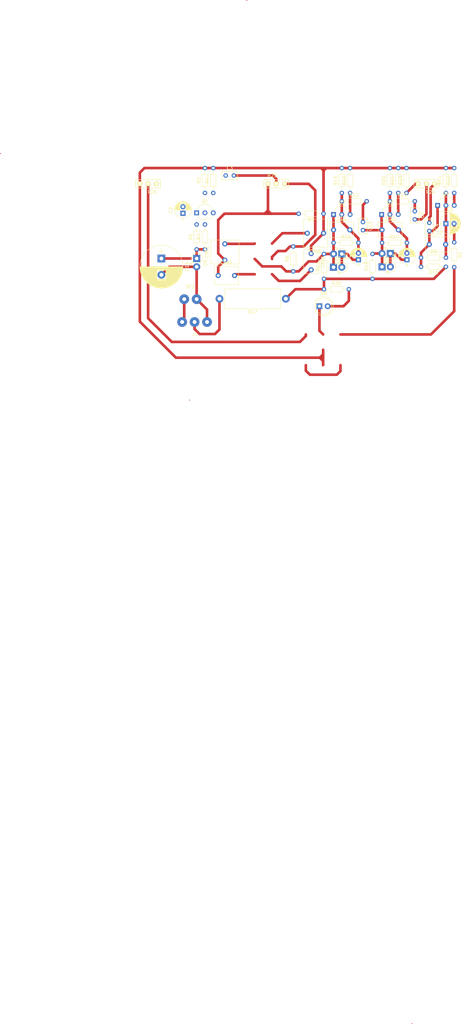
<source format=kicad_pcb>
(kicad_pcb (version 20171130) (host pcbnew 5.0.2)

  (general
    (thickness 1.6)
    (drawings 0)
    (tracks 200)
    (zones 0)
    (modules 55)
    (nets 40)
  )

  (page A4)
  (layers
    (0 F.Cu signal)
    (31 B.Cu signal)
    (32 B.Adhes user)
    (33 F.Adhes user)
    (34 B.Paste user)
    (35 F.Paste user)
    (36 B.SilkS user)
    (37 F.SilkS user)
    (38 B.Mask user)
    (39 F.Mask user)
    (40 Dwgs.User user)
    (41 Cmts.User user)
    (42 Eco1.User user)
    (43 Eco2.User user)
    (44 Edge.Cuts user)
    (45 Margin user)
    (46 B.CrtYd user)
    (47 F.CrtYd user)
    (48 B.Fab user)
    (49 F.Fab user)
  )

  (setup
    (last_trace_width 0.8)
    (trace_clearance 0.5)
    (zone_clearance 0.508)
    (zone_45_only yes)
    (trace_min 0.2)
    (segment_width 0.2)
    (edge_width 0.15)
    (via_size 0.6)
    (via_drill 0.4)
    (via_min_size 0.4)
    (via_min_drill 0.3)
    (uvia_size 0.3)
    (uvia_drill 0.1)
    (uvias_allowed no)
    (uvia_min_size 0.2)
    (uvia_min_drill 0.1)
    (pcb_text_width 0.3)
    (pcb_text_size 1.5 1.5)
    (mod_edge_width 0.15)
    (mod_text_size 1 1)
    (mod_text_width 0.15)
    (pad_size 1.524 1.524)
    (pad_drill 0.762)
    (pad_to_mask_clearance 0.2)
    (solder_mask_min_width 0.25)
    (aux_axis_origin 0 0)
    (visible_elements FFFFFF7F)
    (pcbplotparams
      (layerselection 0x00030_80000001)
      (usegerberextensions false)
      (usegerberattributes false)
      (usegerberadvancedattributes false)
      (creategerberjobfile false)
      (excludeedgelayer true)
      (linewidth 0.100000)
      (plotframeref false)
      (viasonmask false)
      (mode 1)
      (useauxorigin false)
      (hpglpennumber 1)
      (hpglpenspeed 20)
      (hpglpendiameter 15.000000)
      (psnegative false)
      (psa4output false)
      (plotreference true)
      (plotvalue true)
      (plotinvisibletext false)
      (padsonsilk false)
      (subtractmaskfromsilk false)
      (outputformat 4)
      (mirror false)
      (drillshape 0)
      (scaleselection 1)
      (outputdirectory "./"))
  )

  (net 0 "")
  (net 1 "Net-(BT1-Pad1)")
  (net 2 "Net-(C1-Pad1)")
  (net 3 "Net-(C1-Pad2)")
  (net 4 "Net-(C2-Pad1)")
  (net 5 "Net-(C2-Pad2)")
  (net 6 "Net-(C3-Pad1)")
  (net 7 "Net-(C3-Pad2)")
  (net 8 "Net-(C4-Pad1)")
  (net 9 "Net-(C10-Pad1)")
  (net 10 "Net-(C5-Pad1)")
  (net 11 "Net-(C5-Pad2)")
  (net 12 "Net-(C6-Pad1)")
  (net 13 "Net-(C12-Pad2)")
  (net 14 "Net-(C7-Pad1)")
  (net 15 "Net-(C11-Pad2)")
  (net 16 Earth)
  (net 17 "Net-(C8a1-Pad2)")
  (net 18 "Net-(C8b1-Pad2)")
  (net 19 "Net-(C9a1-Pad1)")
  (net 20 "Net-(C9a1-Pad2)")
  (net 21 "Net-(C9b1-Pad2)")
  (net 22 "Net-(C11-Pad1)")
  (net 23 "Net-(C12-Pad1)")
  (net 24 "Net-(C13-Pad1)")
  (net 25 +9V)
  (net 26 "Net-(BT1-Pad2)")
  (net 27 "Net-(D6-Pad1)")
  (net 28 "Net-(D6-Pad2)")
  (net 29 "Net-(Q1-Pad3)")
  (net 30 "Net-(Q2-Pad3)")
  (net 31 "Net-(Q3-Pad3)")
  (net 32 "Net-(Q4-Pad3)")
  (net 33 "Net-(Q5-Pad3)")
  (net 34 "Net-(R23-Pad1)")
  (net 35 "Net-(J3-Pad2)")
  (net 36 "Net-(R25-Pad3)")
  (net 37 "Net-(R2-Pad2)")
  (net 38 "Net-(C14-Pad2)")
  (net 39 "Net-(R26-Pad2)")

  (net_class Default "This is the default net class."
    (clearance 0.5)
    (trace_width 0.8)
    (via_dia 0.6)
    (via_drill 0.4)
    (uvia_dia 0.3)
    (uvia_drill 0.1)
    (add_net +9V)
    (add_net Earth)
    (add_net "Net-(BT1-Pad1)")
    (add_net "Net-(BT1-Pad2)")
    (add_net "Net-(C1-Pad1)")
    (add_net "Net-(C1-Pad2)")
    (add_net "Net-(C10-Pad1)")
    (add_net "Net-(C11-Pad1)")
    (add_net "Net-(C11-Pad2)")
    (add_net "Net-(C12-Pad1)")
    (add_net "Net-(C12-Pad2)")
    (add_net "Net-(C13-Pad1)")
    (add_net "Net-(C14-Pad2)")
    (add_net "Net-(C2-Pad1)")
    (add_net "Net-(C2-Pad2)")
    (add_net "Net-(C3-Pad1)")
    (add_net "Net-(C3-Pad2)")
    (add_net "Net-(C4-Pad1)")
    (add_net "Net-(C5-Pad1)")
    (add_net "Net-(C5-Pad2)")
    (add_net "Net-(C6-Pad1)")
    (add_net "Net-(C7-Pad1)")
    (add_net "Net-(C8a1-Pad2)")
    (add_net "Net-(C8b1-Pad2)")
    (add_net "Net-(C9a1-Pad1)")
    (add_net "Net-(C9a1-Pad2)")
    (add_net "Net-(C9b1-Pad2)")
    (add_net "Net-(D6-Pad1)")
    (add_net "Net-(D6-Pad2)")
    (add_net "Net-(J3-Pad2)")
    (add_net "Net-(Q1-Pad3)")
    (add_net "Net-(Q2-Pad3)")
    (add_net "Net-(Q3-Pad3)")
    (add_net "Net-(Q4-Pad3)")
    (add_net "Net-(Q5-Pad3)")
    (add_net "Net-(R2-Pad2)")
    (add_net "Net-(R23-Pad1)")
    (add_net "Net-(R25-Pad3)")
    (add_net "Net-(R26-Pad2)")
  )

  (module TO_SOT_Packages_THT:TO-92_Inline_Wide (layer F.Cu) (tedit 58CE52AF) (tstamp 59ED11E7)
    (at 201.295 72.517)
    (descr "TO-92 leads in-line, wide, drill 0.8mm (see NXP sot054_po.pdf)")
    (tags "to-92 sc-43 sc-43a sot54 PA33 transistor")
    (path /59D5E492)
    (fp_text reference Q4 (at 2.54 -3.56 180) (layer F.SilkS)
      (effects (font (size 1 1) (thickness 0.15)))
    )
    (fp_text value BC550C (at 2.54 2.79) (layer F.Fab)
      (effects (font (size 1 1) (thickness 0.15)))
    )
    (fp_text user %R (at 2.54 -3.56 180) (layer F.Fab)
      (effects (font (size 1 1) (thickness 0.15)))
    )
    (fp_line (start 0.74 1.85) (end 4.34 1.85) (layer F.SilkS) (width 0.12))
    (fp_line (start 0.8 1.75) (end 4.3 1.75) (layer F.Fab) (width 0.1))
    (fp_line (start -1.01 -2.73) (end 6.09 -2.73) (layer F.CrtYd) (width 0.05))
    (fp_line (start -1.01 -2.73) (end -1.01 2.01) (layer F.CrtYd) (width 0.05))
    (fp_line (start 6.09 2.01) (end 6.09 -2.73) (layer F.CrtYd) (width 0.05))
    (fp_line (start 6.09 2.01) (end -1.01 2.01) (layer F.CrtYd) (width 0.05))
    (fp_arc (start 2.54 0) (end 0.74 1.85) (angle 20) (layer F.SilkS) (width 0.12))
    (fp_arc (start 2.54 0) (end 2.54 -2.6) (angle -65) (layer F.SilkS) (width 0.12))
    (fp_arc (start 2.54 0) (end 2.54 -2.6) (angle 65) (layer F.SilkS) (width 0.12))
    (fp_arc (start 2.54 0) (end 2.54 -2.48) (angle 135) (layer F.Fab) (width 0.1))
    (fp_arc (start 2.54 0) (end 2.54 -2.48) (angle -135) (layer F.Fab) (width 0.1))
    (fp_arc (start 2.54 0) (end 4.34 1.85) (angle -20) (layer F.SilkS) (width 0.12))
    (pad 2 thru_hole circle (at 2.54 0 90) (size 1.52 1.52) (drill 0.8) (layers *.Cu *.Mask)
      (net 2 "Net-(C1-Pad1)"))
    (pad 3 thru_hole circle (at 5.08 0 90) (size 1.52 1.52) (drill 0.8) (layers *.Cu *.Mask)
      (net 32 "Net-(Q4-Pad3)"))
    (pad 1 thru_hole rect (at 0 0 90) (size 1.52 1.52) (drill 0.8) (layers *.Cu *.Mask)
      (net 9 "Net-(C10-Pad1)"))
    (model ${KISYS3DMOD}/TO_SOT_Packages_THT.3dshapes/TO-92_Inline_Wide.wrl
      (offset (xyz 2.539999961853027 0 0))
      (scale (xyz 1 1 1))
      (rotate (xyz 0 0 -90))
    )
  )

  (module Kicad_GSM_Footprint:SolderWirePad_2x_1-2mmDrill (layer F.Cu) (tedit 59EE6AF5) (tstamp 59EE6B9E)
    (at 125.603 101.219)
    (path /59E1758A)
    (fp_text reference BT1 (at 0 -3.81) (layer F.SilkS)
      (effects (font (size 1 1) (thickness 0.15)))
    )
    (fp_text value 9V (at 0.635 3.81) (layer F.Fab)
      (effects (font (size 1 1) (thickness 0.15)))
    )
    (pad 1 thru_hole circle (at -1.905 0) (size 2.99974 2.99974) (drill 1.19888) (layers *.Cu *.Mask)
      (net 1 "Net-(BT1-Pad1)"))
    (pad 2 thru_hole circle (at 1.905 0) (size 2.99974 2.99974) (drill 1.19888) (layers *.Cu *.Mask)
      (net 26 "Net-(BT1-Pad2)"))
  )

  (module Kicad_GSM_Footprint:SolderWirePad_3x_1-2mmDrill (layer F.Cu) (tedit 59EE6176) (tstamp 59EE6345)
    (at 126.873 108.204 180)
    (path /59E13C16)
    (fp_text reference J3 (at 0 -3.81 180) (layer F.SilkS)
      (effects (font (size 1 1) (thickness 0.15)))
    )
    (fp_text value Jack-DC (at 1.27 3.81 180) (layer F.Fab)
      (effects (font (size 1 1) (thickness 0.15)))
    )
    (pad 1 thru_hole circle (at -3.81 0 180) (size 2.99974 2.99974) (drill 1.19888) (layers *.Cu *.Mask)
      (net 1 "Net-(BT1-Pad1)"))
    (pad 2 thru_hole circle (at 0 0 180) (size 2.99974 2.99974) (drill 1.19888) (layers *.Cu *.Mask)
      (net 38 "Net-(C14-Pad2)"))
    (pad 3 thru_hole circle (at 3.81 0 180) (size 2.99974 2.99974) (drill 1.19888) (layers *.Cu *.Mask)
      (net 26 "Net-(BT1-Pad2)"))
  )

  (module Resistors_THT:R_Axial_DIN0204_L3.6mm_D1.6mm_P7.62mm_Horizontal (layer F.Cu) (tedit 5874F706) (tstamp 59ED1299)
    (at 166.497 98.171)
    (descr "Resistor, Axial_DIN0204 series, Axial, Horizontal, pin pitch=7.62mm, 0.16666666666666666W = 1/6W, length*diameter=3.6*1.6mm^2, http://cdn-reichelt.de/documents/datenblatt/B400/1_4W%23YAG.pdf")
    (tags "Resistor Axial_DIN0204 series Axial Horizontal pin pitch 7.62mm 0.16666666666666666W = 1/6W length 3.6mm diameter 1.6mm")
    (path /59EB7B94)
    (fp_text reference R28 (at 3.81 -1.86) (layer F.SilkS)
      (effects (font (size 1 1) (thickness 0.15)))
    )
    (fp_text value 3.3k (at 3.81 1.86) (layer F.Fab)
      (effects (font (size 1 1) (thickness 0.15)))
    )
    (fp_line (start 2.01 -0.8) (end 2.01 0.8) (layer F.Fab) (width 0.1))
    (fp_line (start 2.01 0.8) (end 5.61 0.8) (layer F.Fab) (width 0.1))
    (fp_line (start 5.61 0.8) (end 5.61 -0.8) (layer F.Fab) (width 0.1))
    (fp_line (start 5.61 -0.8) (end 2.01 -0.8) (layer F.Fab) (width 0.1))
    (fp_line (start 0 0) (end 2.01 0) (layer F.Fab) (width 0.1))
    (fp_line (start 7.62 0) (end 5.61 0) (layer F.Fab) (width 0.1))
    (fp_line (start 1.95 -0.86) (end 1.95 0.86) (layer F.SilkS) (width 0.12))
    (fp_line (start 1.95 0.86) (end 5.67 0.86) (layer F.SilkS) (width 0.12))
    (fp_line (start 5.67 0.86) (end 5.67 -0.86) (layer F.SilkS) (width 0.12))
    (fp_line (start 5.67 -0.86) (end 1.95 -0.86) (layer F.SilkS) (width 0.12))
    (fp_line (start 0.88 0) (end 1.95 0) (layer F.SilkS) (width 0.12))
    (fp_line (start 6.74 0) (end 5.67 0) (layer F.SilkS) (width 0.12))
    (fp_line (start -0.95 -1.15) (end -0.95 1.15) (layer F.CrtYd) (width 0.05))
    (fp_line (start -0.95 1.15) (end 8.6 1.15) (layer F.CrtYd) (width 0.05))
    (fp_line (start 8.6 1.15) (end 8.6 -1.15) (layer F.CrtYd) (width 0.05))
    (fp_line (start 8.6 -1.15) (end -0.95 -1.15) (layer F.CrtYd) (width 0.05))
    (pad 1 thru_hole circle (at 0 0) (size 1.4 1.4) (drill 0.7) (layers *.Cu *.Mask)
      (net 25 +9V))
    (pad 2 thru_hole oval (at 7.62 0) (size 1.4 1.4) (drill 0.7) (layers *.Cu *.Mask)
      (net 28 "Net-(D6-Pad2)"))
    (model ${KISYS3DMOD}/Resistors_THT.3dshapes/R_Axial_DIN0204_L3.6mm_D1.6mm_P7.62mm_Horizontal.wrl
      (at (xyz 0 0 0))
      (scale (xyz 0.393701 0.393701 0.393701))
      (rotate (xyz 0 0 0))
    )
  )

  (module Resistors_THT:R_Axial_DIN0617_L17.0mm_D6.0mm_P20.32mm_Horizontal (layer F.Cu) (tedit 5874F706) (tstamp 59ED1293)
    (at 154.813 101.092 180)
    (descr "Resistor, Axial_DIN0617 series, Axial, Horizontal, pin pitch=20.32mm, 2W, length*diameter=17*6mm^2, http://www.vishay.com/docs/20128/wkxwrx.pdf")
    (tags "Resistor Axial_DIN0617 series Axial Horizontal pin pitch 20.32mm 2W length 17mm diameter 6mm")
    (path /59EA3323)
    (fp_text reference R27 (at 10.16 -4.06 180) (layer F.SilkS)
      (effects (font (size 1 1) (thickness 0.15)))
    )
    (fp_text value 100 (at 10.16 4.06 180) (layer F.Fab)
      (effects (font (size 1 1) (thickness 0.15)))
    )
    (fp_line (start 1.66 -3) (end 1.66 3) (layer F.Fab) (width 0.1))
    (fp_line (start 1.66 3) (end 18.66 3) (layer F.Fab) (width 0.1))
    (fp_line (start 18.66 3) (end 18.66 -3) (layer F.Fab) (width 0.1))
    (fp_line (start 18.66 -3) (end 1.66 -3) (layer F.Fab) (width 0.1))
    (fp_line (start 0 0) (end 1.66 0) (layer F.Fab) (width 0.1))
    (fp_line (start 20.32 0) (end 18.66 0) (layer F.Fab) (width 0.1))
    (fp_line (start 1.6 -3.06) (end 1.6 3.06) (layer F.SilkS) (width 0.12))
    (fp_line (start 1.6 3.06) (end 18.72 3.06) (layer F.SilkS) (width 0.12))
    (fp_line (start 18.72 3.06) (end 18.72 -3.06) (layer F.SilkS) (width 0.12))
    (fp_line (start 18.72 -3.06) (end 1.6 -3.06) (layer F.SilkS) (width 0.12))
    (fp_line (start 1.38 0) (end 1.6 0) (layer F.SilkS) (width 0.12))
    (fp_line (start 18.94 0) (end 18.72 0) (layer F.SilkS) (width 0.12))
    (fp_line (start -1.45 -3.35) (end -1.45 3.35) (layer F.CrtYd) (width 0.05))
    (fp_line (start -1.45 3.35) (end 21.8 3.35) (layer F.CrtYd) (width 0.05))
    (fp_line (start 21.8 3.35) (end 21.8 -3.35) (layer F.CrtYd) (width 0.05))
    (fp_line (start 21.8 -3.35) (end -1.45 -3.35) (layer F.CrtYd) (width 0.05))
    (pad 1 thru_hole circle (at 0 0 180) (size 2.4 2.4) (drill 1.2) (layers *.Cu *.Mask)
      (net 25 +9V))
    (pad 2 thru_hole oval (at 20.32 0 180) (size 2.4 2.4) (drill 1.2) (layers *.Cu *.Mask)
      (net 1 "Net-(BT1-Pad1)"))
    (model ${KISYS3DMOD}/Resistors_THT.3dshapes/R_Axial_DIN0617_L17.0mm_D6.0mm_P20.32mm_Horizontal.wrl
      (at (xyz 0 0 0))
      (scale (xyz 0.393701 0.393701 0.393701))
      (rotate (xyz 0 0 0))
    )
  )

  (module Kicad_GSM_Footprint:POT (layer F.Cu) (tedit 56F58C9D) (tstamp 59ED128D)
    (at 112.649 65.913 180)
    (path /59D9398C)
    (fp_text reference R26 (at -1.27 -2.54 180) (layer F.SilkS)
      (effects (font (size 1 1) (thickness 0.15)))
    )
    (fp_text value 100k (at 0 2.54 180) (layer F.Fab)
      (effects (font (size 1 1) (thickness 0.15)))
    )
    (fp_line (start -3.81 -1.27) (end -3.81 1.27) (layer F.SilkS) (width 0.15))
    (fp_line (start -3.81 1.27) (end 3.81 1.27) (layer F.SilkS) (width 0.15))
    (fp_line (start 3.81 1.27) (end 3.81 -1.27) (layer F.SilkS) (width 0.15))
    (fp_line (start 3.81 -1.27) (end -3.81 -1.27) (layer F.SilkS) (width 0.15))
    (pad 1 thru_hole circle (at -2.54 0 180) (size 1.524 1.524) (drill 0.762) (layers *.Cu *.Mask F.SilkS)
      (net 5 "Net-(C2-Pad2)"))
    (pad 2 thru_hole circle (at 0 0 180) (size 1.524 1.524) (drill 0.762) (layers *.Cu *.Mask F.SilkS)
      (net 39 "Net-(R26-Pad2)"))
    (pad 3 thru_hole circle (at 2.54 0 180) (size 1.524 1.524) (drill 0.762) (layers *.Cu *.Mask F.SilkS)
      (net 16 Earth))
  )

  (module Kicad_GSM_Footprint:POT (layer F.Cu) (tedit 56F58C9D) (tstamp 59ED1286)
    (at 151.892 65.913)
    (path /59D866C7)
    (fp_text reference R25 (at -1.27 -2.54) (layer F.SilkS)
      (effects (font (size 1 1) (thickness 0.15)))
    )
    (fp_text value 100k (at 0 2.54) (layer F.Fab)
      (effects (font (size 1 1) (thickness 0.15)))
    )
    (fp_line (start -3.81 -1.27) (end -3.81 1.27) (layer F.SilkS) (width 0.15))
    (fp_line (start -3.81 1.27) (end 3.81 1.27) (layer F.SilkS) (width 0.15))
    (fp_line (start 3.81 1.27) (end 3.81 -1.27) (layer F.SilkS) (width 0.15))
    (fp_line (start 3.81 -1.27) (end -3.81 -1.27) (layer F.SilkS) (width 0.15))
    (pad 1 thru_hole circle (at -2.54 0) (size 1.524 1.524) (drill 0.762) (layers *.Cu *.Mask F.SilkS)
      (net 19 "Net-(C9a1-Pad1)"))
    (pad 2 thru_hole circle (at 0 0) (size 1.524 1.524) (drill 0.762) (layers *.Cu *.Mask F.SilkS)
      (net 7 "Net-(C3-Pad2)"))
    (pad 3 thru_hole circle (at 2.54 0) (size 1.524 1.524) (drill 0.762) (layers *.Cu *.Mask F.SilkS)
      (net 36 "Net-(R25-Pad3)"))
  )

  (module Kicad_GSM_Footprint:POT (layer F.Cu) (tedit 56F58C9D) (tstamp 59ED127F)
    (at 197.866 65.913 180)
    (path /59D7C9EC)
    (fp_text reference R24 (at -1.27 -2.54 180) (layer F.SilkS)
      (effects (font (size 1 1) (thickness 0.15)))
    )
    (fp_text value 100k (at 0 2.54 180) (layer F.Fab)
      (effects (font (size 1 1) (thickness 0.15)))
    )
    (fp_line (start -3.81 -1.27) (end -3.81 1.27) (layer F.SilkS) (width 0.15))
    (fp_line (start -3.81 1.27) (end 3.81 1.27) (layer F.SilkS) (width 0.15))
    (fp_line (start 3.81 1.27) (end 3.81 -1.27) (layer F.SilkS) (width 0.15))
    (fp_line (start 3.81 -1.27) (end -3.81 -1.27) (layer F.SilkS) (width 0.15))
    (pad 1 thru_hole circle (at -2.54 0 180) (size 1.524 1.524) (drill 0.762) (layers *.Cu *.Mask F.SilkS)
      (net 8 "Net-(C4-Pad1)"))
    (pad 2 thru_hole circle (at 0 0 180) (size 1.524 1.524) (drill 0.762) (layers *.Cu *.Mask F.SilkS)
      (net 11 "Net-(C5-Pad2)"))
    (pad 3 thru_hole circle (at 2.54 0 180) (size 1.524 1.524) (drill 0.762) (layers *.Cu *.Mask F.SilkS)
      (net 34 "Net-(R23-Pad1)"))
  )

  (module Resistors_THT:R_Axial_DIN0204_L3.6mm_D1.6mm_P7.62mm_Horizontal (layer F.Cu) (tedit 5874F706) (tstamp 59ED1278)
    (at 191.77 68.707 90)
    (descr "Resistor, Axial_DIN0204 series, Axial, Horizontal, pin pitch=7.62mm, 0.16666666666666666W = 1/6W, length*diameter=3.6*1.6mm^2, http://cdn-reichelt.de/documents/datenblatt/B400/1_4W%23YAG.pdf")
    (tags "Resistor Axial_DIN0204 series Axial Horizontal pin pitch 7.62mm 0.16666666666666666W = 1/6W length 3.6mm diameter 1.6mm")
    (path /59D7CA93)
    (fp_text reference R23 (at 3.81 -1.86 90) (layer F.SilkS)
      (effects (font (size 1 1) (thickness 0.15)))
    )
    (fp_text value 1k (at 3.81 1.86 90) (layer F.Fab)
      (effects (font (size 1 1) (thickness 0.15)))
    )
    (fp_line (start 2.01 -0.8) (end 2.01 0.8) (layer F.Fab) (width 0.1))
    (fp_line (start 2.01 0.8) (end 5.61 0.8) (layer F.Fab) (width 0.1))
    (fp_line (start 5.61 0.8) (end 5.61 -0.8) (layer F.Fab) (width 0.1))
    (fp_line (start 5.61 -0.8) (end 2.01 -0.8) (layer F.Fab) (width 0.1))
    (fp_line (start 0 0) (end 2.01 0) (layer F.Fab) (width 0.1))
    (fp_line (start 7.62 0) (end 5.61 0) (layer F.Fab) (width 0.1))
    (fp_line (start 1.95 -0.86) (end 1.95 0.86) (layer F.SilkS) (width 0.12))
    (fp_line (start 1.95 0.86) (end 5.67 0.86) (layer F.SilkS) (width 0.12))
    (fp_line (start 5.67 0.86) (end 5.67 -0.86) (layer F.SilkS) (width 0.12))
    (fp_line (start 5.67 -0.86) (end 1.95 -0.86) (layer F.SilkS) (width 0.12))
    (fp_line (start 0.88 0) (end 1.95 0) (layer F.SilkS) (width 0.12))
    (fp_line (start 6.74 0) (end 5.67 0) (layer F.SilkS) (width 0.12))
    (fp_line (start -0.95 -1.15) (end -0.95 1.15) (layer F.CrtYd) (width 0.05))
    (fp_line (start -0.95 1.15) (end 8.6 1.15) (layer F.CrtYd) (width 0.05))
    (fp_line (start 8.6 1.15) (end 8.6 -1.15) (layer F.CrtYd) (width 0.05))
    (fp_line (start 8.6 -1.15) (end -0.95 -1.15) (layer F.CrtYd) (width 0.05))
    (pad 1 thru_hole circle (at 0 0 90) (size 1.4 1.4) (drill 0.7) (layers *.Cu *.Mask)
      (net 34 "Net-(R23-Pad1)"))
    (pad 2 thru_hole oval (at 7.62 0 90) (size 1.4 1.4) (drill 0.7) (layers *.Cu *.Mask)
      (net 16 Earth))
    (model ${KISYS3DMOD}/Resistors_THT.3dshapes/R_Axial_DIN0204_L3.6mm_D1.6mm_P7.62mm_Horizontal.wrl
      (at (xyz 0 0 0))
      (scale (xyz 0.393701 0.393701 0.393701))
      (rotate (xyz 0 0 0))
    )
  )

  (module Resistors_THT:R_Axial_DIN0204_L3.6mm_D1.6mm_P7.62mm_Horizontal (layer F.Cu) (tedit 5874F706) (tstamp 59ED1272)
    (at 206.375 68.707 90)
    (descr "Resistor, Axial_DIN0204 series, Axial, Horizontal, pin pitch=7.62mm, 0.16666666666666666W = 1/6W, length*diameter=3.6*1.6mm^2, http://cdn-reichelt.de/documents/datenblatt/B400/1_4W%23YAG.pdf")
    (tags "Resistor Axial_DIN0204 series Axial Horizontal pin pitch 7.62mm 0.16666666666666666W = 1/6W length 3.6mm diameter 1.6mm")
    (path /59D7C852)
    (fp_text reference R22 (at 3.81 -1.86 90) (layer F.SilkS)
      (effects (font (size 1 1) (thickness 0.15)))
    )
    (fp_text value 120 (at 3.81 1.86 90) (layer F.Fab)
      (effects (font (size 1 1) (thickness 0.15)))
    )
    (fp_line (start 2.01 -0.8) (end 2.01 0.8) (layer F.Fab) (width 0.1))
    (fp_line (start 2.01 0.8) (end 5.61 0.8) (layer F.Fab) (width 0.1))
    (fp_line (start 5.61 0.8) (end 5.61 -0.8) (layer F.Fab) (width 0.1))
    (fp_line (start 5.61 -0.8) (end 2.01 -0.8) (layer F.Fab) (width 0.1))
    (fp_line (start 0 0) (end 2.01 0) (layer F.Fab) (width 0.1))
    (fp_line (start 7.62 0) (end 5.61 0) (layer F.Fab) (width 0.1))
    (fp_line (start 1.95 -0.86) (end 1.95 0.86) (layer F.SilkS) (width 0.12))
    (fp_line (start 1.95 0.86) (end 5.67 0.86) (layer F.SilkS) (width 0.12))
    (fp_line (start 5.67 0.86) (end 5.67 -0.86) (layer F.SilkS) (width 0.12))
    (fp_line (start 5.67 -0.86) (end 1.95 -0.86) (layer F.SilkS) (width 0.12))
    (fp_line (start 0.88 0) (end 1.95 0) (layer F.SilkS) (width 0.12))
    (fp_line (start 6.74 0) (end 5.67 0) (layer F.SilkS) (width 0.12))
    (fp_line (start -0.95 -1.15) (end -0.95 1.15) (layer F.CrtYd) (width 0.05))
    (fp_line (start -0.95 1.15) (end 8.6 1.15) (layer F.CrtYd) (width 0.05))
    (fp_line (start 8.6 1.15) (end 8.6 -1.15) (layer F.CrtYd) (width 0.05))
    (fp_line (start 8.6 -1.15) (end -0.95 -1.15) (layer F.CrtYd) (width 0.05))
    (pad 1 thru_hole circle (at 0 0 90) (size 1.4 1.4) (drill 0.7) (layers *.Cu *.Mask)
      (net 32 "Net-(Q4-Pad3)"))
    (pad 2 thru_hole oval (at 7.62 0 90) (size 1.4 1.4) (drill 0.7) (layers *.Cu *.Mask)
      (net 16 Earth))
    (model ${KISYS3DMOD}/Resistors_THT.3dshapes/R_Axial_DIN0204_L3.6mm_D1.6mm_P7.62mm_Horizontal.wrl
      (at (xyz 0 0 0))
      (scale (xyz 0.393701 0.393701 0.393701))
      (rotate (xyz 0 0 0))
    )
  )

  (module Resistors_THT:R_Axial_DIN0204_L3.6mm_D1.6mm_P7.62mm_Horizontal (layer F.Cu) (tedit 5874F706) (tstamp 59ED126C)
    (at 189.23 68.707 90)
    (descr "Resistor, Axial_DIN0204 series, Axial, Horizontal, pin pitch=7.62mm, 0.16666666666666666W = 1/6W, length*diameter=3.6*1.6mm^2, http://cdn-reichelt.de/documents/datenblatt/B400/1_4W%23YAG.pdf")
    (tags "Resistor Axial_DIN0204 series Axial Horizontal pin pitch 7.62mm 0.16666666666666666W = 1/6W length 3.6mm diameter 1.6mm")
    (path /59D7E756)
    (fp_text reference R21 (at 3.81 -1.86 90) (layer F.SilkS)
      (effects (font (size 1 1) (thickness 0.15)))
    )
    (fp_text value 150k (at 3.81 1.86 90) (layer F.Fab)
      (effects (font (size 1 1) (thickness 0.15)))
    )
    (fp_line (start 2.01 -0.8) (end 2.01 0.8) (layer F.Fab) (width 0.1))
    (fp_line (start 2.01 0.8) (end 5.61 0.8) (layer F.Fab) (width 0.1))
    (fp_line (start 5.61 0.8) (end 5.61 -0.8) (layer F.Fab) (width 0.1))
    (fp_line (start 5.61 -0.8) (end 2.01 -0.8) (layer F.Fab) (width 0.1))
    (fp_line (start 0 0) (end 2.01 0) (layer F.Fab) (width 0.1))
    (fp_line (start 7.62 0) (end 5.61 0) (layer F.Fab) (width 0.1))
    (fp_line (start 1.95 -0.86) (end 1.95 0.86) (layer F.SilkS) (width 0.12))
    (fp_line (start 1.95 0.86) (end 5.67 0.86) (layer F.SilkS) (width 0.12))
    (fp_line (start 5.67 0.86) (end 5.67 -0.86) (layer F.SilkS) (width 0.12))
    (fp_line (start 5.67 -0.86) (end 1.95 -0.86) (layer F.SilkS) (width 0.12))
    (fp_line (start 0.88 0) (end 1.95 0) (layer F.SilkS) (width 0.12))
    (fp_line (start 6.74 0) (end 5.67 0) (layer F.SilkS) (width 0.12))
    (fp_line (start -0.95 -1.15) (end -0.95 1.15) (layer F.CrtYd) (width 0.05))
    (fp_line (start -0.95 1.15) (end 8.6 1.15) (layer F.CrtYd) (width 0.05))
    (fp_line (start 8.6 1.15) (end 8.6 -1.15) (layer F.CrtYd) (width 0.05))
    (fp_line (start 8.6 -1.15) (end -0.95 -1.15) (layer F.CrtYd) (width 0.05))
    (pad 1 thru_hole circle (at 0 0 90) (size 1.4 1.4) (drill 0.7) (layers *.Cu *.Mask)
      (net 31 "Net-(Q3-Pad3)"))
    (pad 2 thru_hole oval (at 7.62 0 90) (size 1.4 1.4) (drill 0.7) (layers *.Cu *.Mask)
      (net 16 Earth))
    (model ${KISYS3DMOD}/Resistors_THT.3dshapes/R_Axial_DIN0204_L3.6mm_D1.6mm_P7.62mm_Horizontal.wrl
      (at (xyz 0 0 0))
      (scale (xyz 0.393701 0.393701 0.393701))
      (rotate (xyz 0 0 0))
    )
  )

  (module Resistors_THT:R_Axial_DIN0204_L3.6mm_D1.6mm_P7.62mm_Horizontal (layer F.Cu) (tedit 5874F706) (tstamp 59ED1266)
    (at 186.69 68.707 90)
    (descr "Resistor, Axial_DIN0204 series, Axial, Horizontal, pin pitch=7.62mm, 0.16666666666666666W = 1/6W, length*diameter=3.6*1.6mm^2, http://cdn-reichelt.de/documents/datenblatt/B400/1_4W%23YAG.pdf")
    (tags "Resistor Axial_DIN0204 series Axial Horizontal pin pitch 7.62mm 0.16666666666666666W = 1/6W length 3.6mm diameter 1.6mm")
    (path /59D7E4FA)
    (fp_text reference R20 (at 3.81 -1.86 90) (layer F.SilkS)
      (effects (font (size 1 1) (thickness 0.15)))
    )
    (fp_text value 100k (at 3.81 1.86 90) (layer F.Fab)
      (effects (font (size 1 1) (thickness 0.15)))
    )
    (fp_line (start 2.01 -0.8) (end 2.01 0.8) (layer F.Fab) (width 0.1))
    (fp_line (start 2.01 0.8) (end 5.61 0.8) (layer F.Fab) (width 0.1))
    (fp_line (start 5.61 0.8) (end 5.61 -0.8) (layer F.Fab) (width 0.1))
    (fp_line (start 5.61 -0.8) (end 2.01 -0.8) (layer F.Fab) (width 0.1))
    (fp_line (start 0 0) (end 2.01 0) (layer F.Fab) (width 0.1))
    (fp_line (start 7.62 0) (end 5.61 0) (layer F.Fab) (width 0.1))
    (fp_line (start 1.95 -0.86) (end 1.95 0.86) (layer F.SilkS) (width 0.12))
    (fp_line (start 1.95 0.86) (end 5.67 0.86) (layer F.SilkS) (width 0.12))
    (fp_line (start 5.67 0.86) (end 5.67 -0.86) (layer F.SilkS) (width 0.12))
    (fp_line (start 5.67 -0.86) (end 1.95 -0.86) (layer F.SilkS) (width 0.12))
    (fp_line (start 0.88 0) (end 1.95 0) (layer F.SilkS) (width 0.12))
    (fp_line (start 6.74 0) (end 5.67 0) (layer F.SilkS) (width 0.12))
    (fp_line (start -0.95 -1.15) (end -0.95 1.15) (layer F.CrtYd) (width 0.05))
    (fp_line (start -0.95 1.15) (end 8.6 1.15) (layer F.CrtYd) (width 0.05))
    (fp_line (start 8.6 1.15) (end 8.6 -1.15) (layer F.CrtYd) (width 0.05))
    (fp_line (start 8.6 -1.15) (end -0.95 -1.15) (layer F.CrtYd) (width 0.05))
    (pad 1 thru_hole circle (at 0 0 90) (size 1.4 1.4) (drill 0.7) (layers *.Cu *.Mask)
      (net 13 "Net-(C12-Pad2)"))
    (pad 2 thru_hole oval (at 7.62 0 90) (size 1.4 1.4) (drill 0.7) (layers *.Cu *.Mask)
      (net 16 Earth))
    (model ${KISYS3DMOD}/Resistors_THT.3dshapes/R_Axial_DIN0204_L3.6mm_D1.6mm_P7.62mm_Horizontal.wrl
      (at (xyz 0 0 0))
      (scale (xyz 0.393701 0.393701 0.393701))
      (rotate (xyz 0 0 0))
    )
  )

  (module Resistors_THT:R_Axial_DIN0204_L3.6mm_D1.6mm_P7.62mm_Horizontal (layer F.Cu) (tedit 5874F706) (tstamp 59ED1260)
    (at 186.69 71.247)
    (descr "Resistor, Axial_DIN0204 series, Axial, Horizontal, pin pitch=7.62mm, 0.16666666666666666W = 1/6W, length*diameter=3.6*1.6mm^2, http://cdn-reichelt.de/documents/datenblatt/B400/1_4W%23YAG.pdf")
    (tags "Resistor Axial_DIN0204 series Axial Horizontal pin pitch 7.62mm 0.16666666666666666W = 1/6W length 3.6mm diameter 1.6mm")
    (path /59D7CD55)
    (fp_text reference R19 (at 3.81 -1.86) (layer F.SilkS)
      (effects (font (size 1 1) (thickness 0.15)))
    )
    (fp_text value 10k (at 3.81 1.86) (layer F.Fab)
      (effects (font (size 1 1) (thickness 0.15)))
    )
    (fp_line (start 2.01 -0.8) (end 2.01 0.8) (layer F.Fab) (width 0.1))
    (fp_line (start 2.01 0.8) (end 5.61 0.8) (layer F.Fab) (width 0.1))
    (fp_line (start 5.61 0.8) (end 5.61 -0.8) (layer F.Fab) (width 0.1))
    (fp_line (start 5.61 -0.8) (end 2.01 -0.8) (layer F.Fab) (width 0.1))
    (fp_line (start 0 0) (end 2.01 0) (layer F.Fab) (width 0.1))
    (fp_line (start 7.62 0) (end 5.61 0) (layer F.Fab) (width 0.1))
    (fp_line (start 1.95 -0.86) (end 1.95 0.86) (layer F.SilkS) (width 0.12))
    (fp_line (start 1.95 0.86) (end 5.67 0.86) (layer F.SilkS) (width 0.12))
    (fp_line (start 5.67 0.86) (end 5.67 -0.86) (layer F.SilkS) (width 0.12))
    (fp_line (start 5.67 -0.86) (end 1.95 -0.86) (layer F.SilkS) (width 0.12))
    (fp_line (start 0.88 0) (end 1.95 0) (layer F.SilkS) (width 0.12))
    (fp_line (start 6.74 0) (end 5.67 0) (layer F.SilkS) (width 0.12))
    (fp_line (start -0.95 -1.15) (end -0.95 1.15) (layer F.CrtYd) (width 0.05))
    (fp_line (start -0.95 1.15) (end 8.6 1.15) (layer F.CrtYd) (width 0.05))
    (fp_line (start 8.6 1.15) (end 8.6 -1.15) (layer F.CrtYd) (width 0.05))
    (fp_line (start 8.6 -1.15) (end -0.95 -1.15) (layer F.CrtYd) (width 0.05))
    (pad 1 thru_hole circle (at 0 0) (size 1.4 1.4) (drill 0.7) (layers *.Cu *.Mask)
      (net 13 "Net-(C12-Pad2)"))
    (pad 2 thru_hole oval (at 7.62 0) (size 1.4 1.4) (drill 0.7) (layers *.Cu *.Mask)
      (net 10 "Net-(C5-Pad1)"))
    (model ${KISYS3DMOD}/Resistors_THT.3dshapes/R_Axial_DIN0204_L3.6mm_D1.6mm_P7.62mm_Horizontal.wrl
      (at (xyz 0 0 0))
      (scale (xyz 0.393701 0.393701 0.393701))
      (rotate (xyz 0 0 0))
    )
  )

  (module Resistors_THT:R_Axial_DIN0204_L3.6mm_D1.6mm_P7.62mm_Horizontal (layer F.Cu) (tedit 5874F706) (tstamp 59ED125A)
    (at 181.356 94.996 90)
    (descr "Resistor, Axial_DIN0204 series, Axial, Horizontal, pin pitch=7.62mm, 0.16666666666666666W = 1/6W, length*diameter=3.6*1.6mm^2, http://cdn-reichelt.de/documents/datenblatt/B400/1_4W%23YAG.pdf")
    (tags "Resistor Axial_DIN0204 series Axial Horizontal pin pitch 7.62mm 0.16666666666666666W = 1/6W length 3.6mm diameter 1.6mm")
    (path /59D7DEF4)
    (fp_text reference R18 (at 3.81 -1.86 90) (layer F.SilkS)
      (effects (font (size 1 1) (thickness 0.15)))
    )
    (fp_text value 10k (at 3.81 1.86 90) (layer F.Fab)
      (effects (font (size 1 1) (thickness 0.15)))
    )
    (fp_line (start 2.01 -0.8) (end 2.01 0.8) (layer F.Fab) (width 0.1))
    (fp_line (start 2.01 0.8) (end 5.61 0.8) (layer F.Fab) (width 0.1))
    (fp_line (start 5.61 0.8) (end 5.61 -0.8) (layer F.Fab) (width 0.1))
    (fp_line (start 5.61 -0.8) (end 2.01 -0.8) (layer F.Fab) (width 0.1))
    (fp_line (start 0 0) (end 2.01 0) (layer F.Fab) (width 0.1))
    (fp_line (start 7.62 0) (end 5.61 0) (layer F.Fab) (width 0.1))
    (fp_line (start 1.95 -0.86) (end 1.95 0.86) (layer F.SilkS) (width 0.12))
    (fp_line (start 1.95 0.86) (end 5.67 0.86) (layer F.SilkS) (width 0.12))
    (fp_line (start 5.67 0.86) (end 5.67 -0.86) (layer F.SilkS) (width 0.12))
    (fp_line (start 5.67 -0.86) (end 1.95 -0.86) (layer F.SilkS) (width 0.12))
    (fp_line (start 0.88 0) (end 1.95 0) (layer F.SilkS) (width 0.12))
    (fp_line (start 6.74 0) (end 5.67 0) (layer F.SilkS) (width 0.12))
    (fp_line (start -0.95 -1.15) (end -0.95 1.15) (layer F.CrtYd) (width 0.05))
    (fp_line (start -0.95 1.15) (end 8.6 1.15) (layer F.CrtYd) (width 0.05))
    (fp_line (start 8.6 1.15) (end 8.6 -1.15) (layer F.CrtYd) (width 0.05))
    (fp_line (start 8.6 -1.15) (end -0.95 -1.15) (layer F.CrtYd) (width 0.05))
    (pad 1 thru_hole circle (at 0 0 90) (size 1.4 1.4) (drill 0.7) (layers *.Cu *.Mask)
      (net 25 +9V))
    (pad 2 thru_hole oval (at 7.62 0 90) (size 1.4 1.4) (drill 0.7) (layers *.Cu *.Mask)
      (net 23 "Net-(C12-Pad1)"))
    (model ${KISYS3DMOD}/Resistors_THT.3dshapes/R_Axial_DIN0204_L3.6mm_D1.6mm_P7.62mm_Horizontal.wrl
      (at (xyz 0 0 0))
      (scale (xyz 0.393701 0.393701 0.393701))
      (rotate (xyz 0 0 0))
    )
  )

  (module Resistors_THT:R_Axial_DIN0204_L3.6mm_D1.6mm_P7.62mm_Horizontal (layer F.Cu) (tedit 5874F706) (tstamp 59ED1254)
    (at 184.277 83.947)
    (descr "Resistor, Axial_DIN0204 series, Axial, Horizontal, pin pitch=7.62mm, 0.16666666666666666W = 1/6W, length*diameter=3.6*1.6mm^2, http://cdn-reichelt.de/documents/datenblatt/B400/1_4W%23YAG.pdf")
    (tags "Resistor Axial_DIN0204 series Axial Horizontal pin pitch 7.62mm 0.16666666666666666W = 1/6W length 3.6mm diameter 1.6mm")
    (path /59D7D143)
    (fp_text reference R17 (at 3.81 -1.86) (layer F.SilkS)
      (effects (font (size 1 1) (thickness 0.15)))
    )
    (fp_text value 470k (at 3.81 1.86) (layer F.Fab)
      (effects (font (size 1 1) (thickness 0.15)))
    )
    (fp_line (start 2.01 -0.8) (end 2.01 0.8) (layer F.Fab) (width 0.1))
    (fp_line (start 2.01 0.8) (end 5.61 0.8) (layer F.Fab) (width 0.1))
    (fp_line (start 5.61 0.8) (end 5.61 -0.8) (layer F.Fab) (width 0.1))
    (fp_line (start 5.61 -0.8) (end 2.01 -0.8) (layer F.Fab) (width 0.1))
    (fp_line (start 0 0) (end 2.01 0) (layer F.Fab) (width 0.1))
    (fp_line (start 7.62 0) (end 5.61 0) (layer F.Fab) (width 0.1))
    (fp_line (start 1.95 -0.86) (end 1.95 0.86) (layer F.SilkS) (width 0.12))
    (fp_line (start 1.95 0.86) (end 5.67 0.86) (layer F.SilkS) (width 0.12))
    (fp_line (start 5.67 0.86) (end 5.67 -0.86) (layer F.SilkS) (width 0.12))
    (fp_line (start 5.67 -0.86) (end 1.95 -0.86) (layer F.SilkS) (width 0.12))
    (fp_line (start 0.88 0) (end 1.95 0) (layer F.SilkS) (width 0.12))
    (fp_line (start 6.74 0) (end 5.67 0) (layer F.SilkS) (width 0.12))
    (fp_line (start -0.95 -1.15) (end -0.95 1.15) (layer F.CrtYd) (width 0.05))
    (fp_line (start -0.95 1.15) (end 8.6 1.15) (layer F.CrtYd) (width 0.05))
    (fp_line (start 8.6 1.15) (end 8.6 -1.15) (layer F.CrtYd) (width 0.05))
    (fp_line (start 8.6 -1.15) (end -0.95 -1.15) (layer F.CrtYd) (width 0.05))
    (pad 1 thru_hole circle (at 0 0) (size 1.4 1.4) (drill 0.7) (layers *.Cu *.Mask)
      (net 23 "Net-(C12-Pad1)"))
    (pad 2 thru_hole oval (at 7.62 0) (size 1.4 1.4) (drill 0.7) (layers *.Cu *.Mask)
      (net 13 "Net-(C12-Pad2)"))
    (model ${KISYS3DMOD}/Resistors_THT.3dshapes/R_Axial_DIN0204_L3.6mm_D1.6mm_P7.62mm_Horizontal.wrl
      (at (xyz 0 0 0))
      (scale (xyz 0.393701 0.393701 0.393701))
      (rotate (xyz 0 0 0))
    )
  )

  (module Resistors_THT:R_Axial_DIN0204_L3.6mm_D1.6mm_P7.62mm_Horizontal (layer F.Cu) (tedit 5874F706) (tstamp 59ED124E)
    (at 171.958 68.707 90)
    (descr "Resistor, Axial_DIN0204 series, Axial, Horizontal, pin pitch=7.62mm, 0.16666666666666666W = 1/6W, length*diameter=3.6*1.6mm^2, http://cdn-reichelt.de/documents/datenblatt/B400/1_4W%23YAG.pdf")
    (tags "Resistor Axial_DIN0204 series Axial Horizontal pin pitch 7.62mm 0.16666666666666666W = 1/6W length 3.6mm diameter 1.6mm")
    (path /59D7FAAC)
    (fp_text reference R16 (at 3.81 -1.86 90) (layer F.SilkS)
      (effects (font (size 1 1) (thickness 0.15)))
    )
    (fp_text value 100k (at 3.81 1.86 90) (layer F.Fab)
      (effects (font (size 1 1) (thickness 0.15)))
    )
    (fp_line (start 2.01 -0.8) (end 2.01 0.8) (layer F.Fab) (width 0.1))
    (fp_line (start 2.01 0.8) (end 5.61 0.8) (layer F.Fab) (width 0.1))
    (fp_line (start 5.61 0.8) (end 5.61 -0.8) (layer F.Fab) (width 0.1))
    (fp_line (start 5.61 -0.8) (end 2.01 -0.8) (layer F.Fab) (width 0.1))
    (fp_line (start 0 0) (end 2.01 0) (layer F.Fab) (width 0.1))
    (fp_line (start 7.62 0) (end 5.61 0) (layer F.Fab) (width 0.1))
    (fp_line (start 1.95 -0.86) (end 1.95 0.86) (layer F.SilkS) (width 0.12))
    (fp_line (start 1.95 0.86) (end 5.67 0.86) (layer F.SilkS) (width 0.12))
    (fp_line (start 5.67 0.86) (end 5.67 -0.86) (layer F.SilkS) (width 0.12))
    (fp_line (start 5.67 -0.86) (end 1.95 -0.86) (layer F.SilkS) (width 0.12))
    (fp_line (start 0.88 0) (end 1.95 0) (layer F.SilkS) (width 0.12))
    (fp_line (start 6.74 0) (end 5.67 0) (layer F.SilkS) (width 0.12))
    (fp_line (start -0.95 -1.15) (end -0.95 1.15) (layer F.CrtYd) (width 0.05))
    (fp_line (start -0.95 1.15) (end 8.6 1.15) (layer F.CrtYd) (width 0.05))
    (fp_line (start 8.6 1.15) (end 8.6 -1.15) (layer F.CrtYd) (width 0.05))
    (fp_line (start 8.6 -1.15) (end -0.95 -1.15) (layer F.CrtYd) (width 0.05))
    (pad 1 thru_hole circle (at 0 0 90) (size 1.4 1.4) (drill 0.7) (layers *.Cu *.Mask)
      (net 15 "Net-(C11-Pad2)"))
    (pad 2 thru_hole oval (at 7.62 0 90) (size 1.4 1.4) (drill 0.7) (layers *.Cu *.Mask)
      (net 16 Earth))
    (model ${KISYS3DMOD}/Resistors_THT.3dshapes/R_Axial_DIN0204_L3.6mm_D1.6mm_P7.62mm_Horizontal.wrl
      (at (xyz 0 0 0))
      (scale (xyz 0.393701 0.393701 0.393701))
      (rotate (xyz 0 0 0))
    )
  )

  (module Resistors_THT:R_Axial_DIN0204_L3.6mm_D1.6mm_P7.62mm_Horizontal (layer F.Cu) (tedit 5874F706) (tstamp 59ED1248)
    (at 169.418 83.947)
    (descr "Resistor, Axial_DIN0204 series, Axial, Horizontal, pin pitch=7.62mm, 0.16666666666666666W = 1/6W, length*diameter=3.6*1.6mm^2, http://cdn-reichelt.de/documents/datenblatt/B400/1_4W%23YAG.pdf")
    (tags "Resistor Axial_DIN0204 series Axial Horizontal pin pitch 7.62mm 0.16666666666666666W = 1/6W length 3.6mm diameter 1.6mm")
    (path /59D7FA7C)
    (fp_text reference R15 (at 3.81 -1.86) (layer F.SilkS)
      (effects (font (size 1 1) (thickness 0.15)))
    )
    (fp_text value 470k (at 3.81 1.86) (layer F.Fab)
      (effects (font (size 1 1) (thickness 0.15)))
    )
    (fp_line (start 2.01 -0.8) (end 2.01 0.8) (layer F.Fab) (width 0.1))
    (fp_line (start 2.01 0.8) (end 5.61 0.8) (layer F.Fab) (width 0.1))
    (fp_line (start 5.61 0.8) (end 5.61 -0.8) (layer F.Fab) (width 0.1))
    (fp_line (start 5.61 -0.8) (end 2.01 -0.8) (layer F.Fab) (width 0.1))
    (fp_line (start 0 0) (end 2.01 0) (layer F.Fab) (width 0.1))
    (fp_line (start 7.62 0) (end 5.61 0) (layer F.Fab) (width 0.1))
    (fp_line (start 1.95 -0.86) (end 1.95 0.86) (layer F.SilkS) (width 0.12))
    (fp_line (start 1.95 0.86) (end 5.67 0.86) (layer F.SilkS) (width 0.12))
    (fp_line (start 5.67 0.86) (end 5.67 -0.86) (layer F.SilkS) (width 0.12))
    (fp_line (start 5.67 -0.86) (end 1.95 -0.86) (layer F.SilkS) (width 0.12))
    (fp_line (start 0.88 0) (end 1.95 0) (layer F.SilkS) (width 0.12))
    (fp_line (start 6.74 0) (end 5.67 0) (layer F.SilkS) (width 0.12))
    (fp_line (start -0.95 -1.15) (end -0.95 1.15) (layer F.CrtYd) (width 0.05))
    (fp_line (start -0.95 1.15) (end 8.6 1.15) (layer F.CrtYd) (width 0.05))
    (fp_line (start 8.6 1.15) (end 8.6 -1.15) (layer F.CrtYd) (width 0.05))
    (fp_line (start 8.6 -1.15) (end -0.95 -1.15) (layer F.CrtYd) (width 0.05))
    (pad 1 thru_hole circle (at 0 0) (size 1.4 1.4) (drill 0.7) (layers *.Cu *.Mask)
      (net 22 "Net-(C11-Pad1)"))
    (pad 2 thru_hole oval (at 7.62 0) (size 1.4 1.4) (drill 0.7) (layers *.Cu *.Mask)
      (net 15 "Net-(C11-Pad2)"))
    (model ${KISYS3DMOD}/Resistors_THT.3dshapes/R_Axial_DIN0204_L3.6mm_D1.6mm_P7.62mm_Horizontal.wrl
      (at (xyz 0 0 0))
      (scale (xyz 0.393701 0.393701 0.393701))
      (rotate (xyz 0 0 0))
    )
  )

  (module Resistors_THT:R_Axial_DIN0204_L3.6mm_D1.6mm_P7.62mm_Horizontal (layer F.Cu) (tedit 5874F706) (tstamp 59ED1242)
    (at 203.835 68.707 90)
    (descr "Resistor, Axial_DIN0204 series, Axial, Horizontal, pin pitch=7.62mm, 0.16666666666666666W = 1/6W, length*diameter=3.6*1.6mm^2, http://cdn-reichelt.de/documents/datenblatt/B400/1_4W%23YAG.pdf")
    (tags "Resistor Axial_DIN0204 series Axial Horizontal pin pitch 7.62mm 0.16666666666666666W = 1/6W length 3.6mm diameter 1.6mm")
    (path /59D7BC56)
    (fp_text reference R14 (at 3.81 -1.86 90) (layer F.SilkS)
      (effects (font (size 1 1) (thickness 0.15)))
    )
    (fp_text value 47k (at 3.81 1.86 90) (layer F.Fab)
      (effects (font (size 1 1) (thickness 0.15)))
    )
    (fp_line (start 2.01 -0.8) (end 2.01 0.8) (layer F.Fab) (width 0.1))
    (fp_line (start 2.01 0.8) (end 5.61 0.8) (layer F.Fab) (width 0.1))
    (fp_line (start 5.61 0.8) (end 5.61 -0.8) (layer F.Fab) (width 0.1))
    (fp_line (start 5.61 -0.8) (end 2.01 -0.8) (layer F.Fab) (width 0.1))
    (fp_line (start 0 0) (end 2.01 0) (layer F.Fab) (width 0.1))
    (fp_line (start 7.62 0) (end 5.61 0) (layer F.Fab) (width 0.1))
    (fp_line (start 1.95 -0.86) (end 1.95 0.86) (layer F.SilkS) (width 0.12))
    (fp_line (start 1.95 0.86) (end 5.67 0.86) (layer F.SilkS) (width 0.12))
    (fp_line (start 5.67 0.86) (end 5.67 -0.86) (layer F.SilkS) (width 0.12))
    (fp_line (start 5.67 -0.86) (end 1.95 -0.86) (layer F.SilkS) (width 0.12))
    (fp_line (start 0.88 0) (end 1.95 0) (layer F.SilkS) (width 0.12))
    (fp_line (start 6.74 0) (end 5.67 0) (layer F.SilkS) (width 0.12))
    (fp_line (start -0.95 -1.15) (end -0.95 1.15) (layer F.CrtYd) (width 0.05))
    (fp_line (start -0.95 1.15) (end 8.6 1.15) (layer F.CrtYd) (width 0.05))
    (fp_line (start 8.6 1.15) (end 8.6 -1.15) (layer F.CrtYd) (width 0.05))
    (fp_line (start 8.6 -1.15) (end -0.95 -1.15) (layer F.CrtYd) (width 0.05))
    (pad 1 thru_hole circle (at 0 0 90) (size 1.4 1.4) (drill 0.7) (layers *.Cu *.Mask)
      (net 2 "Net-(C1-Pad1)"))
    (pad 2 thru_hole oval (at 7.62 0 90) (size 1.4 1.4) (drill 0.7) (layers *.Cu *.Mask)
      (net 16 Earth))
    (model ${KISYS3DMOD}/Resistors_THT.3dshapes/R_Axial_DIN0204_L3.6mm_D1.6mm_P7.62mm_Horizontal.wrl
      (at (xyz 0 0 0))
      (scale (xyz 0.393701 0.393701 0.393701))
      (rotate (xyz 0 0 0))
    )
  )

  (module Resistors_THT:R_Axial_DIN0204_L3.6mm_D1.6mm_P7.62mm_Horizontal (layer F.Cu) (tedit 5874F706) (tstamp 59ED123C)
    (at 203.835 91.313 180)
    (descr "Resistor, Axial_DIN0204 series, Axial, Horizontal, pin pitch=7.62mm, 0.16666666666666666W = 1/6W, length*diameter=3.6*1.6mm^2, http://cdn-reichelt.de/documents/datenblatt/B400/1_4W%23YAG.pdf")
    (tags "Resistor Axial_DIN0204 series Axial Horizontal pin pitch 7.62mm 0.16666666666666666W = 1/6W length 3.6mm diameter 1.6mm")
    (path /59D7B711)
    (fp_text reference R13 (at 3.81 -1.86 180) (layer F.SilkS)
      (effects (font (size 1 1) (thickness 0.15)))
    )
    (fp_text value 10k (at 3.81 1.86 180) (layer F.Fab)
      (effects (font (size 1 1) (thickness 0.15)))
    )
    (fp_line (start 2.01 -0.8) (end 2.01 0.8) (layer F.Fab) (width 0.1))
    (fp_line (start 2.01 0.8) (end 5.61 0.8) (layer F.Fab) (width 0.1))
    (fp_line (start 5.61 0.8) (end 5.61 -0.8) (layer F.Fab) (width 0.1))
    (fp_line (start 5.61 -0.8) (end 2.01 -0.8) (layer F.Fab) (width 0.1))
    (fp_line (start 0 0) (end 2.01 0) (layer F.Fab) (width 0.1))
    (fp_line (start 7.62 0) (end 5.61 0) (layer F.Fab) (width 0.1))
    (fp_line (start 1.95 -0.86) (end 1.95 0.86) (layer F.SilkS) (width 0.12))
    (fp_line (start 1.95 0.86) (end 5.67 0.86) (layer F.SilkS) (width 0.12))
    (fp_line (start 5.67 0.86) (end 5.67 -0.86) (layer F.SilkS) (width 0.12))
    (fp_line (start 5.67 -0.86) (end 1.95 -0.86) (layer F.SilkS) (width 0.12))
    (fp_line (start 0.88 0) (end 1.95 0) (layer F.SilkS) (width 0.12))
    (fp_line (start 6.74 0) (end 5.67 0) (layer F.SilkS) (width 0.12))
    (fp_line (start -0.95 -1.15) (end -0.95 1.15) (layer F.CrtYd) (width 0.05))
    (fp_line (start -0.95 1.15) (end 8.6 1.15) (layer F.CrtYd) (width 0.05))
    (fp_line (start 8.6 1.15) (end 8.6 -1.15) (layer F.CrtYd) (width 0.05))
    (fp_line (start 8.6 -1.15) (end -0.95 -1.15) (layer F.CrtYd) (width 0.05))
    (pad 1 thru_hole circle (at 0 0 180) (size 1.4 1.4) (drill 0.7) (layers *.Cu *.Mask)
      (net 25 +9V))
    (pad 2 thru_hole oval (at 7.62 0 180) (size 1.4 1.4) (drill 0.7) (layers *.Cu *.Mask)
      (net 9 "Net-(C10-Pad1)"))
    (model ${KISYS3DMOD}/Resistors_THT.3dshapes/R_Axial_DIN0204_L3.6mm_D1.6mm_P7.62mm_Horizontal.wrl
      (at (xyz 0 0 0))
      (scale (xyz 0.393701 0.393701 0.393701))
      (rotate (xyz 0 0 0))
    )
  )

  (module Resistors_THT:R_Axial_DIN0204_L3.6mm_D1.6mm_P7.62mm_Horizontal (layer F.Cu) (tedit 5874F706) (tstamp 59ED1236)
    (at 171.958 71.247)
    (descr "Resistor, Axial_DIN0204 series, Axial, Horizontal, pin pitch=7.62mm, 0.16666666666666666W = 1/6W, length*diameter=3.6*1.6mm^2, http://cdn-reichelt.de/documents/datenblatt/B400/1_4W%23YAG.pdf")
    (tags "Resistor Axial_DIN0204 series Axial Horizontal pin pitch 7.62mm 0.16666666666666666W = 1/6W length 3.6mm diameter 1.6mm")
    (path /59D7FA75)
    (fp_text reference R12 (at 3.81 -1.86) (layer F.SilkS)
      (effects (font (size 1 1) (thickness 0.15)))
    )
    (fp_text value 10k (at 3.81 1.86) (layer F.Fab)
      (effects (font (size 1 1) (thickness 0.15)))
    )
    (fp_line (start 2.01 -0.8) (end 2.01 0.8) (layer F.Fab) (width 0.1))
    (fp_line (start 2.01 0.8) (end 5.61 0.8) (layer F.Fab) (width 0.1))
    (fp_line (start 5.61 0.8) (end 5.61 -0.8) (layer F.Fab) (width 0.1))
    (fp_line (start 5.61 -0.8) (end 2.01 -0.8) (layer F.Fab) (width 0.1))
    (fp_line (start 0 0) (end 2.01 0) (layer F.Fab) (width 0.1))
    (fp_line (start 7.62 0) (end 5.61 0) (layer F.Fab) (width 0.1))
    (fp_line (start 1.95 -0.86) (end 1.95 0.86) (layer F.SilkS) (width 0.12))
    (fp_line (start 1.95 0.86) (end 5.67 0.86) (layer F.SilkS) (width 0.12))
    (fp_line (start 5.67 0.86) (end 5.67 -0.86) (layer F.SilkS) (width 0.12))
    (fp_line (start 5.67 -0.86) (end 1.95 -0.86) (layer F.SilkS) (width 0.12))
    (fp_line (start 0.88 0) (end 1.95 0) (layer F.SilkS) (width 0.12))
    (fp_line (start 6.74 0) (end 5.67 0) (layer F.SilkS) (width 0.12))
    (fp_line (start -0.95 -1.15) (end -0.95 1.15) (layer F.CrtYd) (width 0.05))
    (fp_line (start -0.95 1.15) (end 8.6 1.15) (layer F.CrtYd) (width 0.05))
    (fp_line (start 8.6 1.15) (end 8.6 -1.15) (layer F.CrtYd) (width 0.05))
    (fp_line (start 8.6 -1.15) (end -0.95 -1.15) (layer F.CrtYd) (width 0.05))
    (pad 1 thru_hole circle (at 0 0) (size 1.4 1.4) (drill 0.7) (layers *.Cu *.Mask)
      (net 15 "Net-(C11-Pad2)"))
    (pad 2 thru_hole oval (at 7.62 0) (size 1.4 1.4) (drill 0.7) (layers *.Cu *.Mask)
      (net 24 "Net-(C13-Pad1)"))
    (model ${KISYS3DMOD}/Resistors_THT.3dshapes/R_Axial_DIN0204_L3.6mm_D1.6mm_P7.62mm_Horizontal.wrl
      (at (xyz 0 0 0))
      (scale (xyz 0.393701 0.393701 0.393701))
      (rotate (xyz 0 0 0))
    )
  )

  (module Resistors_THT:R_Axial_DIN0204_L3.6mm_D1.6mm_P7.62mm_Horizontal (layer F.Cu) (tedit 5874F706) (tstamp 59ED1230)
    (at 166.497 94.996 90)
    (descr "Resistor, Axial_DIN0204 series, Axial, Horizontal, pin pitch=7.62mm, 0.16666666666666666W = 1/6W, length*diameter=3.6*1.6mm^2, http://cdn-reichelt.de/documents/datenblatt/B400/1_4W%23YAG.pdf")
    (tags "Resistor Axial_DIN0204 series Axial Horizontal pin pitch 7.62mm 0.16666666666666666W = 1/6W length 3.6mm diameter 1.6mm")
    (path /59D7FA9F)
    (fp_text reference R11 (at 3.81 -1.86 90) (layer F.SilkS)
      (effects (font (size 1 1) (thickness 0.15)))
    )
    (fp_text value 15k (at 3.81 1.86 90) (layer F.Fab)
      (effects (font (size 1 1) (thickness 0.15)))
    )
    (fp_line (start 2.01 -0.8) (end 2.01 0.8) (layer F.Fab) (width 0.1))
    (fp_line (start 2.01 0.8) (end 5.61 0.8) (layer F.Fab) (width 0.1))
    (fp_line (start 5.61 0.8) (end 5.61 -0.8) (layer F.Fab) (width 0.1))
    (fp_line (start 5.61 -0.8) (end 2.01 -0.8) (layer F.Fab) (width 0.1))
    (fp_line (start 0 0) (end 2.01 0) (layer F.Fab) (width 0.1))
    (fp_line (start 7.62 0) (end 5.61 0) (layer F.Fab) (width 0.1))
    (fp_line (start 1.95 -0.86) (end 1.95 0.86) (layer F.SilkS) (width 0.12))
    (fp_line (start 1.95 0.86) (end 5.67 0.86) (layer F.SilkS) (width 0.12))
    (fp_line (start 5.67 0.86) (end 5.67 -0.86) (layer F.SilkS) (width 0.12))
    (fp_line (start 5.67 -0.86) (end 1.95 -0.86) (layer F.SilkS) (width 0.12))
    (fp_line (start 0.88 0) (end 1.95 0) (layer F.SilkS) (width 0.12))
    (fp_line (start 6.74 0) (end 5.67 0) (layer F.SilkS) (width 0.12))
    (fp_line (start -0.95 -1.15) (end -0.95 1.15) (layer F.CrtYd) (width 0.05))
    (fp_line (start -0.95 1.15) (end 8.6 1.15) (layer F.CrtYd) (width 0.05))
    (fp_line (start 8.6 1.15) (end 8.6 -1.15) (layer F.CrtYd) (width 0.05))
    (fp_line (start 8.6 -1.15) (end -0.95 -1.15) (layer F.CrtYd) (width 0.05))
    (pad 1 thru_hole circle (at 0 0 90) (size 1.4 1.4) (drill 0.7) (layers *.Cu *.Mask)
      (net 25 +9V))
    (pad 2 thru_hole oval (at 7.62 0 90) (size 1.4 1.4) (drill 0.7) (layers *.Cu *.Mask)
      (net 22 "Net-(C11-Pad1)"))
    (model ${KISYS3DMOD}/Resistors_THT.3dshapes/R_Axial_DIN0204_L3.6mm_D1.6mm_P7.62mm_Horizontal.wrl
      (at (xyz 0 0 0))
      (scale (xyz 0.393701 0.393701 0.393701))
      (rotate (xyz 0 0 0))
    )
  )

  (module Resistors_THT:R_Axial_DIN0204_L3.6mm_D1.6mm_P7.62mm_Horizontal (layer F.Cu) (tedit 5874F706) (tstamp 59ED122A)
    (at 174.498 68.707 90)
    (descr "Resistor, Axial_DIN0204 series, Axial, Horizontal, pin pitch=7.62mm, 0.16666666666666666W = 1/6W, length*diameter=3.6*1.6mm^2, http://cdn-reichelt.de/documents/datenblatt/B400/1_4W%23YAG.pdf")
    (tags "Resistor Axial_DIN0204 series Axial Horizontal pin pitch 7.62mm 0.16666666666666666W = 1/6W length 3.6mm diameter 1.6mm")
    (path /59D7FAB3)
    (fp_text reference R10 (at 3.81 -1.86 90) (layer F.SilkS)
      (effects (font (size 1 1) (thickness 0.15)))
    )
    (fp_text value 150k (at 3.81 1.86 90) (layer F.Fab)
      (effects (font (size 1 1) (thickness 0.15)))
    )
    (fp_line (start 2.01 -0.8) (end 2.01 0.8) (layer F.Fab) (width 0.1))
    (fp_line (start 2.01 0.8) (end 5.61 0.8) (layer F.Fab) (width 0.1))
    (fp_line (start 5.61 0.8) (end 5.61 -0.8) (layer F.Fab) (width 0.1))
    (fp_line (start 5.61 -0.8) (end 2.01 -0.8) (layer F.Fab) (width 0.1))
    (fp_line (start 0 0) (end 2.01 0) (layer F.Fab) (width 0.1))
    (fp_line (start 7.62 0) (end 5.61 0) (layer F.Fab) (width 0.1))
    (fp_line (start 1.95 -0.86) (end 1.95 0.86) (layer F.SilkS) (width 0.12))
    (fp_line (start 1.95 0.86) (end 5.67 0.86) (layer F.SilkS) (width 0.12))
    (fp_line (start 5.67 0.86) (end 5.67 -0.86) (layer F.SilkS) (width 0.12))
    (fp_line (start 5.67 -0.86) (end 1.95 -0.86) (layer F.SilkS) (width 0.12))
    (fp_line (start 0.88 0) (end 1.95 0) (layer F.SilkS) (width 0.12))
    (fp_line (start 6.74 0) (end 5.67 0) (layer F.SilkS) (width 0.12))
    (fp_line (start -0.95 -1.15) (end -0.95 1.15) (layer F.CrtYd) (width 0.05))
    (fp_line (start -0.95 1.15) (end 8.6 1.15) (layer F.CrtYd) (width 0.05))
    (fp_line (start 8.6 1.15) (end 8.6 -1.15) (layer F.CrtYd) (width 0.05))
    (fp_line (start 8.6 -1.15) (end -0.95 -1.15) (layer F.CrtYd) (width 0.05))
    (pad 1 thru_hole circle (at 0 0 90) (size 1.4 1.4) (drill 0.7) (layers *.Cu *.Mask)
      (net 30 "Net-(Q2-Pad3)"))
    (pad 2 thru_hole oval (at 7.62 0 90) (size 1.4 1.4) (drill 0.7) (layers *.Cu *.Mask)
      (net 16 Earth))
    (model ${KISYS3DMOD}/Resistors_THT.3dshapes/R_Axial_DIN0204_L3.6mm_D1.6mm_P7.62mm_Horizontal.wrl
      (at (xyz 0 0 0))
      (scale (xyz 0.393701 0.393701 0.393701))
      (rotate (xyz 0 0 0))
    )
  )

  (module Resistors_THT:R_Axial_DIN0204_L3.6mm_D1.6mm_P7.62mm_Horizontal (layer F.Cu) (tedit 5874F706) (tstamp 59ED1224)
    (at 196.215 88.519)
    (descr "Resistor, Axial_DIN0204 series, Axial, Horizontal, pin pitch=7.62mm, 0.16666666666666666W = 1/6W, length*diameter=3.6*1.6mm^2, http://cdn-reichelt.de/documents/datenblatt/B400/1_4W%23YAG.pdf")
    (tags "Resistor Axial_DIN0204 series Axial Horizontal pin pitch 7.62mm 0.16666666666666666W = 1/6W length 3.6mm diameter 1.6mm")
    (path /59D7BB68)
    (fp_text reference R9 (at 3.81 -1.86) (layer F.SilkS)
      (effects (font (size 1 1) (thickness 0.15)))
    )
    (fp_text value 470k (at 3.81 1.86) (layer F.Fab)
      (effects (font (size 1 1) (thickness 0.15)))
    )
    (fp_line (start 2.01 -0.8) (end 2.01 0.8) (layer F.Fab) (width 0.1))
    (fp_line (start 2.01 0.8) (end 5.61 0.8) (layer F.Fab) (width 0.1))
    (fp_line (start 5.61 0.8) (end 5.61 -0.8) (layer F.Fab) (width 0.1))
    (fp_line (start 5.61 -0.8) (end 2.01 -0.8) (layer F.Fab) (width 0.1))
    (fp_line (start 0 0) (end 2.01 0) (layer F.Fab) (width 0.1))
    (fp_line (start 7.62 0) (end 5.61 0) (layer F.Fab) (width 0.1))
    (fp_line (start 1.95 -0.86) (end 1.95 0.86) (layer F.SilkS) (width 0.12))
    (fp_line (start 1.95 0.86) (end 5.67 0.86) (layer F.SilkS) (width 0.12))
    (fp_line (start 5.67 0.86) (end 5.67 -0.86) (layer F.SilkS) (width 0.12))
    (fp_line (start 5.67 -0.86) (end 1.95 -0.86) (layer F.SilkS) (width 0.12))
    (fp_line (start 0.88 0) (end 1.95 0) (layer F.SilkS) (width 0.12))
    (fp_line (start 6.74 0) (end 5.67 0) (layer F.SilkS) (width 0.12))
    (fp_line (start -0.95 -1.15) (end -0.95 1.15) (layer F.CrtYd) (width 0.05))
    (fp_line (start -0.95 1.15) (end 8.6 1.15) (layer F.CrtYd) (width 0.05))
    (fp_line (start 8.6 1.15) (end 8.6 -1.15) (layer F.CrtYd) (width 0.05))
    (fp_line (start 8.6 -1.15) (end -0.95 -1.15) (layer F.CrtYd) (width 0.05))
    (pad 1 thru_hole circle (at 0 0) (size 1.4 1.4) (drill 0.7) (layers *.Cu *.Mask)
      (net 9 "Net-(C10-Pad1)"))
    (pad 2 thru_hole oval (at 7.62 0) (size 1.4 1.4) (drill 0.7) (layers *.Cu *.Mask)
      (net 2 "Net-(C1-Pad1)"))
    (model ${KISYS3DMOD}/Resistors_THT.3dshapes/R_Axial_DIN0204_L3.6mm_D1.6mm_P7.62mm_Horizontal.wrl
      (at (xyz 0 0 0))
      (scale (xyz 0.393701 0.393701 0.393701))
      (rotate (xyz 0 0 0))
    )
  )

  (module Resistors_THT:R_Axial_DIN0204_L3.6mm_D1.6mm_P7.62mm_Horizontal (layer F.Cu) (tedit 5874F706) (tstamp 59ED121E)
    (at 157.099 92.71 90)
    (descr "Resistor, Axial_DIN0204 series, Axial, Horizontal, pin pitch=7.62mm, 0.16666666666666666W = 1/6W, length*diameter=3.6*1.6mm^2, http://cdn-reichelt.de/documents/datenblatt/B400/1_4W%23YAG.pdf")
    (tags "Resistor Axial_DIN0204 series Axial Horizontal pin pitch 7.62mm 0.16666666666666666W = 1/6W length 3.6mm diameter 1.6mm")
    (path /59D863A5)
    (fp_text reference R8 (at 3.81 -1.86 90) (layer F.SilkS)
      (effects (font (size 1 1) (thickness 0.15)))
    )
    (fp_text value 33k (at 3.81 1.86 90) (layer F.Fab)
      (effects (font (size 1 1) (thickness 0.15)))
    )
    (fp_line (start 2.01 -0.8) (end 2.01 0.8) (layer F.Fab) (width 0.1))
    (fp_line (start 2.01 0.8) (end 5.61 0.8) (layer F.Fab) (width 0.1))
    (fp_line (start 5.61 0.8) (end 5.61 -0.8) (layer F.Fab) (width 0.1))
    (fp_line (start 5.61 -0.8) (end 2.01 -0.8) (layer F.Fab) (width 0.1))
    (fp_line (start 0 0) (end 2.01 0) (layer F.Fab) (width 0.1))
    (fp_line (start 7.62 0) (end 5.61 0) (layer F.Fab) (width 0.1))
    (fp_line (start 1.95 -0.86) (end 1.95 0.86) (layer F.SilkS) (width 0.12))
    (fp_line (start 1.95 0.86) (end 5.67 0.86) (layer F.SilkS) (width 0.12))
    (fp_line (start 5.67 0.86) (end 5.67 -0.86) (layer F.SilkS) (width 0.12))
    (fp_line (start 5.67 -0.86) (end 1.95 -0.86) (layer F.SilkS) (width 0.12))
    (fp_line (start 0.88 0) (end 1.95 0) (layer F.SilkS) (width 0.12))
    (fp_line (start 6.74 0) (end 5.67 0) (layer F.SilkS) (width 0.12))
    (fp_line (start -0.95 -1.15) (end -0.95 1.15) (layer F.CrtYd) (width 0.05))
    (fp_line (start -0.95 1.15) (end 8.6 1.15) (layer F.CrtYd) (width 0.05))
    (fp_line (start 8.6 1.15) (end 8.6 -1.15) (layer F.CrtYd) (width 0.05))
    (fp_line (start 8.6 -1.15) (end -0.95 -1.15) (layer F.CrtYd) (width 0.05))
    (pad 1 thru_hole circle (at 0 0 90) (size 1.4 1.4) (drill 0.7) (layers *.Cu *.Mask)
      (net 22 "Net-(C11-Pad1)"))
    (pad 2 thru_hole oval (at 7.62 0 90) (size 1.4 1.4) (drill 0.7) (layers *.Cu *.Mask)
      (net 36 "Net-(R25-Pad3)"))
    (model ${KISYS3DMOD}/Resistors_THT.3dshapes/R_Axial_DIN0204_L3.6mm_D1.6mm_P7.62mm_Horizontal.wrl
      (at (xyz 0 0 0))
      (scale (xyz 0.393701 0.393701 0.393701))
      (rotate (xyz 0 0 0))
    )
  )

  (module Resistors_THT:R_Axial_DIN0204_L3.6mm_D1.6mm_P7.62mm_Horizontal (layer F.Cu) (tedit 5874F706) (tstamp 59ED1218)
    (at 130.048 85.979 90)
    (descr "Resistor, Axial_DIN0204 series, Axial, Horizontal, pin pitch=7.62mm, 0.16666666666666666W = 1/6W, length*diameter=3.6*1.6mm^2, http://cdn-reichelt.de/documents/datenblatt/B400/1_4W%23YAG.pdf")
    (tags "Resistor Axial_DIN0204 series Axial Horizontal pin pitch 7.62mm 0.16666666666666666W = 1/6W length 3.6mm diameter 1.6mm")
    (path /59D91739)
    (fp_text reference R7 (at 3.81 -1.86 90) (layer F.SilkS)
      (effects (font (size 1 1) (thickness 0.15)))
    )
    (fp_text value 430k (at 3.81 1.86 90) (layer F.Fab)
      (effects (font (size 1 1) (thickness 0.15)))
    )
    (fp_line (start 2.01 -0.8) (end 2.01 0.8) (layer F.Fab) (width 0.1))
    (fp_line (start 2.01 0.8) (end 5.61 0.8) (layer F.Fab) (width 0.1))
    (fp_line (start 5.61 0.8) (end 5.61 -0.8) (layer F.Fab) (width 0.1))
    (fp_line (start 5.61 -0.8) (end 2.01 -0.8) (layer F.Fab) (width 0.1))
    (fp_line (start 0 0) (end 2.01 0) (layer F.Fab) (width 0.1))
    (fp_line (start 7.62 0) (end 5.61 0) (layer F.Fab) (width 0.1))
    (fp_line (start 1.95 -0.86) (end 1.95 0.86) (layer F.SilkS) (width 0.12))
    (fp_line (start 1.95 0.86) (end 5.67 0.86) (layer F.SilkS) (width 0.12))
    (fp_line (start 5.67 0.86) (end 5.67 -0.86) (layer F.SilkS) (width 0.12))
    (fp_line (start 5.67 -0.86) (end 1.95 -0.86) (layer F.SilkS) (width 0.12))
    (fp_line (start 0.88 0) (end 1.95 0) (layer F.SilkS) (width 0.12))
    (fp_line (start 6.74 0) (end 5.67 0) (layer F.SilkS) (width 0.12))
    (fp_line (start -0.95 -1.15) (end -0.95 1.15) (layer F.CrtYd) (width 0.05))
    (fp_line (start -0.95 1.15) (end 8.6 1.15) (layer F.CrtYd) (width 0.05))
    (fp_line (start 8.6 1.15) (end 8.6 -1.15) (layer F.CrtYd) (width 0.05))
    (fp_line (start 8.6 -1.15) (end -0.95 -1.15) (layer F.CrtYd) (width 0.05))
    (pad 1 thru_hole circle (at 0 0 90) (size 1.4 1.4) (drill 0.7) (layers *.Cu *.Mask)
      (net 25 +9V))
    (pad 2 thru_hole oval (at 7.62 0 90) (size 1.4 1.4) (drill 0.7) (layers *.Cu *.Mask)
      (net 6 "Net-(C3-Pad1)"))
    (model ${KISYS3DMOD}/Resistors_THT.3dshapes/R_Axial_DIN0204_L3.6mm_D1.6mm_P7.62mm_Horizontal.wrl
      (at (xyz 0 0 0))
      (scale (xyz 0.393701 0.393701 0.393701))
      (rotate (xyz 0 0 0))
    )
  )

  (module Resistors_THT:R_Axial_DIN0204_L3.6mm_D1.6mm_P7.62mm_Horizontal (layer F.Cu) (tedit 5874F706) (tstamp 59ED1212)
    (at 127.508 85.979 90)
    (descr "Resistor, Axial_DIN0204 series, Axial, Horizontal, pin pitch=7.62mm, 0.16666666666666666W = 1/6W, length*diameter=3.6*1.6mm^2, http://cdn-reichelt.de/documents/datenblatt/B400/1_4W%23YAG.pdf")
    (tags "Resistor Axial_DIN0204 series Axial Horizontal pin pitch 7.62mm 0.16666666666666666W = 1/6W length 3.6mm diameter 1.6mm")
    (path /59D92E3C)
    (fp_text reference R6 (at 3.81 -1.86 90) (layer F.SilkS)
      (effects (font (size 1 1) (thickness 0.15)))
    )
    (fp_text value 15k (at 3.81 1.86 90) (layer F.Fab)
      (effects (font (size 1 1) (thickness 0.15)))
    )
    (fp_line (start 2.01 -0.8) (end 2.01 0.8) (layer F.Fab) (width 0.1))
    (fp_line (start 2.01 0.8) (end 5.61 0.8) (layer F.Fab) (width 0.1))
    (fp_line (start 5.61 0.8) (end 5.61 -0.8) (layer F.Fab) (width 0.1))
    (fp_line (start 5.61 -0.8) (end 2.01 -0.8) (layer F.Fab) (width 0.1))
    (fp_line (start 0 0) (end 2.01 0) (layer F.Fab) (width 0.1))
    (fp_line (start 7.62 0) (end 5.61 0) (layer F.Fab) (width 0.1))
    (fp_line (start 1.95 -0.86) (end 1.95 0.86) (layer F.SilkS) (width 0.12))
    (fp_line (start 1.95 0.86) (end 5.67 0.86) (layer F.SilkS) (width 0.12))
    (fp_line (start 5.67 0.86) (end 5.67 -0.86) (layer F.SilkS) (width 0.12))
    (fp_line (start 5.67 -0.86) (end 1.95 -0.86) (layer F.SilkS) (width 0.12))
    (fp_line (start 0.88 0) (end 1.95 0) (layer F.SilkS) (width 0.12))
    (fp_line (start 6.74 0) (end 5.67 0) (layer F.SilkS) (width 0.12))
    (fp_line (start -0.95 -1.15) (end -0.95 1.15) (layer F.CrtYd) (width 0.05))
    (fp_line (start -0.95 1.15) (end 8.6 1.15) (layer F.CrtYd) (width 0.05))
    (fp_line (start 8.6 1.15) (end 8.6 -1.15) (layer F.CrtYd) (width 0.05))
    (fp_line (start 8.6 -1.15) (end -0.95 -1.15) (layer F.CrtYd) (width 0.05))
    (pad 1 thru_hole circle (at 0 0 90) (size 1.4 1.4) (drill 0.7) (layers *.Cu *.Mask)
      (net 25 +9V))
    (pad 2 thru_hole oval (at 7.62 0 90) (size 1.4 1.4) (drill 0.7) (layers *.Cu *.Mask)
      (net 4 "Net-(C2-Pad1)"))
    (model ${KISYS3DMOD}/Resistors_THT.3dshapes/R_Axial_DIN0204_L3.6mm_D1.6mm_P7.62mm_Horizontal.wrl
      (at (xyz 0 0 0))
      (scale (xyz 0.393701 0.393701 0.393701))
      (rotate (xyz 0 0 0))
    )
  )

  (module Resistors_THT:R_Axial_DIN0204_L3.6mm_D1.6mm_P7.62mm_Horizontal (layer F.Cu) (tedit 5874F706) (tstamp 59ED120C)
    (at 166.37 75.057 180)
    (descr "Resistor, Axial_DIN0204 series, Axial, Horizontal, pin pitch=7.62mm, 0.16666666666666666W = 1/6W, length*diameter=3.6*1.6mm^2, http://cdn-reichelt.de/documents/datenblatt/B400/1_4W%23YAG.pdf")
    (tags "Resistor Axial_DIN0204 series Axial Horizontal pin pitch 7.62mm 0.16666666666666666W = 1/6W length 3.6mm diameter 1.6mm")
    (path /59D8E71F)
    (fp_text reference R5 (at 3.81 -1.86 180) (layer F.SilkS)
      (effects (font (size 1 1) (thickness 0.15)))
    )
    (fp_text value 22k (at 3.81 1.86 180) (layer F.Fab)
      (effects (font (size 1 1) (thickness 0.15)))
    )
    (fp_line (start 2.01 -0.8) (end 2.01 0.8) (layer F.Fab) (width 0.1))
    (fp_line (start 2.01 0.8) (end 5.61 0.8) (layer F.Fab) (width 0.1))
    (fp_line (start 5.61 0.8) (end 5.61 -0.8) (layer F.Fab) (width 0.1))
    (fp_line (start 5.61 -0.8) (end 2.01 -0.8) (layer F.Fab) (width 0.1))
    (fp_line (start 0 0) (end 2.01 0) (layer F.Fab) (width 0.1))
    (fp_line (start 7.62 0) (end 5.61 0) (layer F.Fab) (width 0.1))
    (fp_line (start 1.95 -0.86) (end 1.95 0.86) (layer F.SilkS) (width 0.12))
    (fp_line (start 1.95 0.86) (end 5.67 0.86) (layer F.SilkS) (width 0.12))
    (fp_line (start 5.67 0.86) (end 5.67 -0.86) (layer F.SilkS) (width 0.12))
    (fp_line (start 5.67 -0.86) (end 1.95 -0.86) (layer F.SilkS) (width 0.12))
    (fp_line (start 0.88 0) (end 1.95 0) (layer F.SilkS) (width 0.12))
    (fp_line (start 6.74 0) (end 5.67 0) (layer F.SilkS) (width 0.12))
    (fp_line (start -0.95 -1.15) (end -0.95 1.15) (layer F.CrtYd) (width 0.05))
    (fp_line (start -0.95 1.15) (end 8.6 1.15) (layer F.CrtYd) (width 0.05))
    (fp_line (start 8.6 1.15) (end 8.6 -1.15) (layer F.CrtYd) (width 0.05))
    (fp_line (start 8.6 -1.15) (end -0.95 -1.15) (layer F.CrtYd) (width 0.05))
    (pad 1 thru_hole circle (at 0 0 180) (size 1.4 1.4) (drill 0.7) (layers *.Cu *.Mask)
      (net 16 Earth))
    (pad 2 thru_hole oval (at 7.62 0 180) (size 1.4 1.4) (drill 0.7) (layers *.Cu *.Mask)
      (net 19 "Net-(C9a1-Pad1)"))
    (model ${KISYS3DMOD}/Resistors_THT.3dshapes/R_Axial_DIN0204_L3.6mm_D1.6mm_P7.62mm_Horizontal.wrl
      (at (xyz 0 0 0))
      (scale (xyz 0.393701 0.393701 0.393701))
      (rotate (xyz 0 0 0))
    )
  )

  (module Resistors_THT:R_Axial_DIN0204_L3.6mm_D1.6mm_P7.62mm_Horizontal (layer F.Cu) (tedit 5874F706) (tstamp 59ED1206)
    (at 132.588 68.707 90)
    (descr "Resistor, Axial_DIN0204 series, Axial, Horizontal, pin pitch=7.62mm, 0.16666666666666666W = 1/6W, length*diameter=3.6*1.6mm^2, http://cdn-reichelt.de/documents/datenblatt/B400/1_4W%23YAG.pdf")
    (tags "Resistor Axial_DIN0204 series Axial Horizontal pin pitch 7.62mm 0.16666666666666666W = 1/6W length 3.6mm diameter 1.6mm")
    (path /59D92708)
    (fp_text reference R4 (at 3.81 -1.86 90) (layer F.SilkS)
      (effects (font (size 1 1) (thickness 0.15)))
    )
    (fp_text value 3k3 (at 3.81 1.86 90) (layer F.Fab)
      (effects (font (size 1 1) (thickness 0.15)))
    )
    (fp_line (start 2.01 -0.8) (end 2.01 0.8) (layer F.Fab) (width 0.1))
    (fp_line (start 2.01 0.8) (end 5.61 0.8) (layer F.Fab) (width 0.1))
    (fp_line (start 5.61 0.8) (end 5.61 -0.8) (layer F.Fab) (width 0.1))
    (fp_line (start 5.61 -0.8) (end 2.01 -0.8) (layer F.Fab) (width 0.1))
    (fp_line (start 0 0) (end 2.01 0) (layer F.Fab) (width 0.1))
    (fp_line (start 7.62 0) (end 5.61 0) (layer F.Fab) (width 0.1))
    (fp_line (start 1.95 -0.86) (end 1.95 0.86) (layer F.SilkS) (width 0.12))
    (fp_line (start 1.95 0.86) (end 5.67 0.86) (layer F.SilkS) (width 0.12))
    (fp_line (start 5.67 0.86) (end 5.67 -0.86) (layer F.SilkS) (width 0.12))
    (fp_line (start 5.67 -0.86) (end 1.95 -0.86) (layer F.SilkS) (width 0.12))
    (fp_line (start 0.88 0) (end 1.95 0) (layer F.SilkS) (width 0.12))
    (fp_line (start 6.74 0) (end 5.67 0) (layer F.SilkS) (width 0.12))
    (fp_line (start -0.95 -1.15) (end -0.95 1.15) (layer F.CrtYd) (width 0.05))
    (fp_line (start -0.95 1.15) (end 8.6 1.15) (layer F.CrtYd) (width 0.05))
    (fp_line (start 8.6 1.15) (end 8.6 -1.15) (layer F.CrtYd) (width 0.05))
    (fp_line (start 8.6 -1.15) (end -0.95 -1.15) (layer F.CrtYd) (width 0.05))
    (pad 1 thru_hole circle (at 0 0 90) (size 1.4 1.4) (drill 0.7) (layers *.Cu *.Mask)
      (net 29 "Net-(Q1-Pad3)"))
    (pad 2 thru_hole oval (at 7.62 0 90) (size 1.4 1.4) (drill 0.7) (layers *.Cu *.Mask)
      (net 16 Earth))
    (model ${KISYS3DMOD}/Resistors_THT.3dshapes/R_Axial_DIN0204_L3.6mm_D1.6mm_P7.62mm_Horizontal.wrl
      (at (xyz 0 0 0))
      (scale (xyz 0.393701 0.393701 0.393701))
      (rotate (xyz 0 0 0))
    )
  )

  (module Resistors_THT:R_Axial_DIN0204_L3.6mm_D1.6mm_P7.62mm_Horizontal (layer F.Cu) (tedit 5874F706) (tstamp 59ED1200)
    (at 130.048 68.707 90)
    (descr "Resistor, Axial_DIN0204 series, Axial, Horizontal, pin pitch=7.62mm, 0.16666666666666666W = 1/6W, length*diameter=3.6*1.6mm^2, http://cdn-reichelt.de/documents/datenblatt/B400/1_4W%23YAG.pdf")
    (tags "Resistor Axial_DIN0204 series Axial Horizontal pin pitch 7.62mm 0.16666666666666666W = 1/6W length 3.6mm diameter 1.6mm")
    (path /59D91E8D)
    (fp_text reference R3 (at 3.81 -1.86 90) (layer F.SilkS)
      (effects (font (size 1 1) (thickness 0.15)))
    )
    (fp_text value 100k (at 3.81 1.86 90) (layer F.Fab)
      (effects (font (size 1 1) (thickness 0.15)))
    )
    (fp_line (start 2.01 -0.8) (end 2.01 0.8) (layer F.Fab) (width 0.1))
    (fp_line (start 2.01 0.8) (end 5.61 0.8) (layer F.Fab) (width 0.1))
    (fp_line (start 5.61 0.8) (end 5.61 -0.8) (layer F.Fab) (width 0.1))
    (fp_line (start 5.61 -0.8) (end 2.01 -0.8) (layer F.Fab) (width 0.1))
    (fp_line (start 0 0) (end 2.01 0) (layer F.Fab) (width 0.1))
    (fp_line (start 7.62 0) (end 5.61 0) (layer F.Fab) (width 0.1))
    (fp_line (start 1.95 -0.86) (end 1.95 0.86) (layer F.SilkS) (width 0.12))
    (fp_line (start 1.95 0.86) (end 5.67 0.86) (layer F.SilkS) (width 0.12))
    (fp_line (start 5.67 0.86) (end 5.67 -0.86) (layer F.SilkS) (width 0.12))
    (fp_line (start 5.67 -0.86) (end 1.95 -0.86) (layer F.SilkS) (width 0.12))
    (fp_line (start 0.88 0) (end 1.95 0) (layer F.SilkS) (width 0.12))
    (fp_line (start 6.74 0) (end 5.67 0) (layer F.SilkS) (width 0.12))
    (fp_line (start -0.95 -1.15) (end -0.95 1.15) (layer F.CrtYd) (width 0.05))
    (fp_line (start -0.95 1.15) (end 8.6 1.15) (layer F.CrtYd) (width 0.05))
    (fp_line (start 8.6 1.15) (end 8.6 -1.15) (layer F.CrtYd) (width 0.05))
    (fp_line (start 8.6 -1.15) (end -0.95 -1.15) (layer F.CrtYd) (width 0.05))
    (pad 1 thru_hole circle (at 0 0 90) (size 1.4 1.4) (drill 0.7) (layers *.Cu *.Mask)
      (net 6 "Net-(C3-Pad1)"))
    (pad 2 thru_hole oval (at 7.62 0 90) (size 1.4 1.4) (drill 0.7) (layers *.Cu *.Mask)
      (net 16 Earth))
    (model ${KISYS3DMOD}/Resistors_THT.3dshapes/R_Axial_DIN0204_L3.6mm_D1.6mm_P7.62mm_Horizontal.wrl
      (at (xyz 0 0 0))
      (scale (xyz 0.393701 0.393701 0.393701))
      (rotate (xyz 0 0 0))
    )
  )

  (module Resistors_THT:R_Axial_DIN0204_L3.6mm_D1.6mm_P7.62mm_Horizontal (layer F.Cu) (tedit 5874F706) (tstamp 59ED11FA)
    (at 206.375 83.82 270)
    (descr "Resistor, Axial_DIN0204 series, Axial, Horizontal, pin pitch=7.62mm, 0.16666666666666666W = 1/6W, length*diameter=3.6*1.6mm^2, http://cdn-reichelt.de/documents/datenblatt/B400/1_4W%23YAG.pdf")
    (tags "Resistor Axial_DIN0204 series Axial Horizontal pin pitch 7.62mm 0.16666666666666666W = 1/6W length 3.6mm diameter 1.6mm")
    (path /59D7BFBD)
    (fp_text reference R2 (at 3.81 -1.86 270) (layer F.SilkS)
      (effects (font (size 1 1) (thickness 0.15)))
    )
    (fp_text value 33k (at 3.81 1.86 270) (layer F.Fab)
      (effects (font (size 1 1) (thickness 0.15)))
    )
    (fp_line (start 2.01 -0.8) (end 2.01 0.8) (layer F.Fab) (width 0.1))
    (fp_line (start 2.01 0.8) (end 5.61 0.8) (layer F.Fab) (width 0.1))
    (fp_line (start 5.61 0.8) (end 5.61 -0.8) (layer F.Fab) (width 0.1))
    (fp_line (start 5.61 -0.8) (end 2.01 -0.8) (layer F.Fab) (width 0.1))
    (fp_line (start 0 0) (end 2.01 0) (layer F.Fab) (width 0.1))
    (fp_line (start 7.62 0) (end 5.61 0) (layer F.Fab) (width 0.1))
    (fp_line (start 1.95 -0.86) (end 1.95 0.86) (layer F.SilkS) (width 0.12))
    (fp_line (start 1.95 0.86) (end 5.67 0.86) (layer F.SilkS) (width 0.12))
    (fp_line (start 5.67 0.86) (end 5.67 -0.86) (layer F.SilkS) (width 0.12))
    (fp_line (start 5.67 -0.86) (end 1.95 -0.86) (layer F.SilkS) (width 0.12))
    (fp_line (start 0.88 0) (end 1.95 0) (layer F.SilkS) (width 0.12))
    (fp_line (start 6.74 0) (end 5.67 0) (layer F.SilkS) (width 0.12))
    (fp_line (start -0.95 -1.15) (end -0.95 1.15) (layer F.CrtYd) (width 0.05))
    (fp_line (start -0.95 1.15) (end 8.6 1.15) (layer F.CrtYd) (width 0.05))
    (fp_line (start 8.6 1.15) (end 8.6 -1.15) (layer F.CrtYd) (width 0.05))
    (fp_line (start 8.6 -1.15) (end -0.95 -1.15) (layer F.CrtYd) (width 0.05))
    (pad 1 thru_hole circle (at 0 0 270) (size 1.4 1.4) (drill 0.7) (layers *.Cu *.Mask)
      (net 3 "Net-(C1-Pad2)"))
    (pad 2 thru_hole oval (at 7.62 0 270) (size 1.4 1.4) (drill 0.7) (layers *.Cu *.Mask)
      (net 37 "Net-(R2-Pad2)"))
    (model ${KISYS3DMOD}/Resistors_THT.3dshapes/R_Axial_DIN0204_L3.6mm_D1.6mm_P7.62mm_Horizontal.wrl
      (at (xyz 0 0 0))
      (scale (xyz 0.393701 0.393701 0.393701))
      (rotate (xyz 0 0 0))
    )
  )

  (module LEDs:LED_D5.0mm (layer F.Cu) (tedit 5995936A) (tstamp 59ED11A9)
    (at 165.1 103.378)
    (descr "LED, diameter 5.0mm, 2 pins, http://cdn-reichelt.de/documents/datenblatt/A500/LL-504BC2E-009.pdf")
    (tags "LED diameter 5.0mm 2 pins")
    (path /59EB5D9D)
    (fp_text reference D6 (at 1.27 -3.96) (layer F.SilkS)
      (effects (font (size 1 1) (thickness 0.15)))
    )
    (fp_text value "LED 1.8V" (at 1.27 3.96) (layer F.Fab)
      (effects (font (size 1 1) (thickness 0.15)))
    )
    (fp_arc (start 1.27 0) (end -1.23 -1.469694) (angle 299.1) (layer F.Fab) (width 0.1))
    (fp_arc (start 1.27 0) (end -1.29 -1.54483) (angle 148.9) (layer F.SilkS) (width 0.12))
    (fp_arc (start 1.27 0) (end -1.29 1.54483) (angle -148.9) (layer F.SilkS) (width 0.12))
    (fp_circle (center 1.27 0) (end 3.77 0) (layer F.Fab) (width 0.1))
    (fp_circle (center 1.27 0) (end 3.77 0) (layer F.SilkS) (width 0.12))
    (fp_line (start -1.23 -1.469694) (end -1.23 1.469694) (layer F.Fab) (width 0.1))
    (fp_line (start -1.29 -1.545) (end -1.29 1.545) (layer F.SilkS) (width 0.12))
    (fp_line (start -1.95 -3.25) (end -1.95 3.25) (layer F.CrtYd) (width 0.05))
    (fp_line (start -1.95 3.25) (end 4.5 3.25) (layer F.CrtYd) (width 0.05))
    (fp_line (start 4.5 3.25) (end 4.5 -3.25) (layer F.CrtYd) (width 0.05))
    (fp_line (start 4.5 -3.25) (end -1.95 -3.25) (layer F.CrtYd) (width 0.05))
    (fp_text user %R (at 1.25 0) (layer F.Fab)
      (effects (font (size 0.8 0.8) (thickness 0.2)))
    )
    (pad 1 thru_hole rect (at 0 0) (size 1.8 1.8) (drill 0.9) (layers *.Cu *.Mask)
      (net 27 "Net-(D6-Pad1)"))
    (pad 2 thru_hole circle (at 2.54 0) (size 1.8 1.8) (drill 0.9) (layers *.Cu *.Mask)
      (net 28 "Net-(D6-Pad2)"))
    (model ${KISYS3DMOD}/LEDs.3dshapes/LED_D5.0mm.wrl
      (at (xyz 0 0 0))
      (scale (xyz 0.393701 0.393701 0.393701))
      (rotate (xyz 0 0 0))
    )
  )

  (module Diodes_THT:D_DO-41_SOD81_P2.54mm_Vertical_AnodeUp (layer F.Cu) (tedit 5921392F) (tstamp 59ED11A3)
    (at 127.508 88.773 270)
    (descr "D, DO-41_SOD81 series, Axial, Vertical, pin pitch=2.54mm, , length*diameter=5.2*2.7mm^2, , http://www.diodes.com/_files/packages/DO-41%20(Plastic).pdf")
    (tags "D DO-41_SOD81 series Axial Vertical pin pitch 2.54mm  length 5.2mm diameter 2.7mm")
    (path /59E92029)
    (fp_text reference D5 (at 1.27 -2.690635 270) (layer F.SilkS)
      (effects (font (size 1 1) (thickness 0.15)))
    )
    (fp_text value 1N4001 (at 1.27 3.579635 270) (layer F.Fab)
      (effects (font (size 1 1) (thickness 0.15)))
    )
    (fp_text user K (at -2.390635 0 270) (layer F.Fab)
      (effects (font (size 1 1) (thickness 0.15)))
    )
    (fp_text user %R (at 1.27 0 270) (layer F.Fab)
      (effects (font (size 1 1) (thickness 0.15)))
    )
    (fp_line (start 0 0) (end 2.54 0) (layer F.Fab) (width 0.1))
    (fp_line (start 1.397 1.28) (end 1.397 2.169) (layer F.SilkS) (width 0.12))
    (fp_line (start 1.397 1.7245) (end 1.989667 1.28) (layer F.SilkS) (width 0.12))
    (fp_line (start 1.989667 1.28) (end 1.989667 2.169) (layer F.SilkS) (width 0.12))
    (fp_line (start 1.989667 2.169) (end 1.397 1.7245) (layer F.SilkS) (width 0.12))
    (fp_line (start -1.7 -1.95) (end -1.7 1.95) (layer F.CrtYd) (width 0.05))
    (fp_line (start -1.7 1.95) (end 3.95 1.95) (layer F.CrtYd) (width 0.05))
    (fp_line (start 3.95 1.95) (end 3.95 -1.95) (layer F.CrtYd) (width 0.05))
    (fp_line (start 3.95 -1.95) (end -1.7 -1.95) (layer F.CrtYd) (width 0.05))
    (fp_circle (center 0 0) (end 1.35 0) (layer F.Fab) (width 0.1))
    (fp_arc (start 0 0) (end 1.257516 -1.1) (angle -276.1) (layer F.SilkS) (width 0.12))
    (pad 1 thru_hole rect (at 0 0 270) (size 2.2 2.2) (drill 1.1) (layers *.Cu *.Mask)
      (net 25 +9V))
    (pad 2 thru_hole oval (at 2.54 0 270) (size 2.2 2.2) (drill 1.1) (layers *.Cu *.Mask)
      (net 38 "Net-(C14-Pad2)"))
    (model ${KISYS3DMOD}/Diodes_THT.3dshapes/D_DO-41_SOD81_P2.54mm_Vertical_AnodeUp.wrl
      (at (xyz 0 0 0))
      (scale (xyz 0.393701 0.393701 0.393701))
      (rotate (xyz 0 0 0))
    )
  )

  (module Diodes_THT:D_DO-41_SOD81_P2.54mm_Vertical_KathodeUp (layer F.Cu) (tedit 5921392F) (tstamp 59ED119D)
    (at 184.277 91.313)
    (descr "D, DO-41_SOD81 series, Axial, Vertical, pin pitch=2.54mm, , length*diameter=5.2*2.7mm^2, , http://www.diodes.com/_files/packages/DO-41%20(Plastic).pdf")
    (tags "D DO-41_SOD81 series Axial Vertical pin pitch 2.54mm  length 5.2mm diameter 2.7mm")
    (path /59D7D8BD)
    (fp_text reference D4 (at 1.27 -2.690635) (layer F.SilkS)
      (effects (font (size 1 1) (thickness 0.15)))
    )
    (fp_text value 1N914 (at 1.27 3.579635) (layer F.Fab)
      (effects (font (size 1 1) (thickness 0.15)))
    )
    (fp_text user K (at -1.8 0) (layer F.Fab)
      (effects (font (size 1 1) (thickness 0.15)))
    )
    (fp_text user %R (at 1.27 0) (layer F.Fab)
      (effects (font (size 1 1) (thickness 0.15)))
    )
    (fp_line (start 0 0) (end 2.54 0) (layer F.Fab) (width 0.1))
    (fp_line (start 1.397 1.28) (end 1.397 2.169) (layer F.SilkS) (width 0.12))
    (fp_line (start 1.397 1.7245) (end 1.989667 1.28) (layer F.SilkS) (width 0.12))
    (fp_line (start 1.989667 1.28) (end 1.989667 2.169) (layer F.SilkS) (width 0.12))
    (fp_line (start 1.989667 2.169) (end 1.397 1.7245) (layer F.SilkS) (width 0.12))
    (fp_line (start -1.45 -1.95) (end -1.45 1.95) (layer F.CrtYd) (width 0.05))
    (fp_line (start -1.45 1.95) (end 4.2 1.95) (layer F.CrtYd) (width 0.05))
    (fp_line (start 4.2 1.95) (end 4.2 -1.95) (layer F.CrtYd) (width 0.05))
    (fp_line (start 4.2 -1.95) (end -1.45 -1.95) (layer F.CrtYd) (width 0.05))
    (fp_circle (center 2.54 0) (end 3.89 0) (layer F.Fab) (width 0.1))
    (fp_arc (start 2.54 0) (end 1.282484 -1.1) (angle 276.1) (layer F.SilkS) (width 0.12))
    (pad 1 thru_hole rect (at 0 0) (size 2.2 2.2) (drill 1.1) (layers *.Cu *.Mask)
      (net 23 "Net-(C12-Pad1)"))
    (pad 2 thru_hole oval (at 2.54 0) (size 2.2 2.2) (drill 1.1) (layers *.Cu *.Mask)
      (net 12 "Net-(C6-Pad1)"))
    (model ${KISYS3DMOD}/Diodes_THT.3dshapes/D_DO-41_SOD81_P2.54mm_Vertical_KathodeUp.wrl
      (at (xyz 0 0 0))
      (scale (xyz 0.393701 0.393701 0.393701))
      (rotate (xyz 0 0 0))
    )
  )

  (module Diodes_THT:D_DO-41_SOD81_P2.54mm_Vertical_AnodeUp (layer F.Cu) (tedit 5921392F) (tstamp 59ED1197)
    (at 186.817 87.249 180)
    (descr "D, DO-41_SOD81 series, Axial, Vertical, pin pitch=2.54mm, , length*diameter=5.2*2.7mm^2, , http://www.diodes.com/_files/packages/DO-41%20(Plastic).pdf")
    (tags "D DO-41_SOD81 series Axial Vertical pin pitch 2.54mm  length 5.2mm diameter 2.7mm")
    (path /59D7D7EC)
    (fp_text reference D3 (at 1.27 -2.690635 180) (layer F.SilkS)
      (effects (font (size 1 1) (thickness 0.15)))
    )
    (fp_text value 1N914 (at 1.27 3.579635 180) (layer F.Fab)
      (effects (font (size 1 1) (thickness 0.15)))
    )
    (fp_text user K (at -2.390635 0 180) (layer F.Fab)
      (effects (font (size 1 1) (thickness 0.15)))
    )
    (fp_text user %R (at 1.27 0 180) (layer F.Fab)
      (effects (font (size 1 1) (thickness 0.15)))
    )
    (fp_line (start 0 0) (end 2.54 0) (layer F.Fab) (width 0.1))
    (fp_line (start 1.397 1.28) (end 1.397 2.169) (layer F.SilkS) (width 0.12))
    (fp_line (start 1.397 1.7245) (end 1.989667 1.28) (layer F.SilkS) (width 0.12))
    (fp_line (start 1.989667 1.28) (end 1.989667 2.169) (layer F.SilkS) (width 0.12))
    (fp_line (start 1.989667 2.169) (end 1.397 1.7245) (layer F.SilkS) (width 0.12))
    (fp_line (start -1.7 -1.95) (end -1.7 1.95) (layer F.CrtYd) (width 0.05))
    (fp_line (start -1.7 1.95) (end 3.95 1.95) (layer F.CrtYd) (width 0.05))
    (fp_line (start 3.95 1.95) (end 3.95 -1.95) (layer F.CrtYd) (width 0.05))
    (fp_line (start 3.95 -1.95) (end -1.7 -1.95) (layer F.CrtYd) (width 0.05))
    (fp_circle (center 0 0) (end 1.35 0) (layer F.Fab) (width 0.1))
    (fp_arc (start 0 0) (end 1.257516 -1.1) (angle -276.1) (layer F.SilkS) (width 0.12))
    (pad 1 thru_hole rect (at 0 0 180) (size 2.2 2.2) (drill 1.1) (layers *.Cu *.Mask)
      (net 12 "Net-(C6-Pad1)"))
    (pad 2 thru_hole oval (at 2.54 0 180) (size 2.2 2.2) (drill 1.1) (layers *.Cu *.Mask)
      (net 23 "Net-(C12-Pad1)"))
    (model ${KISYS3DMOD}/Diodes_THT.3dshapes/D_DO-41_SOD81_P2.54mm_Vertical_AnodeUp.wrl
      (at (xyz 0 0 0))
      (scale (xyz 0.393701 0.393701 0.393701))
      (rotate (xyz 0 0 0))
    )
  )

  (module Diodes_THT:D_DO-41_SOD81_P2.54mm_Vertical_KathodeUp (layer F.Cu) (tedit 5921392F) (tstamp 59ED1191)
    (at 169.418 91.44)
    (descr "D, DO-41_SOD81 series, Axial, Vertical, pin pitch=2.54mm, , length*diameter=5.2*2.7mm^2, , http://www.diodes.com/_files/packages/DO-41%20(Plastic).pdf")
    (tags "D DO-41_SOD81 series Axial Vertical pin pitch 2.54mm  length 5.2mm diameter 2.7mm")
    (path /59D7FA98)
    (fp_text reference D2 (at 1.27 -2.690635) (layer F.SilkS)
      (effects (font (size 1 1) (thickness 0.15)))
    )
    (fp_text value 1N914 (at 1.27 3.579635) (layer F.Fab)
      (effects (font (size 1 1) (thickness 0.15)))
    )
    (fp_text user K (at -1.8 0) (layer F.Fab)
      (effects (font (size 1 1) (thickness 0.15)))
    )
    (fp_text user %R (at 1.27 0) (layer F.Fab)
      (effects (font (size 1 1) (thickness 0.15)))
    )
    (fp_line (start 0 0) (end 2.54 0) (layer F.Fab) (width 0.1))
    (fp_line (start 1.397 1.28) (end 1.397 2.169) (layer F.SilkS) (width 0.12))
    (fp_line (start 1.397 1.7245) (end 1.989667 1.28) (layer F.SilkS) (width 0.12))
    (fp_line (start 1.989667 1.28) (end 1.989667 2.169) (layer F.SilkS) (width 0.12))
    (fp_line (start 1.989667 2.169) (end 1.397 1.7245) (layer F.SilkS) (width 0.12))
    (fp_line (start -1.45 -1.95) (end -1.45 1.95) (layer F.CrtYd) (width 0.05))
    (fp_line (start -1.45 1.95) (end 4.2 1.95) (layer F.CrtYd) (width 0.05))
    (fp_line (start 4.2 1.95) (end 4.2 -1.95) (layer F.CrtYd) (width 0.05))
    (fp_line (start 4.2 -1.95) (end -1.45 -1.95) (layer F.CrtYd) (width 0.05))
    (fp_circle (center 2.54 0) (end 3.89 0) (layer F.Fab) (width 0.1))
    (fp_arc (start 2.54 0) (end 1.282484 -1.1) (angle 276.1) (layer F.SilkS) (width 0.12))
    (pad 1 thru_hole rect (at 0 0) (size 2.2 2.2) (drill 1.1) (layers *.Cu *.Mask)
      (net 22 "Net-(C11-Pad1)"))
    (pad 2 thru_hole oval (at 2.54 0) (size 2.2 2.2) (drill 1.1) (layers *.Cu *.Mask)
      (net 14 "Net-(C7-Pad1)"))
    (model ${KISYS3DMOD}/Diodes_THT.3dshapes/D_DO-41_SOD81_P2.54mm_Vertical_KathodeUp.wrl
      (at (xyz 0 0 0))
      (scale (xyz 0.393701 0.393701 0.393701))
      (rotate (xyz 0 0 0))
    )
  )

  (module Diodes_THT:D_DO-41_SOD81_P2.54mm_Vertical_AnodeUp (layer F.Cu) (tedit 5921392F) (tstamp 59ED118B)
    (at 171.958 87.376 180)
    (descr "D, DO-41_SOD81 series, Axial, Vertical, pin pitch=2.54mm, , length*diameter=5.2*2.7mm^2, , http://www.diodes.com/_files/packages/DO-41%20(Plastic).pdf")
    (tags "D DO-41_SOD81 series Axial Vertical pin pitch 2.54mm  length 5.2mm diameter 2.7mm")
    (path /59D7FA91)
    (fp_text reference D1 (at 1.27 -2.690635 180) (layer F.SilkS)
      (effects (font (size 1 1) (thickness 0.15)))
    )
    (fp_text value 1N914 (at 1.27 3.579635 180) (layer F.Fab)
      (effects (font (size 1 1) (thickness 0.15)))
    )
    (fp_text user K (at -2.390635 0 180) (layer F.Fab)
      (effects (font (size 1 1) (thickness 0.15)))
    )
    (fp_text user %R (at 1.27 0 180) (layer F.Fab)
      (effects (font (size 1 1) (thickness 0.15)))
    )
    (fp_line (start 0 0) (end 2.54 0) (layer F.Fab) (width 0.1))
    (fp_line (start 1.397 1.28) (end 1.397 2.169) (layer F.SilkS) (width 0.12))
    (fp_line (start 1.397 1.7245) (end 1.989667 1.28) (layer F.SilkS) (width 0.12))
    (fp_line (start 1.989667 1.28) (end 1.989667 2.169) (layer F.SilkS) (width 0.12))
    (fp_line (start 1.989667 2.169) (end 1.397 1.7245) (layer F.SilkS) (width 0.12))
    (fp_line (start -1.7 -1.95) (end -1.7 1.95) (layer F.CrtYd) (width 0.05))
    (fp_line (start -1.7 1.95) (end 3.95 1.95) (layer F.CrtYd) (width 0.05))
    (fp_line (start 3.95 1.95) (end 3.95 -1.95) (layer F.CrtYd) (width 0.05))
    (fp_line (start 3.95 -1.95) (end -1.7 -1.95) (layer F.CrtYd) (width 0.05))
    (fp_circle (center 0 0) (end 1.35 0) (layer F.Fab) (width 0.1))
    (fp_arc (start 0 0) (end 1.257516 -1.1) (angle -276.1) (layer F.SilkS) (width 0.12))
    (pad 1 thru_hole rect (at 0 0 180) (size 2.2 2.2) (drill 1.1) (layers *.Cu *.Mask)
      (net 14 "Net-(C7-Pad1)"))
    (pad 2 thru_hole oval (at 2.54 0 180) (size 2.2 2.2) (drill 1.1) (layers *.Cu *.Mask)
      (net 22 "Net-(C11-Pad1)"))
    (model ${KISYS3DMOD}/Diodes_THT.3dshapes/D_DO-41_SOD81_P2.54mm_Vertical_AnodeUp.wrl
      (at (xyz 0 0 0))
      (scale (xyz 0.393701 0.393701 0.393701))
      (rotate (xyz 0 0 0))
    )
  )

  (module Capacitors_THT:CP_Radial_D13.0mm_P5.00mm (layer F.Cu) (tedit 597BC7C2) (tstamp 59ED1185)
    (at 116.713 88.773 270)
    (descr "CP, Radial series, Radial, pin pitch=5.00mm, , diameter=13mm, Electrolytic Capacitor")
    (tags "CP Radial series Radial pin pitch 5.00mm  diameter 13mm Electrolytic Capacitor")
    (path /59E9510F)
    (fp_text reference C14 (at 2.5 -7.81 270) (layer F.SilkS)
      (effects (font (size 1 1) (thickness 0.15)))
    )
    (fp_text value 470µF (at 2.5 7.81 270) (layer F.Fab)
      (effects (font (size 1 1) (thickness 0.15)))
    )
    (fp_circle (center 2.5 0) (end 9 0) (layer F.Fab) (width 0.1))
    (fp_circle (center 2.5 0) (end 9.09 0) (layer F.SilkS) (width 0.12))
    (fp_line (start -3.2 0) (end -1.4 0) (layer F.Fab) (width 0.1))
    (fp_line (start -2.3 -0.9) (end -2.3 0.9) (layer F.Fab) (width 0.1))
    (fp_line (start 2.5 -6.55) (end 2.5 6.55) (layer F.SilkS) (width 0.12))
    (fp_line (start 2.54 -6.55) (end 2.54 6.55) (layer F.SilkS) (width 0.12))
    (fp_line (start 2.58 -6.55) (end 2.58 6.55) (layer F.SilkS) (width 0.12))
    (fp_line (start 2.62 -6.549) (end 2.62 6.549) (layer F.SilkS) (width 0.12))
    (fp_line (start 2.66 -6.549) (end 2.66 6.549) (layer F.SilkS) (width 0.12))
    (fp_line (start 2.7 -6.547) (end 2.7 6.547) (layer F.SilkS) (width 0.12))
    (fp_line (start 2.74 -6.546) (end 2.74 6.546) (layer F.SilkS) (width 0.12))
    (fp_line (start 2.78 -6.545) (end 2.78 6.545) (layer F.SilkS) (width 0.12))
    (fp_line (start 2.82 -6.543) (end 2.82 6.543) (layer F.SilkS) (width 0.12))
    (fp_line (start 2.86 -6.541) (end 2.86 6.541) (layer F.SilkS) (width 0.12))
    (fp_line (start 2.9 -6.538) (end 2.9 6.538) (layer F.SilkS) (width 0.12))
    (fp_line (start 2.94 -6.536) (end 2.94 6.536) (layer F.SilkS) (width 0.12))
    (fp_line (start 2.98 -6.533) (end 2.98 6.533) (layer F.SilkS) (width 0.12))
    (fp_line (start 3.02 -6.53) (end 3.02 6.53) (layer F.SilkS) (width 0.12))
    (fp_line (start 3.06 -6.527) (end 3.06 6.527) (layer F.SilkS) (width 0.12))
    (fp_line (start 3.1 -6.523) (end 3.1 6.523) (layer F.SilkS) (width 0.12))
    (fp_line (start 3.14 -6.519) (end 3.14 6.519) (layer F.SilkS) (width 0.12))
    (fp_line (start 3.18 -6.515) (end 3.18 6.515) (layer F.SilkS) (width 0.12))
    (fp_line (start 3.221 -6.511) (end 3.221 6.511) (layer F.SilkS) (width 0.12))
    (fp_line (start 3.261 -6.507) (end 3.261 6.507) (layer F.SilkS) (width 0.12))
    (fp_line (start 3.301 -6.502) (end 3.301 6.502) (layer F.SilkS) (width 0.12))
    (fp_line (start 3.341 -6.497) (end 3.341 6.497) (layer F.SilkS) (width 0.12))
    (fp_line (start 3.381 -6.491) (end 3.381 6.491) (layer F.SilkS) (width 0.12))
    (fp_line (start 3.421 -6.486) (end 3.421 6.486) (layer F.SilkS) (width 0.12))
    (fp_line (start 3.461 -6.48) (end 3.461 6.48) (layer F.SilkS) (width 0.12))
    (fp_line (start 3.501 -6.474) (end 3.501 6.474) (layer F.SilkS) (width 0.12))
    (fp_line (start 3.541 -6.468) (end 3.541 6.468) (layer F.SilkS) (width 0.12))
    (fp_line (start 3.581 -6.461) (end 3.581 6.461) (layer F.SilkS) (width 0.12))
    (fp_line (start 3.621 -6.455) (end 3.621 -1.38) (layer F.SilkS) (width 0.12))
    (fp_line (start 3.621 1.38) (end 3.621 6.455) (layer F.SilkS) (width 0.12))
    (fp_line (start 3.661 -6.448) (end 3.661 -1.38) (layer F.SilkS) (width 0.12))
    (fp_line (start 3.661 1.38) (end 3.661 6.448) (layer F.SilkS) (width 0.12))
    (fp_line (start 3.701 -6.44) (end 3.701 -1.38) (layer F.SilkS) (width 0.12))
    (fp_line (start 3.701 1.38) (end 3.701 6.44) (layer F.SilkS) (width 0.12))
    (fp_line (start 3.741 -6.433) (end 3.741 -1.38) (layer F.SilkS) (width 0.12))
    (fp_line (start 3.741 1.38) (end 3.741 6.433) (layer F.SilkS) (width 0.12))
    (fp_line (start 3.781 -6.425) (end 3.781 -1.38) (layer F.SilkS) (width 0.12))
    (fp_line (start 3.781 1.38) (end 3.781 6.425) (layer F.SilkS) (width 0.12))
    (fp_line (start 3.821 -6.417) (end 3.821 -1.38) (layer F.SilkS) (width 0.12))
    (fp_line (start 3.821 1.38) (end 3.821 6.417) (layer F.SilkS) (width 0.12))
    (fp_line (start 3.861 -6.409) (end 3.861 -1.38) (layer F.SilkS) (width 0.12))
    (fp_line (start 3.861 1.38) (end 3.861 6.409) (layer F.SilkS) (width 0.12))
    (fp_line (start 3.901 -6.4) (end 3.901 -1.38) (layer F.SilkS) (width 0.12))
    (fp_line (start 3.901 1.38) (end 3.901 6.4) (layer F.SilkS) (width 0.12))
    (fp_line (start 3.941 -6.391) (end 3.941 -1.38) (layer F.SilkS) (width 0.12))
    (fp_line (start 3.941 1.38) (end 3.941 6.391) (layer F.SilkS) (width 0.12))
    (fp_line (start 3.981 -6.382) (end 3.981 -1.38) (layer F.SilkS) (width 0.12))
    (fp_line (start 3.981 1.38) (end 3.981 6.382) (layer F.SilkS) (width 0.12))
    (fp_line (start 4.021 -6.373) (end 4.021 -1.38) (layer F.SilkS) (width 0.12))
    (fp_line (start 4.021 1.38) (end 4.021 6.373) (layer F.SilkS) (width 0.12))
    (fp_line (start 4.061 -6.363) (end 4.061 -1.38) (layer F.SilkS) (width 0.12))
    (fp_line (start 4.061 1.38) (end 4.061 6.363) (layer F.SilkS) (width 0.12))
    (fp_line (start 4.101 -6.353) (end 4.101 -1.38) (layer F.SilkS) (width 0.12))
    (fp_line (start 4.101 1.38) (end 4.101 6.353) (layer F.SilkS) (width 0.12))
    (fp_line (start 4.141 -6.343) (end 4.141 -1.38) (layer F.SilkS) (width 0.12))
    (fp_line (start 4.141 1.38) (end 4.141 6.343) (layer F.SilkS) (width 0.12))
    (fp_line (start 4.181 -6.333) (end 4.181 -1.38) (layer F.SilkS) (width 0.12))
    (fp_line (start 4.181 1.38) (end 4.181 6.333) (layer F.SilkS) (width 0.12))
    (fp_line (start 4.221 -6.322) (end 4.221 -1.38) (layer F.SilkS) (width 0.12))
    (fp_line (start 4.221 1.38) (end 4.221 6.322) (layer F.SilkS) (width 0.12))
    (fp_line (start 4.261 -6.311) (end 4.261 -1.38) (layer F.SilkS) (width 0.12))
    (fp_line (start 4.261 1.38) (end 4.261 6.311) (layer F.SilkS) (width 0.12))
    (fp_line (start 4.301 -6.3) (end 4.301 -1.38) (layer F.SilkS) (width 0.12))
    (fp_line (start 4.301 1.38) (end 4.301 6.3) (layer F.SilkS) (width 0.12))
    (fp_line (start 4.341 -6.288) (end 4.341 -1.38) (layer F.SilkS) (width 0.12))
    (fp_line (start 4.341 1.38) (end 4.341 6.288) (layer F.SilkS) (width 0.12))
    (fp_line (start 4.381 -6.277) (end 4.381 -1.38) (layer F.SilkS) (width 0.12))
    (fp_line (start 4.381 1.38) (end 4.381 6.277) (layer F.SilkS) (width 0.12))
    (fp_line (start 4.421 -6.265) (end 4.421 -1.38) (layer F.SilkS) (width 0.12))
    (fp_line (start 4.421 1.38) (end 4.421 6.265) (layer F.SilkS) (width 0.12))
    (fp_line (start 4.461 -6.252) (end 4.461 -1.38) (layer F.SilkS) (width 0.12))
    (fp_line (start 4.461 1.38) (end 4.461 6.252) (layer F.SilkS) (width 0.12))
    (fp_line (start 4.501 -6.24) (end 4.501 -1.38) (layer F.SilkS) (width 0.12))
    (fp_line (start 4.501 1.38) (end 4.501 6.24) (layer F.SilkS) (width 0.12))
    (fp_line (start 4.541 -6.227) (end 4.541 -1.38) (layer F.SilkS) (width 0.12))
    (fp_line (start 4.541 1.38) (end 4.541 6.227) (layer F.SilkS) (width 0.12))
    (fp_line (start 4.581 -6.214) (end 4.581 -1.38) (layer F.SilkS) (width 0.12))
    (fp_line (start 4.581 1.38) (end 4.581 6.214) (layer F.SilkS) (width 0.12))
    (fp_line (start 4.621 -6.2) (end 4.621 -1.38) (layer F.SilkS) (width 0.12))
    (fp_line (start 4.621 1.38) (end 4.621 6.2) (layer F.SilkS) (width 0.12))
    (fp_line (start 4.661 -6.186) (end 4.661 -1.38) (layer F.SilkS) (width 0.12))
    (fp_line (start 4.661 1.38) (end 4.661 6.186) (layer F.SilkS) (width 0.12))
    (fp_line (start 4.701 -6.172) (end 4.701 -1.38) (layer F.SilkS) (width 0.12))
    (fp_line (start 4.701 1.38) (end 4.701 6.172) (layer F.SilkS) (width 0.12))
    (fp_line (start 4.741 -6.158) (end 4.741 -1.38) (layer F.SilkS) (width 0.12))
    (fp_line (start 4.741 1.38) (end 4.741 6.158) (layer F.SilkS) (width 0.12))
    (fp_line (start 4.781 -6.144) (end 4.781 -1.38) (layer F.SilkS) (width 0.12))
    (fp_line (start 4.781 1.38) (end 4.781 6.144) (layer F.SilkS) (width 0.12))
    (fp_line (start 4.821 -6.129) (end 4.821 -1.38) (layer F.SilkS) (width 0.12))
    (fp_line (start 4.821 1.38) (end 4.821 6.129) (layer F.SilkS) (width 0.12))
    (fp_line (start 4.861 -6.113) (end 4.861 -1.38) (layer F.SilkS) (width 0.12))
    (fp_line (start 4.861 1.38) (end 4.861 6.113) (layer F.SilkS) (width 0.12))
    (fp_line (start 4.901 -6.098) (end 4.901 -1.38) (layer F.SilkS) (width 0.12))
    (fp_line (start 4.901 1.38) (end 4.901 6.098) (layer F.SilkS) (width 0.12))
    (fp_line (start 4.941 -6.082) (end 4.941 -1.38) (layer F.SilkS) (width 0.12))
    (fp_line (start 4.941 1.38) (end 4.941 6.082) (layer F.SilkS) (width 0.12))
    (fp_line (start 4.981 -6.066) (end 4.981 -1.38) (layer F.SilkS) (width 0.12))
    (fp_line (start 4.981 1.38) (end 4.981 6.066) (layer F.SilkS) (width 0.12))
    (fp_line (start 5.021 -6.05) (end 5.021 -1.38) (layer F.SilkS) (width 0.12))
    (fp_line (start 5.021 1.38) (end 5.021 6.05) (layer F.SilkS) (width 0.12))
    (fp_line (start 5.061 -6.033) (end 5.061 -1.38) (layer F.SilkS) (width 0.12))
    (fp_line (start 5.061 1.38) (end 5.061 6.033) (layer F.SilkS) (width 0.12))
    (fp_line (start 5.101 -6.016) (end 5.101 -1.38) (layer F.SilkS) (width 0.12))
    (fp_line (start 5.101 1.38) (end 5.101 6.016) (layer F.SilkS) (width 0.12))
    (fp_line (start 5.141 -5.999) (end 5.141 -1.38) (layer F.SilkS) (width 0.12))
    (fp_line (start 5.141 1.38) (end 5.141 5.999) (layer F.SilkS) (width 0.12))
    (fp_line (start 5.181 -5.981) (end 5.181 -1.38) (layer F.SilkS) (width 0.12))
    (fp_line (start 5.181 1.38) (end 5.181 5.981) (layer F.SilkS) (width 0.12))
    (fp_line (start 5.221 -5.963) (end 5.221 -1.38) (layer F.SilkS) (width 0.12))
    (fp_line (start 5.221 1.38) (end 5.221 5.963) (layer F.SilkS) (width 0.12))
    (fp_line (start 5.261 -5.945) (end 5.261 -1.38) (layer F.SilkS) (width 0.12))
    (fp_line (start 5.261 1.38) (end 5.261 5.945) (layer F.SilkS) (width 0.12))
    (fp_line (start 5.301 -5.926) (end 5.301 -1.38) (layer F.SilkS) (width 0.12))
    (fp_line (start 5.301 1.38) (end 5.301 5.926) (layer F.SilkS) (width 0.12))
    (fp_line (start 5.341 -5.907) (end 5.341 -1.38) (layer F.SilkS) (width 0.12))
    (fp_line (start 5.341 1.38) (end 5.341 5.907) (layer F.SilkS) (width 0.12))
    (fp_line (start 5.381 -5.888) (end 5.381 -1.38) (layer F.SilkS) (width 0.12))
    (fp_line (start 5.381 1.38) (end 5.381 5.888) (layer F.SilkS) (width 0.12))
    (fp_line (start 5.421 -5.868) (end 5.421 -1.38) (layer F.SilkS) (width 0.12))
    (fp_line (start 5.421 1.38) (end 5.421 5.868) (layer F.SilkS) (width 0.12))
    (fp_line (start 5.461 -5.848) (end 5.461 -1.38) (layer F.SilkS) (width 0.12))
    (fp_line (start 5.461 1.38) (end 5.461 5.848) (layer F.SilkS) (width 0.12))
    (fp_line (start 5.501 -5.828) (end 5.501 -1.38) (layer F.SilkS) (width 0.12))
    (fp_line (start 5.501 1.38) (end 5.501 5.828) (layer F.SilkS) (width 0.12))
    (fp_line (start 5.541 -5.807) (end 5.541 -1.38) (layer F.SilkS) (width 0.12))
    (fp_line (start 5.541 1.38) (end 5.541 5.807) (layer F.SilkS) (width 0.12))
    (fp_line (start 5.581 -5.786) (end 5.581 -1.38) (layer F.SilkS) (width 0.12))
    (fp_line (start 5.581 1.38) (end 5.581 5.786) (layer F.SilkS) (width 0.12))
    (fp_line (start 5.621 -5.765) (end 5.621 -1.38) (layer F.SilkS) (width 0.12))
    (fp_line (start 5.621 1.38) (end 5.621 5.765) (layer F.SilkS) (width 0.12))
    (fp_line (start 5.661 -5.743) (end 5.661 -1.38) (layer F.SilkS) (width 0.12))
    (fp_line (start 5.661 1.38) (end 5.661 5.743) (layer F.SilkS) (width 0.12))
    (fp_line (start 5.701 -5.721) (end 5.701 -1.38) (layer F.SilkS) (width 0.12))
    (fp_line (start 5.701 1.38) (end 5.701 5.721) (layer F.SilkS) (width 0.12))
    (fp_line (start 5.741 -5.699) (end 5.741 -1.38) (layer F.SilkS) (width 0.12))
    (fp_line (start 5.741 1.38) (end 5.741 5.699) (layer F.SilkS) (width 0.12))
    (fp_line (start 5.781 -5.676) (end 5.781 -1.38) (layer F.SilkS) (width 0.12))
    (fp_line (start 5.781 1.38) (end 5.781 5.676) (layer F.SilkS) (width 0.12))
    (fp_line (start 5.821 -5.653) (end 5.821 -1.38) (layer F.SilkS) (width 0.12))
    (fp_line (start 5.821 1.38) (end 5.821 5.653) (layer F.SilkS) (width 0.12))
    (fp_line (start 5.861 -5.63) (end 5.861 -1.38) (layer F.SilkS) (width 0.12))
    (fp_line (start 5.861 1.38) (end 5.861 5.63) (layer F.SilkS) (width 0.12))
    (fp_line (start 5.901 -5.606) (end 5.901 -1.38) (layer F.SilkS) (width 0.12))
    (fp_line (start 5.901 1.38) (end 5.901 5.606) (layer F.SilkS) (width 0.12))
    (fp_line (start 5.941 -5.581) (end 5.941 -1.38) (layer F.SilkS) (width 0.12))
    (fp_line (start 5.941 1.38) (end 5.941 5.581) (layer F.SilkS) (width 0.12))
    (fp_line (start 5.981 -5.557) (end 5.981 -1.38) (layer F.SilkS) (width 0.12))
    (fp_line (start 5.981 1.38) (end 5.981 5.557) (layer F.SilkS) (width 0.12))
    (fp_line (start 6.021 -5.532) (end 6.021 -1.38) (layer F.SilkS) (width 0.12))
    (fp_line (start 6.021 1.38) (end 6.021 5.532) (layer F.SilkS) (width 0.12))
    (fp_line (start 6.061 -5.506) (end 6.061 -1.38) (layer F.SilkS) (width 0.12))
    (fp_line (start 6.061 1.38) (end 6.061 5.506) (layer F.SilkS) (width 0.12))
    (fp_line (start 6.101 -5.48) (end 6.101 -1.38) (layer F.SilkS) (width 0.12))
    (fp_line (start 6.101 1.38) (end 6.101 5.48) (layer F.SilkS) (width 0.12))
    (fp_line (start 6.141 -5.454) (end 6.141 -1.38) (layer F.SilkS) (width 0.12))
    (fp_line (start 6.141 1.38) (end 6.141 5.454) (layer F.SilkS) (width 0.12))
    (fp_line (start 6.181 -5.427) (end 6.181 -1.38) (layer F.SilkS) (width 0.12))
    (fp_line (start 6.181 1.38) (end 6.181 5.427) (layer F.SilkS) (width 0.12))
    (fp_line (start 6.221 -5.4) (end 6.221 -1.38) (layer F.SilkS) (width 0.12))
    (fp_line (start 6.221 1.38) (end 6.221 5.4) (layer F.SilkS) (width 0.12))
    (fp_line (start 6.261 -5.373) (end 6.261 -1.38) (layer F.SilkS) (width 0.12))
    (fp_line (start 6.261 1.38) (end 6.261 5.373) (layer F.SilkS) (width 0.12))
    (fp_line (start 6.301 -5.345) (end 6.301 -1.38) (layer F.SilkS) (width 0.12))
    (fp_line (start 6.301 1.38) (end 6.301 5.345) (layer F.SilkS) (width 0.12))
    (fp_line (start 6.341 -5.316) (end 6.341 -1.38) (layer F.SilkS) (width 0.12))
    (fp_line (start 6.341 1.38) (end 6.341 5.316) (layer F.SilkS) (width 0.12))
    (fp_line (start 6.381 -5.287) (end 6.381 5.287) (layer F.SilkS) (width 0.12))
    (fp_line (start 6.421 -5.258) (end 6.421 5.258) (layer F.SilkS) (width 0.12))
    (fp_line (start 6.461 -5.228) (end 6.461 5.228) (layer F.SilkS) (width 0.12))
    (fp_line (start 6.501 -5.198) (end 6.501 5.198) (layer F.SilkS) (width 0.12))
    (fp_line (start 6.541 -5.167) (end 6.541 5.167) (layer F.SilkS) (width 0.12))
    (fp_line (start 6.581 -5.136) (end 6.581 5.136) (layer F.SilkS) (width 0.12))
    (fp_line (start 6.621 -5.104) (end 6.621 5.104) (layer F.SilkS) (width 0.12))
    (fp_line (start 6.661 -5.072) (end 6.661 5.072) (layer F.SilkS) (width 0.12))
    (fp_line (start 6.701 -5.039) (end 6.701 5.039) (layer F.SilkS) (width 0.12))
    (fp_line (start 6.741 -5.005) (end 6.741 5.005) (layer F.SilkS) (width 0.12))
    (fp_line (start 6.781 -4.971) (end 6.781 4.971) (layer F.SilkS) (width 0.12))
    (fp_line (start 6.821 -4.937) (end 6.821 4.937) (layer F.SilkS) (width 0.12))
    (fp_line (start 6.861 -4.902) (end 6.861 4.902) (layer F.SilkS) (width 0.12))
    (fp_line (start 6.901 -4.866) (end 6.901 4.866) (layer F.SilkS) (width 0.12))
    (fp_line (start 6.941 -4.83) (end 6.941 4.83) (layer F.SilkS) (width 0.12))
    (fp_line (start 6.981 -4.793) (end 6.981 4.793) (layer F.SilkS) (width 0.12))
    (fp_line (start 7.021 -4.756) (end 7.021 4.756) (layer F.SilkS) (width 0.12))
    (fp_line (start 7.061 -4.718) (end 7.061 4.718) (layer F.SilkS) (width 0.12))
    (fp_line (start 7.101 -4.679) (end 7.101 4.679) (layer F.SilkS) (width 0.12))
    (fp_line (start 7.141 -4.64) (end 7.141 4.64) (layer F.SilkS) (width 0.12))
    (fp_line (start 7.181 -4.6) (end 7.181 4.6) (layer F.SilkS) (width 0.12))
    (fp_line (start 7.221 -4.559) (end 7.221 4.559) (layer F.SilkS) (width 0.12))
    (fp_line (start 7.261 -4.518) (end 7.261 4.518) (layer F.SilkS) (width 0.12))
    (fp_line (start 7.301 -4.476) (end 7.301 4.476) (layer F.SilkS) (width 0.12))
    (fp_line (start 7.341 -4.433) (end 7.341 4.433) (layer F.SilkS) (width 0.12))
    (fp_line (start 7.381 -4.389) (end 7.381 4.389) (layer F.SilkS) (width 0.12))
    (fp_line (start 7.421 -4.345) (end 7.421 4.345) (layer F.SilkS) (width 0.12))
    (fp_line (start 7.461 -4.299) (end 7.461 4.299) (layer F.SilkS) (width 0.12))
    (fp_line (start 7.501 -4.253) (end 7.501 4.253) (layer F.SilkS) (width 0.12))
    (fp_line (start 7.541 -4.206) (end 7.541 4.206) (layer F.SilkS) (width 0.12))
    (fp_line (start 7.581 -4.158) (end 7.581 4.158) (layer F.SilkS) (width 0.12))
    (fp_line (start 7.621 -4.109) (end 7.621 4.109) (layer F.SilkS) (width 0.12))
    (fp_line (start 7.661 -4.06) (end 7.661 4.06) (layer F.SilkS) (width 0.12))
    (fp_line (start 7.701 -4.009) (end 7.701 4.009) (layer F.SilkS) (width 0.12))
    (fp_line (start 7.741 -3.957) (end 7.741 3.957) (layer F.SilkS) (width 0.12))
    (fp_line (start 7.781 -3.904) (end 7.781 3.904) (layer F.SilkS) (width 0.12))
    (fp_line (start 7.821 -3.85) (end 7.821 3.85) (layer F.SilkS) (width 0.12))
    (fp_line (start 7.861 -3.794) (end 7.861 3.794) (layer F.SilkS) (width 0.12))
    (fp_line (start 7.901 -3.738) (end 7.901 3.738) (layer F.SilkS) (width 0.12))
    (fp_line (start 7.941 -3.68) (end 7.941 3.68) (layer F.SilkS) (width 0.12))
    (fp_line (start 7.981 -3.621) (end 7.981 3.621) (layer F.SilkS) (width 0.12))
    (fp_line (start 8.021 -3.56) (end 8.021 3.56) (layer F.SilkS) (width 0.12))
    (fp_line (start 8.061 -3.498) (end 8.061 3.498) (layer F.SilkS) (width 0.12))
    (fp_line (start 8.101 -3.434) (end 8.101 3.434) (layer F.SilkS) (width 0.12))
    (fp_line (start 8.141 -3.369) (end 8.141 3.369) (layer F.SilkS) (width 0.12))
    (fp_line (start 8.181 -3.302) (end 8.181 3.302) (layer F.SilkS) (width 0.12))
    (fp_line (start 8.221 -3.233) (end 8.221 3.233) (layer F.SilkS) (width 0.12))
    (fp_line (start 8.261 -3.162) (end 8.261 3.162) (layer F.SilkS) (width 0.12))
    (fp_line (start 8.301 -3.089) (end 8.301 3.089) (layer F.SilkS) (width 0.12))
    (fp_line (start 8.341 -3.014) (end 8.341 3.014) (layer F.SilkS) (width 0.12))
    (fp_line (start 8.381 -2.936) (end 8.381 2.936) (layer F.SilkS) (width 0.12))
    (fp_line (start 8.421 -2.856) (end 8.421 2.856) (layer F.SilkS) (width 0.12))
    (fp_line (start 8.461 -2.772) (end 8.461 2.772) (layer F.SilkS) (width 0.12))
    (fp_line (start 8.501 -2.686) (end 8.501 2.686) (layer F.SilkS) (width 0.12))
    (fp_line (start 8.541 -2.596) (end 8.541 2.596) (layer F.SilkS) (width 0.12))
    (fp_line (start 8.581 -2.502) (end 8.581 2.502) (layer F.SilkS) (width 0.12))
    (fp_line (start 8.621 -2.405) (end 8.621 2.405) (layer F.SilkS) (width 0.12))
    (fp_line (start 8.661 -2.302) (end 8.661 2.302) (layer F.SilkS) (width 0.12))
    (fp_line (start 8.701 -2.194) (end 8.701 2.194) (layer F.SilkS) (width 0.12))
    (fp_line (start 8.741 -2.08) (end 8.741 2.08) (layer F.SilkS) (width 0.12))
    (fp_line (start 8.781 -1.958) (end 8.781 1.958) (layer F.SilkS) (width 0.12))
    (fp_line (start 8.821 -1.828) (end 8.821 1.828) (layer F.SilkS) (width 0.12))
    (fp_line (start 8.861 -1.686) (end 8.861 1.686) (layer F.SilkS) (width 0.12))
    (fp_line (start 8.901 -1.532) (end 8.901 1.532) (layer F.SilkS) (width 0.12))
    (fp_line (start 8.941 -1.359) (end 8.941 1.359) (layer F.SilkS) (width 0.12))
    (fp_line (start 8.981 -1.16) (end 8.981 1.16) (layer F.SilkS) (width 0.12))
    (fp_line (start 9.021 -0.918) (end 9.021 0.918) (layer F.SilkS) (width 0.12))
    (fp_line (start 9.061 -0.589) (end 9.061 0.589) (layer F.SilkS) (width 0.12))
    (fp_line (start -3.2 0) (end -1.4 0) (layer F.SilkS) (width 0.12))
    (fp_line (start -2.3 -0.9) (end -2.3 0.9) (layer F.SilkS) (width 0.12))
    (fp_line (start -4.35 -6.85) (end -4.35 6.85) (layer F.CrtYd) (width 0.05))
    (fp_line (start -4.35 6.85) (end 9.35 6.85) (layer F.CrtYd) (width 0.05))
    (fp_line (start 9.35 6.85) (end 9.35 -6.85) (layer F.CrtYd) (width 0.05))
    (fp_line (start 9.35 -6.85) (end -4.35 -6.85) (layer F.CrtYd) (width 0.05))
    (fp_text user %R (at 2.5 0 270) (layer F.Fab)
      (effects (font (size 1 1) (thickness 0.15)))
    )
    (pad 1 thru_hole rect (at 0 0 270) (size 2.4 2.4) (drill 1.2) (layers *.Cu *.Mask)
      (net 25 +9V))
    (pad 2 thru_hole circle (at 5 0 270) (size 2.4 2.4) (drill 1.2) (layers *.Cu *.Mask)
      (net 38 "Net-(C14-Pad2)"))
    (model ${KISYS3DMOD}/Capacitors_THT.3dshapes/CP_Radial_D13.0mm_P5.00mm.wrl
      (at (xyz 0 0 0))
      (scale (xyz 1 1 1))
      (rotate (xyz 0 0 0))
    )
  )

  (module Capacitors_THT:C_Rect_L4.6mm_W2.5mm_P2.50mm_MKS02_FKP02 (layer F.Cu) (tedit 59EBB35D) (tstamp 59ED117F)
    (at 178.435 77.597 270)
    (descr "C, Rect series, Radial, pin pitch=2.50mm, , length*width=4.6*2mm^2, Capacitor, http://www.wima.de/DE/WIMA_MKS_02.pdf")
    (tags "C Rect series Radial pin pitch 2.50mm  length 4.6mm width 2mm Capacitor")
    (path /59D7FA6E)
    (fp_text reference C13 (at 1.25 -2.31 270) (layer F.SilkS)
      (effects (font (size 1 1) (thickness 0.15)))
    )
    (fp_text value 0.1µF (at 1.25 2.31 270) (layer F.Fab)
      (effects (font (size 1 1) (thickness 0.15)))
    )
    (fp_line (start -1.05 -1.25) (end -1.05 1.25) (layer F.Fab) (width 0.15))
    (fp_line (start -1.05 1.25) (end 3.55 1.25) (layer F.Fab) (width 0.15))
    (fp_line (start 3.55 1.25) (end 3.55 -1.25) (layer F.Fab) (width 0.15))
    (fp_line (start 3.55 -1.25) (end -1.05 -1.25) (layer F.Fab) (width 0.15))
    (fp_line (start -1.11 -1.31) (end 3.61 -1.31) (layer F.SilkS) (width 0.15))
    (fp_line (start -1.11 1.31) (end 3.61 1.31) (layer F.SilkS) (width 0.15))
    (fp_line (start -1.11 -1.31) (end -1.11 1.31) (layer F.SilkS) (width 0.15))
    (fp_line (start 3.61 -1.31) (end 3.61 1.31) (layer F.SilkS) (width 0.15))
    (fp_line (start -1.4 -1.5) (end -1.4 1.5) (layer F.CrtYd) (width 0.15))
    (fp_line (start -1.4 1.5) (end 3.9 1.5) (layer F.CrtYd) (width 0.15))
    (fp_line (start 3.9 1.5) (end 3.9 -1.5) (layer F.CrtYd) (width 0.15))
    (fp_line (start 3.9 -1.5) (end -1.4 -1.5) (layer F.CrtYd) (width 0.15))
    (fp_text user %R (at 1.25 0 270) (layer F.Fab)
      (effects (font (size 1 1) (thickness 0.15)))
    )
    (pad 1 thru_hole circle (at 0 0 270) (size 1.4 1.4) (drill 0.7) (layers *.Cu *.Mask)
      (net 24 "Net-(C13-Pad1)"))
    (pad 2 thru_hole circle (at 2.5 0 270) (size 1.4 1.4) (drill 0.7) (layers *.Cu *.Mask)
      (net 23 "Net-(C12-Pad1)"))
    (model ${KISYS3DMOD}/Capacitors_THT.3dshapes/C_Rect_L4.6mm_W2.0mm_P2.50mm_MKS02_FKP02.wrl
      (at (xyz 0 0 0))
      (scale (xyz 1 1 1))
      (rotate (xyz 0 0 0))
    )
  )

  (module Capacitors_THT:C_Rect_L7.2mm_W4.5mm_P5.00mm_FKS2_FKP2_MKS2_MKP2 (layer F.Cu) (tedit 597BC7C2) (tstamp 59ED1179)
    (at 184.277 80.01)
    (descr "C, Rect series, Radial, pin pitch=5.00mm, , length*width=7.2*4.5mm^2, Capacitor, http://www.wima.com/EN/WIMA_FKS_2.pdf")
    (tags "C Rect series Radial pin pitch 5.00mm  length 7.2mm width 4.5mm Capacitor")
    (path /59D7D1E6)
    (fp_text reference C12 (at 2.5 -3.56) (layer F.SilkS)
      (effects (font (size 1 1) (thickness 0.15)))
    )
    (fp_text value 470pF (at 2.5 3.56) (layer F.Fab)
      (effects (font (size 1 1) (thickness 0.15)))
    )
    (fp_line (start -1.1 -2.25) (end -1.1 2.25) (layer F.Fab) (width 0.1))
    (fp_line (start -1.1 2.25) (end 6.1 2.25) (layer F.Fab) (width 0.1))
    (fp_line (start 6.1 2.25) (end 6.1 -2.25) (layer F.Fab) (width 0.1))
    (fp_line (start 6.1 -2.25) (end -1.1 -2.25) (layer F.Fab) (width 0.1))
    (fp_line (start -1.16 -2.31) (end 6.16 -2.31) (layer F.SilkS) (width 0.12))
    (fp_line (start -1.16 2.31) (end 6.16 2.31) (layer F.SilkS) (width 0.12))
    (fp_line (start -1.16 -2.31) (end -1.16 2.31) (layer F.SilkS) (width 0.12))
    (fp_line (start 6.16 -2.31) (end 6.16 2.31) (layer F.SilkS) (width 0.12))
    (fp_line (start -1.45 -2.6) (end -1.45 2.6) (layer F.CrtYd) (width 0.05))
    (fp_line (start -1.45 2.6) (end 6.45 2.6) (layer F.CrtYd) (width 0.05))
    (fp_line (start 6.45 2.6) (end 6.45 -2.6) (layer F.CrtYd) (width 0.05))
    (fp_line (start 6.45 -2.6) (end -1.45 -2.6) (layer F.CrtYd) (width 0.05))
    (fp_text user %R (at 2.5 0) (layer F.Fab)
      (effects (font (size 1 1) (thickness 0.15)))
    )
    (pad 1 thru_hole circle (at 0 0) (size 1.6 1.6) (drill 0.8) (layers *.Cu *.Mask)
      (net 23 "Net-(C12-Pad1)"))
    (pad 2 thru_hole circle (at 5 0) (size 1.6 1.6) (drill 0.8) (layers *.Cu *.Mask)
      (net 13 "Net-(C12-Pad2)"))
    (model ${KISYS3DMOD}/Capacitors_THT.3dshapes/C_Rect_L7.2mm_W4.5mm_P5.00mm_FKS2_FKP2_MKS2_MKP2.wrl
      (at (xyz 0 0 0))
      (scale (xyz 1 1 1))
      (rotate (xyz 0 0 0))
    )
  )

  (module Capacitors_THT:C_Rect_L7.2mm_W4.5mm_P5.00mm_FKS2_FKP2_MKS2_MKP2 (layer F.Cu) (tedit 597BC7C2) (tstamp 59ED1173)
    (at 169.418 80.01)
    (descr "C, Rect series, Radial, pin pitch=5.00mm, , length*width=7.2*4.5mm^2, Capacitor, http://www.wima.com/EN/WIMA_FKS_2.pdf")
    (tags "C Rect series Radial pin pitch 5.00mm  length 7.2mm width 4.5mm Capacitor")
    (path /59D7FA83)
    (fp_text reference C11 (at 2.5 -3.56) (layer F.SilkS)
      (effects (font (size 1 1) (thickness 0.15)))
    )
    (fp_text value 470pF (at 2.5 3.56) (layer F.Fab)
      (effects (font (size 1 1) (thickness 0.15)))
    )
    (fp_line (start -1.1 -2.25) (end -1.1 2.25) (layer F.Fab) (width 0.1))
    (fp_line (start -1.1 2.25) (end 6.1 2.25) (layer F.Fab) (width 0.1))
    (fp_line (start 6.1 2.25) (end 6.1 -2.25) (layer F.Fab) (width 0.1))
    (fp_line (start 6.1 -2.25) (end -1.1 -2.25) (layer F.Fab) (width 0.1))
    (fp_line (start -1.16 -2.31) (end 6.16 -2.31) (layer F.SilkS) (width 0.12))
    (fp_line (start -1.16 2.31) (end 6.16 2.31) (layer F.SilkS) (width 0.12))
    (fp_line (start -1.16 -2.31) (end -1.16 2.31) (layer F.SilkS) (width 0.12))
    (fp_line (start 6.16 -2.31) (end 6.16 2.31) (layer F.SilkS) (width 0.12))
    (fp_line (start -1.45 -2.6) (end -1.45 2.6) (layer F.CrtYd) (width 0.05))
    (fp_line (start -1.45 2.6) (end 6.45 2.6) (layer F.CrtYd) (width 0.05))
    (fp_line (start 6.45 2.6) (end 6.45 -2.6) (layer F.CrtYd) (width 0.05))
    (fp_line (start 6.45 -2.6) (end -1.45 -2.6) (layer F.CrtYd) (width 0.05))
    (fp_text user %R (at 2.5 0) (layer F.Fab)
      (effects (font (size 1 1) (thickness 0.15)))
    )
    (pad 1 thru_hole circle (at 0 0) (size 1.6 1.6) (drill 0.8) (layers *.Cu *.Mask)
      (net 22 "Net-(C11-Pad1)"))
    (pad 2 thru_hole circle (at 5 0) (size 1.6 1.6) (drill 0.8) (layers *.Cu *.Mask)
      (net 15 "Net-(C11-Pad2)"))
    (model ${KISYS3DMOD}/Capacitors_THT.3dshapes/C_Rect_L7.2mm_W4.5mm_P5.00mm_FKS2_FKP2_MKS2_MKP2.wrl
      (at (xyz 0 0 0))
      (scale (xyz 1 1 1))
      (rotate (xyz 0 0 0))
    )
  )

  (module Capacitors_THT:C_Rect_L7.2mm_W4.5mm_P5.00mm_FKS2_FKP2_MKS2_MKP2 (layer F.Cu) (tedit 597BC7C2) (tstamp 59ED116D)
    (at 198.755 84.455)
    (descr "C, Rect series, Radial, pin pitch=5.00mm, , length*width=7.2*4.5mm^2, Capacitor, http://www.wima.com/EN/WIMA_FKS_2.pdf")
    (tags "C Rect series Radial pin pitch 5.00mm  length 7.2mm width 4.5mm Capacitor")
    (path /59D7B9C6)
    (fp_text reference C10 (at 2.5 -3.56) (layer F.SilkS)
      (effects (font (size 1 1) (thickness 0.15)))
    )
    (fp_text value 470pF (at 2.5 3.56) (layer F.Fab)
      (effects (font (size 1 1) (thickness 0.15)))
    )
    (fp_line (start -1.1 -2.25) (end -1.1 2.25) (layer F.Fab) (width 0.1))
    (fp_line (start -1.1 2.25) (end 6.1 2.25) (layer F.Fab) (width 0.1))
    (fp_line (start 6.1 2.25) (end 6.1 -2.25) (layer F.Fab) (width 0.1))
    (fp_line (start 6.1 -2.25) (end -1.1 -2.25) (layer F.Fab) (width 0.1))
    (fp_line (start -1.16 -2.31) (end 6.16 -2.31) (layer F.SilkS) (width 0.12))
    (fp_line (start -1.16 2.31) (end 6.16 2.31) (layer F.SilkS) (width 0.12))
    (fp_line (start -1.16 -2.31) (end -1.16 2.31) (layer F.SilkS) (width 0.12))
    (fp_line (start 6.16 -2.31) (end 6.16 2.31) (layer F.SilkS) (width 0.12))
    (fp_line (start -1.45 -2.6) (end -1.45 2.6) (layer F.CrtYd) (width 0.05))
    (fp_line (start -1.45 2.6) (end 6.45 2.6) (layer F.CrtYd) (width 0.05))
    (fp_line (start 6.45 2.6) (end 6.45 -2.6) (layer F.CrtYd) (width 0.05))
    (fp_line (start 6.45 -2.6) (end -1.45 -2.6) (layer F.CrtYd) (width 0.05))
    (fp_text user %R (at 2.5 0) (layer F.Fab)
      (effects (font (size 1 1) (thickness 0.15)))
    )
    (pad 1 thru_hole circle (at 0 0) (size 1.6 1.6) (drill 0.8) (layers *.Cu *.Mask)
      (net 9 "Net-(C10-Pad1)"))
    (pad 2 thru_hole circle (at 5 0) (size 1.6 1.6) (drill 0.8) (layers *.Cu *.Mask)
      (net 2 "Net-(C1-Pad1)"))
    (model ${KISYS3DMOD}/Capacitors_THT.3dshapes/C_Rect_L7.2mm_W4.5mm_P5.00mm_FKS2_FKP2_MKS2_MKP2.wrl
      (at (xyz 0 0 0))
      (scale (xyz 1 1 1))
      (rotate (xyz 0 0 0))
    )
  )

  (module Capacitors_THT:C_Rect_L7.2mm_W8.5mm_P5.00mm_FKP2_FKP2_MKS2_MKP2 (layer F.Cu) (tedit 597BC7C2) (tstamp 59ED1167)
    (at 136.144 89.281 90)
    (descr "C, Rect series, Radial, pin pitch=5.00mm, , length*width=7.2*8.5mm^2, Capacitor, http://www.wima.com/EN/WIMA_FKS_2.pdf")
    (tags "C Rect series Radial pin pitch 5.00mm  length 7.2mm width 8.5mm Capacitor")
    (path /59D8CDB4)
    (fp_text reference C9b1 (at 2.5 -5.56 90) (layer F.SilkS)
      (effects (font (size 1 1) (thickness 0.15)))
    )
    (fp_text value 0.01µF (at 2.5 5.56 90) (layer F.Fab)
      (effects (font (size 1 1) (thickness 0.15)))
    )
    (fp_line (start -1.1 -4.25) (end -1.1 4.25) (layer F.Fab) (width 0.1))
    (fp_line (start -1.1 4.25) (end 6.1 4.25) (layer F.Fab) (width 0.1))
    (fp_line (start 6.1 4.25) (end 6.1 -4.25) (layer F.Fab) (width 0.1))
    (fp_line (start 6.1 -4.25) (end -1.1 -4.25) (layer F.Fab) (width 0.1))
    (fp_line (start -1.16 -4.31) (end 6.16 -4.31) (layer F.SilkS) (width 0.12))
    (fp_line (start -1.16 4.31) (end 6.16 4.31) (layer F.SilkS) (width 0.12))
    (fp_line (start -1.16 -4.31) (end -1.16 4.31) (layer F.SilkS) (width 0.12))
    (fp_line (start 6.16 -4.31) (end 6.16 4.31) (layer F.SilkS) (width 0.12))
    (fp_line (start -1.45 -4.6) (end -1.45 4.6) (layer F.CrtYd) (width 0.05))
    (fp_line (start -1.45 4.6) (end 6.45 4.6) (layer F.CrtYd) (width 0.05))
    (fp_line (start 6.45 4.6) (end 6.45 -4.6) (layer F.CrtYd) (width 0.05))
    (fp_line (start 6.45 -4.6) (end -1.45 -4.6) (layer F.CrtYd) (width 0.05))
    (fp_text user %R (at 2.5 0 90) (layer F.Fab)
      (effects (font (size 1 1) (thickness 0.15)))
    )
    (pad 1 thru_hole circle (at 0 0 90) (size 1.6 1.6) (drill 0.8) (layers *.Cu *.Mask)
      (net 19 "Net-(C9a1-Pad1)"))
    (pad 2 thru_hole circle (at 5 0 90) (size 1.6 1.6) (drill 0.8) (layers *.Cu *.Mask)
      (net 21 "Net-(C9b1-Pad2)"))
    (model ${KISYS3DMOD}/Capacitors_THT.3dshapes/C_Rect_L7.2mm_W8.5mm_P5.00mm_FKP2_FKP2_MKS2_MKP2.wrl
      (at (xyz 0 0 0))
      (scale (xyz 1 1 1))
      (rotate (xyz 0 0 0))
    )
  )

  (module Capacitors_THT:C_Rect_L7.2mm_W5.5mm_P5.00mm_FKS2_FKP2_MKS2_MKP2 (layer F.Cu) (tedit 597BC7C2) (tstamp 59ED1161)
    (at 134.112 93.98)
    (descr "C, Rect series, Radial, pin pitch=5.00mm, , length*width=7.2*5.5mm^2, Capacitor, http://www.wima.com/EN/WIMA_FKS_2.pdf")
    (tags "C Rect series Radial pin pitch 5.00mm  length 7.2mm width 5.5mm Capacitor")
    (path /59D8CA79)
    (fp_text reference C9a1 (at 2.5 -4.06) (layer F.SilkS)
      (effects (font (size 1 1) (thickness 0.15)))
    )
    (fp_text value 0.004µF (at 2.5 4.06) (layer F.Fab)
      (effects (font (size 1 1) (thickness 0.15)))
    )
    (fp_line (start -1.1 -2.75) (end -1.1 2.75) (layer F.Fab) (width 0.1))
    (fp_line (start -1.1 2.75) (end 6.1 2.75) (layer F.Fab) (width 0.1))
    (fp_line (start 6.1 2.75) (end 6.1 -2.75) (layer F.Fab) (width 0.1))
    (fp_line (start 6.1 -2.75) (end -1.1 -2.75) (layer F.Fab) (width 0.1))
    (fp_line (start -1.16 -2.81) (end 6.16 -2.81) (layer F.SilkS) (width 0.12))
    (fp_line (start -1.16 2.81) (end 6.16 2.81) (layer F.SilkS) (width 0.12))
    (fp_line (start -1.16 -2.81) (end -1.16 2.81) (layer F.SilkS) (width 0.12))
    (fp_line (start 6.16 -2.81) (end 6.16 2.81) (layer F.SilkS) (width 0.12))
    (fp_line (start -1.45 -3.1) (end -1.45 3.1) (layer F.CrtYd) (width 0.05))
    (fp_line (start -1.45 3.1) (end 6.45 3.1) (layer F.CrtYd) (width 0.05))
    (fp_line (start 6.45 3.1) (end 6.45 -3.1) (layer F.CrtYd) (width 0.05))
    (fp_line (start 6.45 -3.1) (end -1.45 -3.1) (layer F.CrtYd) (width 0.05))
    (fp_text user %R (at 2.5 0) (layer F.Fab)
      (effects (font (size 1 1) (thickness 0.15)))
    )
    (pad 1 thru_hole circle (at 0 0) (size 1.6 1.6) (drill 0.8) (layers *.Cu *.Mask)
      (net 19 "Net-(C9a1-Pad1)"))
    (pad 2 thru_hole circle (at 5 0) (size 1.6 1.6) (drill 0.8) (layers *.Cu *.Mask)
      (net 20 "Net-(C9a1-Pad2)"))
    (model ${KISYS3DMOD}/Capacitors_THT.3dshapes/C_Rect_L7.2mm_W5.5mm_P5.00mm_FKS2_FKP2_MKS2_MKP2.wrl
      (at (xyz 0 0 0))
      (scale (xyz 1 1 1))
      (rotate (xyz 0 0 0))
    )
  )

  (module Capacitors_THT:C_Rect_L7.2mm_W4.5mm_P5.00mm_FKS2_FKP2_MKS2_MKP2 (layer F.Cu) (tedit 597BC7C2) (tstamp 59ED115B)
    (at 162.56 87.249 270)
    (descr "C, Rect series, Radial, pin pitch=5.00mm, , length*width=7.2*4.5mm^2, Capacitor, http://www.wima.com/EN/WIMA_FKS_2.pdf")
    (tags "C Rect series Radial pin pitch 5.00mm  length 7.2mm width 4.5mm Capacitor")
    (path /59D8860E)
    (fp_text reference C8b1 (at 2.5 -3.56 270) (layer F.SilkS)
      (effects (font (size 1 1) (thickness 0.15)))
    )
    (fp_text value 0.0056µF (at 2.5 3.56 270) (layer F.Fab)
      (effects (font (size 1 1) (thickness 0.15)))
    )
    (fp_line (start -1.1 -2.25) (end -1.1 2.25) (layer F.Fab) (width 0.1))
    (fp_line (start -1.1 2.25) (end 6.1 2.25) (layer F.Fab) (width 0.1))
    (fp_line (start 6.1 2.25) (end 6.1 -2.25) (layer F.Fab) (width 0.1))
    (fp_line (start 6.1 -2.25) (end -1.1 -2.25) (layer F.Fab) (width 0.1))
    (fp_line (start -1.16 -2.31) (end 6.16 -2.31) (layer F.SilkS) (width 0.12))
    (fp_line (start -1.16 2.31) (end 6.16 2.31) (layer F.SilkS) (width 0.12))
    (fp_line (start -1.16 -2.31) (end -1.16 2.31) (layer F.SilkS) (width 0.12))
    (fp_line (start 6.16 -2.31) (end 6.16 2.31) (layer F.SilkS) (width 0.12))
    (fp_line (start -1.45 -2.6) (end -1.45 2.6) (layer F.CrtYd) (width 0.05))
    (fp_line (start -1.45 2.6) (end 6.45 2.6) (layer F.CrtYd) (width 0.05))
    (fp_line (start 6.45 2.6) (end 6.45 -2.6) (layer F.CrtYd) (width 0.05))
    (fp_line (start 6.45 -2.6) (end -1.45 -2.6) (layer F.CrtYd) (width 0.05))
    (fp_text user %R (at 2.5 0 270) (layer F.Fab)
      (effects (font (size 1 1) (thickness 0.15)))
    )
    (pad 1 thru_hole circle (at 0 0 270) (size 1.6 1.6) (drill 0.8) (layers *.Cu *.Mask)
      (net 16 Earth))
    (pad 2 thru_hole circle (at 5 0 270) (size 1.6 1.6) (drill 0.8) (layers *.Cu *.Mask)
      (net 18 "Net-(C8b1-Pad2)"))
    (model ${KISYS3DMOD}/Capacitors_THT.3dshapes/C_Rect_L7.2mm_W4.5mm_P5.00mm_FKS2_FKP2_MKS2_MKP2.wrl
      (at (xyz 0 0 0))
      (scale (xyz 1 1 1))
      (rotate (xyz 0 0 0))
    )
  )

  (module Capacitors_THT:C_Rect_L7.2mm_W8.5mm_P5.00mm_FKP2_FKP2_MKS2_MKP2 (layer F.Cu) (tedit 597BC7C2) (tstamp 59ED1155)
    (at 166.37 81.026 180)
    (descr "C, Rect series, Radial, pin pitch=5.00mm, , length*width=7.2*8.5mm^2, Capacitor, http://www.wima.com/EN/WIMA_FKS_2.pdf")
    (tags "C Rect series Radial pin pitch 5.00mm  length 7.2mm width 8.5mm Capacitor")
    (path /59D87D85)
    (fp_text reference C8a1 (at 2.5 -5.56 180) (layer F.SilkS)
      (effects (font (size 1 1) (thickness 0.15)))
    )
    (fp_text value 0.01µF (at 2.5 5.56 180) (layer F.Fab)
      (effects (font (size 1 1) (thickness 0.15)))
    )
    (fp_line (start -1.1 -4.25) (end -1.1 4.25) (layer F.Fab) (width 0.1))
    (fp_line (start -1.1 4.25) (end 6.1 4.25) (layer F.Fab) (width 0.1))
    (fp_line (start 6.1 4.25) (end 6.1 -4.25) (layer F.Fab) (width 0.1))
    (fp_line (start 6.1 -4.25) (end -1.1 -4.25) (layer F.Fab) (width 0.1))
    (fp_line (start -1.16 -4.31) (end 6.16 -4.31) (layer F.SilkS) (width 0.12))
    (fp_line (start -1.16 4.31) (end 6.16 4.31) (layer F.SilkS) (width 0.12))
    (fp_line (start -1.16 -4.31) (end -1.16 4.31) (layer F.SilkS) (width 0.12))
    (fp_line (start 6.16 -4.31) (end 6.16 4.31) (layer F.SilkS) (width 0.12))
    (fp_line (start -1.45 -4.6) (end -1.45 4.6) (layer F.CrtYd) (width 0.05))
    (fp_line (start -1.45 4.6) (end 6.45 4.6) (layer F.CrtYd) (width 0.05))
    (fp_line (start 6.45 4.6) (end 6.45 -4.6) (layer F.CrtYd) (width 0.05))
    (fp_line (start 6.45 -4.6) (end -1.45 -4.6) (layer F.CrtYd) (width 0.05))
    (fp_text user %R (at 2.5 0 180) (layer F.Fab)
      (effects (font (size 1 1) (thickness 0.15)))
    )
    (pad 1 thru_hole circle (at 0 0 180) (size 1.6 1.6) (drill 0.8) (layers *.Cu *.Mask)
      (net 16 Earth))
    (pad 2 thru_hole circle (at 5 0 180) (size 1.6 1.6) (drill 0.8) (layers *.Cu *.Mask)
      (net 17 "Net-(C8a1-Pad2)"))
    (model ${KISYS3DMOD}/Capacitors_THT.3dshapes/C_Rect_L7.2mm_W8.5mm_P5.00mm_FKP2_FKP2_MKS2_MKP2.wrl
      (at (xyz 0 0 0))
      (scale (xyz 1 1 1))
      (rotate (xyz 0 0 0))
    )
  )

  (module Capacitors_THT:CP_Radial_D5.0mm_P2.00mm (layer F.Cu) (tedit 597BC7C2) (tstamp 59ED114F)
    (at 177.038 89.154 90)
    (descr "CP, Radial series, Radial, pin pitch=2.00mm, , diameter=5mm, Electrolytic Capacitor")
    (tags "CP Radial series Radial pin pitch 2.00mm  diameter 5mm Electrolytic Capacitor")
    (path /59D7FA8A)
    (fp_text reference C7 (at 1 -3.81 90) (layer F.SilkS)
      (effects (font (size 1 1) (thickness 0.15)))
    )
    (fp_text value 1µF (at 1 3.81 90) (layer F.Fab)
      (effects (font (size 1 1) (thickness 0.15)))
    )
    (fp_arc (start 1 0) (end -1.30558 -1.18) (angle 125.8) (layer F.SilkS) (width 0.12))
    (fp_arc (start 1 0) (end -1.30558 1.18) (angle -125.8) (layer F.SilkS) (width 0.12))
    (fp_arc (start 1 0) (end 3.30558 -1.18) (angle 54.2) (layer F.SilkS) (width 0.12))
    (fp_circle (center 1 0) (end 3.5 0) (layer F.Fab) (width 0.1))
    (fp_line (start -2.2 0) (end -1 0) (layer F.Fab) (width 0.1))
    (fp_line (start -1.6 -0.65) (end -1.6 0.65) (layer F.Fab) (width 0.1))
    (fp_line (start 1 -2.55) (end 1 2.55) (layer F.SilkS) (width 0.12))
    (fp_line (start 1.04 -2.55) (end 1.04 -0.98) (layer F.SilkS) (width 0.12))
    (fp_line (start 1.04 0.98) (end 1.04 2.55) (layer F.SilkS) (width 0.12))
    (fp_line (start 1.08 -2.549) (end 1.08 -0.98) (layer F.SilkS) (width 0.12))
    (fp_line (start 1.08 0.98) (end 1.08 2.549) (layer F.SilkS) (width 0.12))
    (fp_line (start 1.12 -2.548) (end 1.12 -0.98) (layer F.SilkS) (width 0.12))
    (fp_line (start 1.12 0.98) (end 1.12 2.548) (layer F.SilkS) (width 0.12))
    (fp_line (start 1.16 -2.546) (end 1.16 -0.98) (layer F.SilkS) (width 0.12))
    (fp_line (start 1.16 0.98) (end 1.16 2.546) (layer F.SilkS) (width 0.12))
    (fp_line (start 1.2 -2.543) (end 1.2 -0.98) (layer F.SilkS) (width 0.12))
    (fp_line (start 1.2 0.98) (end 1.2 2.543) (layer F.SilkS) (width 0.12))
    (fp_line (start 1.24 -2.539) (end 1.24 -0.98) (layer F.SilkS) (width 0.12))
    (fp_line (start 1.24 0.98) (end 1.24 2.539) (layer F.SilkS) (width 0.12))
    (fp_line (start 1.28 -2.535) (end 1.28 -0.98) (layer F.SilkS) (width 0.12))
    (fp_line (start 1.28 0.98) (end 1.28 2.535) (layer F.SilkS) (width 0.12))
    (fp_line (start 1.32 -2.531) (end 1.32 -0.98) (layer F.SilkS) (width 0.12))
    (fp_line (start 1.32 0.98) (end 1.32 2.531) (layer F.SilkS) (width 0.12))
    (fp_line (start 1.36 -2.525) (end 1.36 -0.98) (layer F.SilkS) (width 0.12))
    (fp_line (start 1.36 0.98) (end 1.36 2.525) (layer F.SilkS) (width 0.12))
    (fp_line (start 1.4 -2.519) (end 1.4 -0.98) (layer F.SilkS) (width 0.12))
    (fp_line (start 1.4 0.98) (end 1.4 2.519) (layer F.SilkS) (width 0.12))
    (fp_line (start 1.44 -2.513) (end 1.44 -0.98) (layer F.SilkS) (width 0.12))
    (fp_line (start 1.44 0.98) (end 1.44 2.513) (layer F.SilkS) (width 0.12))
    (fp_line (start 1.48 -2.506) (end 1.48 -0.98) (layer F.SilkS) (width 0.12))
    (fp_line (start 1.48 0.98) (end 1.48 2.506) (layer F.SilkS) (width 0.12))
    (fp_line (start 1.52 -2.498) (end 1.52 -0.98) (layer F.SilkS) (width 0.12))
    (fp_line (start 1.52 0.98) (end 1.52 2.498) (layer F.SilkS) (width 0.12))
    (fp_line (start 1.56 -2.489) (end 1.56 -0.98) (layer F.SilkS) (width 0.12))
    (fp_line (start 1.56 0.98) (end 1.56 2.489) (layer F.SilkS) (width 0.12))
    (fp_line (start 1.6 -2.48) (end 1.6 -0.98) (layer F.SilkS) (width 0.12))
    (fp_line (start 1.6 0.98) (end 1.6 2.48) (layer F.SilkS) (width 0.12))
    (fp_line (start 1.64 -2.47) (end 1.64 -0.98) (layer F.SilkS) (width 0.12))
    (fp_line (start 1.64 0.98) (end 1.64 2.47) (layer F.SilkS) (width 0.12))
    (fp_line (start 1.68 -2.46) (end 1.68 -0.98) (layer F.SilkS) (width 0.12))
    (fp_line (start 1.68 0.98) (end 1.68 2.46) (layer F.SilkS) (width 0.12))
    (fp_line (start 1.721 -2.448) (end 1.721 -0.98) (layer F.SilkS) (width 0.12))
    (fp_line (start 1.721 0.98) (end 1.721 2.448) (layer F.SilkS) (width 0.12))
    (fp_line (start 1.761 -2.436) (end 1.761 -0.98) (layer F.SilkS) (width 0.12))
    (fp_line (start 1.761 0.98) (end 1.761 2.436) (layer F.SilkS) (width 0.12))
    (fp_line (start 1.801 -2.424) (end 1.801 -0.98) (layer F.SilkS) (width 0.12))
    (fp_line (start 1.801 0.98) (end 1.801 2.424) (layer F.SilkS) (width 0.12))
    (fp_line (start 1.841 -2.41) (end 1.841 -0.98) (layer F.SilkS) (width 0.12))
    (fp_line (start 1.841 0.98) (end 1.841 2.41) (layer F.SilkS) (width 0.12))
    (fp_line (start 1.881 -2.396) (end 1.881 -0.98) (layer F.SilkS) (width 0.12))
    (fp_line (start 1.881 0.98) (end 1.881 2.396) (layer F.SilkS) (width 0.12))
    (fp_line (start 1.921 -2.382) (end 1.921 -0.98) (layer F.SilkS) (width 0.12))
    (fp_line (start 1.921 0.98) (end 1.921 2.382) (layer F.SilkS) (width 0.12))
    (fp_line (start 1.961 -2.366) (end 1.961 -0.98) (layer F.SilkS) (width 0.12))
    (fp_line (start 1.961 0.98) (end 1.961 2.366) (layer F.SilkS) (width 0.12))
    (fp_line (start 2.001 -2.35) (end 2.001 -0.98) (layer F.SilkS) (width 0.12))
    (fp_line (start 2.001 0.98) (end 2.001 2.35) (layer F.SilkS) (width 0.12))
    (fp_line (start 2.041 -2.333) (end 2.041 -0.98) (layer F.SilkS) (width 0.12))
    (fp_line (start 2.041 0.98) (end 2.041 2.333) (layer F.SilkS) (width 0.12))
    (fp_line (start 2.081 -2.315) (end 2.081 -0.98) (layer F.SilkS) (width 0.12))
    (fp_line (start 2.081 0.98) (end 2.081 2.315) (layer F.SilkS) (width 0.12))
    (fp_line (start 2.121 -2.296) (end 2.121 -0.98) (layer F.SilkS) (width 0.12))
    (fp_line (start 2.121 0.98) (end 2.121 2.296) (layer F.SilkS) (width 0.12))
    (fp_line (start 2.161 -2.276) (end 2.161 -0.98) (layer F.SilkS) (width 0.12))
    (fp_line (start 2.161 0.98) (end 2.161 2.276) (layer F.SilkS) (width 0.12))
    (fp_line (start 2.201 -2.256) (end 2.201 -0.98) (layer F.SilkS) (width 0.12))
    (fp_line (start 2.201 0.98) (end 2.201 2.256) (layer F.SilkS) (width 0.12))
    (fp_line (start 2.241 -2.234) (end 2.241 -0.98) (layer F.SilkS) (width 0.12))
    (fp_line (start 2.241 0.98) (end 2.241 2.234) (layer F.SilkS) (width 0.12))
    (fp_line (start 2.281 -2.212) (end 2.281 -0.98) (layer F.SilkS) (width 0.12))
    (fp_line (start 2.281 0.98) (end 2.281 2.212) (layer F.SilkS) (width 0.12))
    (fp_line (start 2.321 -2.189) (end 2.321 -0.98) (layer F.SilkS) (width 0.12))
    (fp_line (start 2.321 0.98) (end 2.321 2.189) (layer F.SilkS) (width 0.12))
    (fp_line (start 2.361 -2.165) (end 2.361 -0.98) (layer F.SilkS) (width 0.12))
    (fp_line (start 2.361 0.98) (end 2.361 2.165) (layer F.SilkS) (width 0.12))
    (fp_line (start 2.401 -2.14) (end 2.401 -0.98) (layer F.SilkS) (width 0.12))
    (fp_line (start 2.401 0.98) (end 2.401 2.14) (layer F.SilkS) (width 0.12))
    (fp_line (start 2.441 -2.113) (end 2.441 -0.98) (layer F.SilkS) (width 0.12))
    (fp_line (start 2.441 0.98) (end 2.441 2.113) (layer F.SilkS) (width 0.12))
    (fp_line (start 2.481 -2.086) (end 2.481 -0.98) (layer F.SilkS) (width 0.12))
    (fp_line (start 2.481 0.98) (end 2.481 2.086) (layer F.SilkS) (width 0.12))
    (fp_line (start 2.521 -2.058) (end 2.521 -0.98) (layer F.SilkS) (width 0.12))
    (fp_line (start 2.521 0.98) (end 2.521 2.058) (layer F.SilkS) (width 0.12))
    (fp_line (start 2.561 -2.028) (end 2.561 -0.98) (layer F.SilkS) (width 0.12))
    (fp_line (start 2.561 0.98) (end 2.561 2.028) (layer F.SilkS) (width 0.12))
    (fp_line (start 2.601 -1.997) (end 2.601 -0.98) (layer F.SilkS) (width 0.12))
    (fp_line (start 2.601 0.98) (end 2.601 1.997) (layer F.SilkS) (width 0.12))
    (fp_line (start 2.641 -1.965) (end 2.641 -0.98) (layer F.SilkS) (width 0.12))
    (fp_line (start 2.641 0.98) (end 2.641 1.965) (layer F.SilkS) (width 0.12))
    (fp_line (start 2.681 -1.932) (end 2.681 -0.98) (layer F.SilkS) (width 0.12))
    (fp_line (start 2.681 0.98) (end 2.681 1.932) (layer F.SilkS) (width 0.12))
    (fp_line (start 2.721 -1.897) (end 2.721 -0.98) (layer F.SilkS) (width 0.12))
    (fp_line (start 2.721 0.98) (end 2.721 1.897) (layer F.SilkS) (width 0.12))
    (fp_line (start 2.761 -1.861) (end 2.761 -0.98) (layer F.SilkS) (width 0.12))
    (fp_line (start 2.761 0.98) (end 2.761 1.861) (layer F.SilkS) (width 0.12))
    (fp_line (start 2.801 -1.823) (end 2.801 -0.98) (layer F.SilkS) (width 0.12))
    (fp_line (start 2.801 0.98) (end 2.801 1.823) (layer F.SilkS) (width 0.12))
    (fp_line (start 2.841 -1.783) (end 2.841 -0.98) (layer F.SilkS) (width 0.12))
    (fp_line (start 2.841 0.98) (end 2.841 1.783) (layer F.SilkS) (width 0.12))
    (fp_line (start 2.881 -1.742) (end 2.881 -0.98) (layer F.SilkS) (width 0.12))
    (fp_line (start 2.881 0.98) (end 2.881 1.742) (layer F.SilkS) (width 0.12))
    (fp_line (start 2.921 -1.699) (end 2.921 -0.98) (layer F.SilkS) (width 0.12))
    (fp_line (start 2.921 0.98) (end 2.921 1.699) (layer F.SilkS) (width 0.12))
    (fp_line (start 2.961 -1.654) (end 2.961 -0.98) (layer F.SilkS) (width 0.12))
    (fp_line (start 2.961 0.98) (end 2.961 1.654) (layer F.SilkS) (width 0.12))
    (fp_line (start 3.001 -1.606) (end 3.001 1.606) (layer F.SilkS) (width 0.12))
    (fp_line (start 3.041 -1.556) (end 3.041 1.556) (layer F.SilkS) (width 0.12))
    (fp_line (start 3.081 -1.504) (end 3.081 1.504) (layer F.SilkS) (width 0.12))
    (fp_line (start 3.121 -1.448) (end 3.121 1.448) (layer F.SilkS) (width 0.12))
    (fp_line (start 3.161 -1.39) (end 3.161 1.39) (layer F.SilkS) (width 0.12))
    (fp_line (start 3.201 -1.327) (end 3.201 1.327) (layer F.SilkS) (width 0.12))
    (fp_line (start 3.241 -1.261) (end 3.241 1.261) (layer F.SilkS) (width 0.12))
    (fp_line (start 3.281 -1.189) (end 3.281 1.189) (layer F.SilkS) (width 0.12))
    (fp_line (start 3.321 -1.112) (end 3.321 1.112) (layer F.SilkS) (width 0.12))
    (fp_line (start 3.361 -1.028) (end 3.361 1.028) (layer F.SilkS) (width 0.12))
    (fp_line (start 3.401 -0.934) (end 3.401 0.934) (layer F.SilkS) (width 0.12))
    (fp_line (start 3.441 -0.829) (end 3.441 0.829) (layer F.SilkS) (width 0.12))
    (fp_line (start 3.481 -0.707) (end 3.481 0.707) (layer F.SilkS) (width 0.12))
    (fp_line (start 3.521 -0.559) (end 3.521 0.559) (layer F.SilkS) (width 0.12))
    (fp_line (start 3.561 -0.354) (end 3.561 0.354) (layer F.SilkS) (width 0.12))
    (fp_line (start -2.2 0) (end -1 0) (layer F.SilkS) (width 0.12))
    (fp_line (start -1.6 -0.65) (end -1.6 0.65) (layer F.SilkS) (width 0.12))
    (fp_line (start -1.85 -2.85) (end -1.85 2.85) (layer F.CrtYd) (width 0.05))
    (fp_line (start -1.85 2.85) (end 3.85 2.85) (layer F.CrtYd) (width 0.05))
    (fp_line (start 3.85 2.85) (end 3.85 -2.85) (layer F.CrtYd) (width 0.05))
    (fp_line (start 3.85 -2.85) (end -1.85 -2.85) (layer F.CrtYd) (width 0.05))
    (fp_text user %R (at 1 0 90) (layer F.Fab)
      (effects (font (size 1 1) (thickness 0.15)))
    )
    (pad 1 thru_hole rect (at 0 0 90) (size 1.6 1.6) (drill 0.8) (layers *.Cu *.Mask)
      (net 14 "Net-(C7-Pad1)"))
    (pad 2 thru_hole circle (at 2 0 90) (size 1.6 1.6) (drill 0.8) (layers *.Cu *.Mask)
      (net 15 "Net-(C11-Pad2)"))
    (model ${KISYS3DMOD}/Capacitors_THT.3dshapes/CP_Radial_D5.0mm_P2.00mm.wrl
      (at (xyz 0 0 0))
      (scale (xyz 1 1 1))
      (rotate (xyz 0 0 0))
    )
  )

  (module Capacitors_THT:CP_Radial_D5.0mm_P2.00mm (layer F.Cu) (tedit 597BC7C2) (tstamp 59ED1149)
    (at 191.897 89.154 90)
    (descr "CP, Radial series, Radial, pin pitch=2.00mm, , diameter=5mm, Electrolytic Capacitor")
    (tags "CP Radial series Radial pin pitch 2.00mm  diameter 5mm Electrolytic Capacitor")
    (path /59D7D2A1)
    (fp_text reference C6 (at 1 -3.81 90) (layer F.SilkS)
      (effects (font (size 1 1) (thickness 0.15)))
    )
    (fp_text value 1µF (at 1 3.81 90) (layer F.Fab)
      (effects (font (size 1 1) (thickness 0.15)))
    )
    (fp_arc (start 1 0) (end -1.30558 -1.18) (angle 125.8) (layer F.SilkS) (width 0.12))
    (fp_arc (start 1 0) (end -1.30558 1.18) (angle -125.8) (layer F.SilkS) (width 0.12))
    (fp_arc (start 1 0) (end 3.30558 -1.18) (angle 54.2) (layer F.SilkS) (width 0.12))
    (fp_circle (center 1 0) (end 3.5 0) (layer F.Fab) (width 0.1))
    (fp_line (start -2.2 0) (end -1 0) (layer F.Fab) (width 0.1))
    (fp_line (start -1.6 -0.65) (end -1.6 0.65) (layer F.Fab) (width 0.1))
    (fp_line (start 1 -2.55) (end 1 2.55) (layer F.SilkS) (width 0.12))
    (fp_line (start 1.04 -2.55) (end 1.04 -0.98) (layer F.SilkS) (width 0.12))
    (fp_line (start 1.04 0.98) (end 1.04 2.55) (layer F.SilkS) (width 0.12))
    (fp_line (start 1.08 -2.549) (end 1.08 -0.98) (layer F.SilkS) (width 0.12))
    (fp_line (start 1.08 0.98) (end 1.08 2.549) (layer F.SilkS) (width 0.12))
    (fp_line (start 1.12 -2.548) (end 1.12 -0.98) (layer F.SilkS) (width 0.12))
    (fp_line (start 1.12 0.98) (end 1.12 2.548) (layer F.SilkS) (width 0.12))
    (fp_line (start 1.16 -2.546) (end 1.16 -0.98) (layer F.SilkS) (width 0.12))
    (fp_line (start 1.16 0.98) (end 1.16 2.546) (layer F.SilkS) (width 0.12))
    (fp_line (start 1.2 -2.543) (end 1.2 -0.98) (layer F.SilkS) (width 0.12))
    (fp_line (start 1.2 0.98) (end 1.2 2.543) (layer F.SilkS) (width 0.12))
    (fp_line (start 1.24 -2.539) (end 1.24 -0.98) (layer F.SilkS) (width 0.12))
    (fp_line (start 1.24 0.98) (end 1.24 2.539) (layer F.SilkS) (width 0.12))
    (fp_line (start 1.28 -2.535) (end 1.28 -0.98) (layer F.SilkS) (width 0.12))
    (fp_line (start 1.28 0.98) (end 1.28 2.535) (layer F.SilkS) (width 0.12))
    (fp_line (start 1.32 -2.531) (end 1.32 -0.98) (layer F.SilkS) (width 0.12))
    (fp_line (start 1.32 0.98) (end 1.32 2.531) (layer F.SilkS) (width 0.12))
    (fp_line (start 1.36 -2.525) (end 1.36 -0.98) (layer F.SilkS) (width 0.12))
    (fp_line (start 1.36 0.98) (end 1.36 2.525) (layer F.SilkS) (width 0.12))
    (fp_line (start 1.4 -2.519) (end 1.4 -0.98) (layer F.SilkS) (width 0.12))
    (fp_line (start 1.4 0.98) (end 1.4 2.519) (layer F.SilkS) (width 0.12))
    (fp_line (start 1.44 -2.513) (end 1.44 -0.98) (layer F.SilkS) (width 0.12))
    (fp_line (start 1.44 0.98) (end 1.44 2.513) (layer F.SilkS) (width 0.12))
    (fp_line (start 1.48 -2.506) (end 1.48 -0.98) (layer F.SilkS) (width 0.12))
    (fp_line (start 1.48 0.98) (end 1.48 2.506) (layer F.SilkS) (width 0.12))
    (fp_line (start 1.52 -2.498) (end 1.52 -0.98) (layer F.SilkS) (width 0.12))
    (fp_line (start 1.52 0.98) (end 1.52 2.498) (layer F.SilkS) (width 0.12))
    (fp_line (start 1.56 -2.489) (end 1.56 -0.98) (layer F.SilkS) (width 0.12))
    (fp_line (start 1.56 0.98) (end 1.56 2.489) (layer F.SilkS) (width 0.12))
    (fp_line (start 1.6 -2.48) (end 1.6 -0.98) (layer F.SilkS) (width 0.12))
    (fp_line (start 1.6 0.98) (end 1.6 2.48) (layer F.SilkS) (width 0.12))
    (fp_line (start 1.64 -2.47) (end 1.64 -0.98) (layer F.SilkS) (width 0.12))
    (fp_line (start 1.64 0.98) (end 1.64 2.47) (layer F.SilkS) (width 0.12))
    (fp_line (start 1.68 -2.46) (end 1.68 -0.98) (layer F.SilkS) (width 0.12))
    (fp_line (start 1.68 0.98) (end 1.68 2.46) (layer F.SilkS) (width 0.12))
    (fp_line (start 1.721 -2.448) (end 1.721 -0.98) (layer F.SilkS) (width 0.12))
    (fp_line (start 1.721 0.98) (end 1.721 2.448) (layer F.SilkS) (width 0.12))
    (fp_line (start 1.761 -2.436) (end 1.761 -0.98) (layer F.SilkS) (width 0.12))
    (fp_line (start 1.761 0.98) (end 1.761 2.436) (layer F.SilkS) (width 0.12))
    (fp_line (start 1.801 -2.424) (end 1.801 -0.98) (layer F.SilkS) (width 0.12))
    (fp_line (start 1.801 0.98) (end 1.801 2.424) (layer F.SilkS) (width 0.12))
    (fp_line (start 1.841 -2.41) (end 1.841 -0.98) (layer F.SilkS) (width 0.12))
    (fp_line (start 1.841 0.98) (end 1.841 2.41) (layer F.SilkS) (width 0.12))
    (fp_line (start 1.881 -2.396) (end 1.881 -0.98) (layer F.SilkS) (width 0.12))
    (fp_line (start 1.881 0.98) (end 1.881 2.396) (layer F.SilkS) (width 0.12))
    (fp_line (start 1.921 -2.382) (end 1.921 -0.98) (layer F.SilkS) (width 0.12))
    (fp_line (start 1.921 0.98) (end 1.921 2.382) (layer F.SilkS) (width 0.12))
    (fp_line (start 1.961 -2.366) (end 1.961 -0.98) (layer F.SilkS) (width 0.12))
    (fp_line (start 1.961 0.98) (end 1.961 2.366) (layer F.SilkS) (width 0.12))
    (fp_line (start 2.001 -2.35) (end 2.001 -0.98) (layer F.SilkS) (width 0.12))
    (fp_line (start 2.001 0.98) (end 2.001 2.35) (layer F.SilkS) (width 0.12))
    (fp_line (start 2.041 -2.333) (end 2.041 -0.98) (layer F.SilkS) (width 0.12))
    (fp_line (start 2.041 0.98) (end 2.041 2.333) (layer F.SilkS) (width 0.12))
    (fp_line (start 2.081 -2.315) (end 2.081 -0.98) (layer F.SilkS) (width 0.12))
    (fp_line (start 2.081 0.98) (end 2.081 2.315) (layer F.SilkS) (width 0.12))
    (fp_line (start 2.121 -2.296) (end 2.121 -0.98) (layer F.SilkS) (width 0.12))
    (fp_line (start 2.121 0.98) (end 2.121 2.296) (layer F.SilkS) (width 0.12))
    (fp_line (start 2.161 -2.276) (end 2.161 -0.98) (layer F.SilkS) (width 0.12))
    (fp_line (start 2.161 0.98) (end 2.161 2.276) (layer F.SilkS) (width 0.12))
    (fp_line (start 2.201 -2.256) (end 2.201 -0.98) (layer F.SilkS) (width 0.12))
    (fp_line (start 2.201 0.98) (end 2.201 2.256) (layer F.SilkS) (width 0.12))
    (fp_line (start 2.241 -2.234) (end 2.241 -0.98) (layer F.SilkS) (width 0.12))
    (fp_line (start 2.241 0.98) (end 2.241 2.234) (layer F.SilkS) (width 0.12))
    (fp_line (start 2.281 -2.212) (end 2.281 -0.98) (layer F.SilkS) (width 0.12))
    (fp_line (start 2.281 0.98) (end 2.281 2.212) (layer F.SilkS) (width 0.12))
    (fp_line (start 2.321 -2.189) (end 2.321 -0.98) (layer F.SilkS) (width 0.12))
    (fp_line (start 2.321 0.98) (end 2.321 2.189) (layer F.SilkS) (width 0.12))
    (fp_line (start 2.361 -2.165) (end 2.361 -0.98) (layer F.SilkS) (width 0.12))
    (fp_line (start 2.361 0.98) (end 2.361 2.165) (layer F.SilkS) (width 0.12))
    (fp_line (start 2.401 -2.14) (end 2.401 -0.98) (layer F.SilkS) (width 0.12))
    (fp_line (start 2.401 0.98) (end 2.401 2.14) (layer F.SilkS) (width 0.12))
    (fp_line (start 2.441 -2.113) (end 2.441 -0.98) (layer F.SilkS) (width 0.12))
    (fp_line (start 2.441 0.98) (end 2.441 2.113) (layer F.SilkS) (width 0.12))
    (fp_line (start 2.481 -2.086) (end 2.481 -0.98) (layer F.SilkS) (width 0.12))
    (fp_line (start 2.481 0.98) (end 2.481 2.086) (layer F.SilkS) (width 0.12))
    (fp_line (start 2.521 -2.058) (end 2.521 -0.98) (layer F.SilkS) (width 0.12))
    (fp_line (start 2.521 0.98) (end 2.521 2.058) (layer F.SilkS) (width 0.12))
    (fp_line (start 2.561 -2.028) (end 2.561 -0.98) (layer F.SilkS) (width 0.12))
    (fp_line (start 2.561 0.98) (end 2.561 2.028) (layer F.SilkS) (width 0.12))
    (fp_line (start 2.601 -1.997) (end 2.601 -0.98) (layer F.SilkS) (width 0.12))
    (fp_line (start 2.601 0.98) (end 2.601 1.997) (layer F.SilkS) (width 0.12))
    (fp_line (start 2.641 -1.965) (end 2.641 -0.98) (layer F.SilkS) (width 0.12))
    (fp_line (start 2.641 0.98) (end 2.641 1.965) (layer F.SilkS) (width 0.12))
    (fp_line (start 2.681 -1.932) (end 2.681 -0.98) (layer F.SilkS) (width 0.12))
    (fp_line (start 2.681 0.98) (end 2.681 1.932) (layer F.SilkS) (width 0.12))
    (fp_line (start 2.721 -1.897) (end 2.721 -0.98) (layer F.SilkS) (width 0.12))
    (fp_line (start 2.721 0.98) (end 2.721 1.897) (layer F.SilkS) (width 0.12))
    (fp_line (start 2.761 -1.861) (end 2.761 -0.98) (layer F.SilkS) (width 0.12))
    (fp_line (start 2.761 0.98) (end 2.761 1.861) (layer F.SilkS) (width 0.12))
    (fp_line (start 2.801 -1.823) (end 2.801 -0.98) (layer F.SilkS) (width 0.12))
    (fp_line (start 2.801 0.98) (end 2.801 1.823) (layer F.SilkS) (width 0.12))
    (fp_line (start 2.841 -1.783) (end 2.841 -0.98) (layer F.SilkS) (width 0.12))
    (fp_line (start 2.841 0.98) (end 2.841 1.783) (layer F.SilkS) (width 0.12))
    (fp_line (start 2.881 -1.742) (end 2.881 -0.98) (layer F.SilkS) (width 0.12))
    (fp_line (start 2.881 0.98) (end 2.881 1.742) (layer F.SilkS) (width 0.12))
    (fp_line (start 2.921 -1.699) (end 2.921 -0.98) (layer F.SilkS) (width 0.12))
    (fp_line (start 2.921 0.98) (end 2.921 1.699) (layer F.SilkS) (width 0.12))
    (fp_line (start 2.961 -1.654) (end 2.961 -0.98) (layer F.SilkS) (width 0.12))
    (fp_line (start 2.961 0.98) (end 2.961 1.654) (layer F.SilkS) (width 0.12))
    (fp_line (start 3.001 -1.606) (end 3.001 1.606) (layer F.SilkS) (width 0.12))
    (fp_line (start 3.041 -1.556) (end 3.041 1.556) (layer F.SilkS) (width 0.12))
    (fp_line (start 3.081 -1.504) (end 3.081 1.504) (layer F.SilkS) (width 0.12))
    (fp_line (start 3.121 -1.448) (end 3.121 1.448) (layer F.SilkS) (width 0.12))
    (fp_line (start 3.161 -1.39) (end 3.161 1.39) (layer F.SilkS) (width 0.12))
    (fp_line (start 3.201 -1.327) (end 3.201 1.327) (layer F.SilkS) (width 0.12))
    (fp_line (start 3.241 -1.261) (end 3.241 1.261) (layer F.SilkS) (width 0.12))
    (fp_line (start 3.281 -1.189) (end 3.281 1.189) (layer F.SilkS) (width 0.12))
    (fp_line (start 3.321 -1.112) (end 3.321 1.112) (layer F.SilkS) (width 0.12))
    (fp_line (start 3.361 -1.028) (end 3.361 1.028) (layer F.SilkS) (width 0.12))
    (fp_line (start 3.401 -0.934) (end 3.401 0.934) (layer F.SilkS) (width 0.12))
    (fp_line (start 3.441 -0.829) (end 3.441 0.829) (layer F.SilkS) (width 0.12))
    (fp_line (start 3.481 -0.707) (end 3.481 0.707) (layer F.SilkS) (width 0.12))
    (fp_line (start 3.521 -0.559) (end 3.521 0.559) (layer F.SilkS) (width 0.12))
    (fp_line (start 3.561 -0.354) (end 3.561 0.354) (layer F.SilkS) (width 0.12))
    (fp_line (start -2.2 0) (end -1 0) (layer F.SilkS) (width 0.12))
    (fp_line (start -1.6 -0.65) (end -1.6 0.65) (layer F.SilkS) (width 0.12))
    (fp_line (start -1.85 -2.85) (end -1.85 2.85) (layer F.CrtYd) (width 0.05))
    (fp_line (start -1.85 2.85) (end 3.85 2.85) (layer F.CrtYd) (width 0.05))
    (fp_line (start 3.85 2.85) (end 3.85 -2.85) (layer F.CrtYd) (width 0.05))
    (fp_line (start 3.85 -2.85) (end -1.85 -2.85) (layer F.CrtYd) (width 0.05))
    (fp_text user %R (at 1 0 90) (layer F.Fab)
      (effects (font (size 1 1) (thickness 0.15)))
    )
    (pad 1 thru_hole rect (at 0 0 90) (size 1.6 1.6) (drill 0.8) (layers *.Cu *.Mask)
      (net 12 "Net-(C6-Pad1)"))
    (pad 2 thru_hole circle (at 2 0 90) (size 1.6 1.6) (drill 0.8) (layers *.Cu *.Mask)
      (net 13 "Net-(C12-Pad2)"))
    (model ${KISYS3DMOD}/Capacitors_THT.3dshapes/CP_Radial_D5.0mm_P2.00mm.wrl
      (at (xyz 0 0 0))
      (scale (xyz 1 1 1))
      (rotate (xyz 0 0 0))
    )
  )

  (module Capacitors_THT:C_Rect_L4.6mm_W2.5mm_P2.50mm_MKS02_FKP02 (layer F.Cu) (tedit 59EBB35D) (tstamp 59ED1143)
    (at 194.31 74.295 270)
    (descr "C, Rect series, Radial, pin pitch=2.50mm, , length*width=4.6*2mm^2, Capacitor, http://www.wima.de/DE/WIMA_MKS_02.pdf")
    (tags "C Rect series Radial pin pitch 2.50mm  length 4.6mm width 2mm Capacitor")
    (path /59D7CC75)
    (fp_text reference C5 (at 1.25 -2.31 270) (layer F.SilkS)
      (effects (font (size 1 1) (thickness 0.15)))
    )
    (fp_text value 0.1µF (at 1.25 2.31 270) (layer F.Fab)
      (effects (font (size 1 1) (thickness 0.15)))
    )
    (fp_line (start -1.05 -1.25) (end -1.05 1.25) (layer F.Fab) (width 0.15))
    (fp_line (start -1.05 1.25) (end 3.55 1.25) (layer F.Fab) (width 0.15))
    (fp_line (start 3.55 1.25) (end 3.55 -1.25) (layer F.Fab) (width 0.15))
    (fp_line (start 3.55 -1.25) (end -1.05 -1.25) (layer F.Fab) (width 0.15))
    (fp_line (start -1.11 -1.31) (end 3.61 -1.31) (layer F.SilkS) (width 0.15))
    (fp_line (start -1.11 1.31) (end 3.61 1.31) (layer F.SilkS) (width 0.15))
    (fp_line (start -1.11 -1.31) (end -1.11 1.31) (layer F.SilkS) (width 0.15))
    (fp_line (start 3.61 -1.31) (end 3.61 1.31) (layer F.SilkS) (width 0.15))
    (fp_line (start -1.4 -1.5) (end -1.4 1.5) (layer F.CrtYd) (width 0.15))
    (fp_line (start -1.4 1.5) (end 3.9 1.5) (layer F.CrtYd) (width 0.15))
    (fp_line (start 3.9 1.5) (end 3.9 -1.5) (layer F.CrtYd) (width 0.15))
    (fp_line (start 3.9 -1.5) (end -1.4 -1.5) (layer F.CrtYd) (width 0.15))
    (fp_text user %R (at 1.25 0 270) (layer F.Fab)
      (effects (font (size 1 1) (thickness 0.15)))
    )
    (pad 1 thru_hole circle (at 0 0 270) (size 1.4 1.4) (drill 0.7) (layers *.Cu *.Mask)
      (net 10 "Net-(C5-Pad1)"))
    (pad 2 thru_hole circle (at 2.5 0 270) (size 1.4 1.4) (drill 0.7) (layers *.Cu *.Mask)
      (net 11 "Net-(C5-Pad2)"))
    (model ${KISYS3DMOD}/Capacitors_THT.3dshapes/C_Rect_L4.6mm_W2.0mm_P2.50mm_MKS02_FKP02.wrl
      (at (xyz 0 0 0))
      (scale (xyz 1 1 1))
      (rotate (xyz 0 0 0))
    )
  )

  (module Capacitors_THT:C_Rect_L4.6mm_W2.5mm_P2.50mm_MKS02_FKP02 (layer F.Cu) (tedit 59EBB35D) (tstamp 59ED113D)
    (at 198.755 77.851 270)
    (descr "C, Rect series, Radial, pin pitch=2.50mm, , length*width=4.6*2mm^2, Capacitor, http://www.wima.de/DE/WIMA_MKS_02.pdf")
    (tags "C Rect series Radial pin pitch 2.50mm  length 4.6mm width 2mm Capacitor")
    (path /59D7C93F)
    (fp_text reference C4 (at 1.25 -2.31 270) (layer F.SilkS)
      (effects (font (size 1 1) (thickness 0.15)))
    )
    (fp_text value 0.1µF (at 1.25 2.31 270) (layer F.Fab)
      (effects (font (size 1 1) (thickness 0.15)))
    )
    (fp_line (start -1.05 -1.25) (end -1.05 1.25) (layer F.Fab) (width 0.15))
    (fp_line (start -1.05 1.25) (end 3.55 1.25) (layer F.Fab) (width 0.15))
    (fp_line (start 3.55 1.25) (end 3.55 -1.25) (layer F.Fab) (width 0.15))
    (fp_line (start 3.55 -1.25) (end -1.05 -1.25) (layer F.Fab) (width 0.15))
    (fp_line (start -1.11 -1.31) (end 3.61 -1.31) (layer F.SilkS) (width 0.15))
    (fp_line (start -1.11 1.31) (end 3.61 1.31) (layer F.SilkS) (width 0.15))
    (fp_line (start -1.11 -1.31) (end -1.11 1.31) (layer F.SilkS) (width 0.15))
    (fp_line (start 3.61 -1.31) (end 3.61 1.31) (layer F.SilkS) (width 0.15))
    (fp_line (start -1.4 -1.5) (end -1.4 1.5) (layer F.CrtYd) (width 0.15))
    (fp_line (start -1.4 1.5) (end 3.9 1.5) (layer F.CrtYd) (width 0.15))
    (fp_line (start 3.9 1.5) (end 3.9 -1.5) (layer F.CrtYd) (width 0.15))
    (fp_line (start 3.9 -1.5) (end -1.4 -1.5) (layer F.CrtYd) (width 0.15))
    (fp_text user %R (at 1.25 0 270) (layer F.Fab)
      (effects (font (size 1 1) (thickness 0.15)))
    )
    (pad 1 thru_hole circle (at 0 0 270) (size 1.4 1.4) (drill 0.7) (layers *.Cu *.Mask)
      (net 8 "Net-(C4-Pad1)"))
    (pad 2 thru_hole circle (at 2.5 0 270) (size 1.4 1.4) (drill 0.7) (layers *.Cu *.Mask)
      (net 9 "Net-(C10-Pad1)"))
    (model ${KISYS3DMOD}/Capacitors_THT.3dshapes/C_Rect_L4.6mm_W2.0mm_P2.50mm_MKS02_FKP02.wrl
      (at (xyz 0 0 0))
      (scale (xyz 1 1 1))
      (rotate (xyz 0 0 0))
    )
  )

  (module Capacitors_THT:C_Rect_L4.6mm_W2.5mm_P2.50mm_MKS02_FKP02 (layer F.Cu) (tedit 59EBB35D) (tstamp 59ED1137)
    (at 136.398 63.373)
    (descr "C, Rect series, Radial, pin pitch=2.50mm, , length*width=4.6*2mm^2, Capacitor, http://www.wima.de/DE/WIMA_MKS_02.pdf")
    (tags "C Rect series Radial pin pitch 2.50mm  length 4.6mm width 2mm Capacitor")
    (path /59D90B52)
    (fp_text reference C3 (at 1.25 -2.31) (layer F.SilkS)
      (effects (font (size 1 1) (thickness 0.15)))
    )
    (fp_text value 0.1µF (at 1.25 2.31) (layer F.Fab)
      (effects (font (size 1 1) (thickness 0.15)))
    )
    (fp_line (start -1.05 -1.25) (end -1.05 1.25) (layer F.Fab) (width 0.15))
    (fp_line (start -1.05 1.25) (end 3.55 1.25) (layer F.Fab) (width 0.15))
    (fp_line (start 3.55 1.25) (end 3.55 -1.25) (layer F.Fab) (width 0.15))
    (fp_line (start 3.55 -1.25) (end -1.05 -1.25) (layer F.Fab) (width 0.15))
    (fp_line (start -1.11 -1.31) (end 3.61 -1.31) (layer F.SilkS) (width 0.15))
    (fp_line (start -1.11 1.31) (end 3.61 1.31) (layer F.SilkS) (width 0.15))
    (fp_line (start -1.11 -1.31) (end -1.11 1.31) (layer F.SilkS) (width 0.15))
    (fp_line (start 3.61 -1.31) (end 3.61 1.31) (layer F.SilkS) (width 0.15))
    (fp_line (start -1.4 -1.5) (end -1.4 1.5) (layer F.CrtYd) (width 0.15))
    (fp_line (start -1.4 1.5) (end 3.9 1.5) (layer F.CrtYd) (width 0.15))
    (fp_line (start 3.9 1.5) (end 3.9 -1.5) (layer F.CrtYd) (width 0.15))
    (fp_line (start 3.9 -1.5) (end -1.4 -1.5) (layer F.CrtYd) (width 0.15))
    (fp_text user %R (at 1.25 0) (layer F.Fab)
      (effects (font (size 1 1) (thickness 0.15)))
    )
    (pad 1 thru_hole circle (at 0 0) (size 1.4 1.4) (drill 0.7) (layers *.Cu *.Mask)
      (net 6 "Net-(C3-Pad1)"))
    (pad 2 thru_hole circle (at 2.5 0) (size 1.4 1.4) (drill 0.7) (layers *.Cu *.Mask)
      (net 7 "Net-(C3-Pad2)"))
    (model ${KISYS3DMOD}/Capacitors_THT.3dshapes/C_Rect_L4.6mm_W2.0mm_P2.50mm_MKS02_FKP02.wrl
      (at (xyz 0 0 0))
      (scale (xyz 1 1 1))
      (rotate (xyz 0 0 0))
    )
  )

  (module Capacitors_THT:CP_Radial_D5.0mm_P2.00mm (layer F.Cu) (tedit 597BC7C2) (tstamp 59ED1131)
    (at 123.317 74.93 90)
    (descr "CP, Radial series, Radial, pin pitch=2.00mm, , diameter=5mm, Electrolytic Capacitor")
    (tags "CP Radial series Radial pin pitch 2.00mm  diameter 5mm Electrolytic Capacitor")
    (path /59D937BB)
    (fp_text reference C2 (at 1 -3.81 90) (layer F.SilkS)
      (effects (font (size 1 1) (thickness 0.15)))
    )
    (fp_text value 1µF (at 1 3.81 90) (layer F.Fab)
      (effects (font (size 1 1) (thickness 0.15)))
    )
    (fp_arc (start 1 0) (end -1.30558 -1.18) (angle 125.8) (layer F.SilkS) (width 0.12))
    (fp_arc (start 1 0) (end -1.30558 1.18) (angle -125.8) (layer F.SilkS) (width 0.12))
    (fp_arc (start 1 0) (end 3.30558 -1.18) (angle 54.2) (layer F.SilkS) (width 0.12))
    (fp_circle (center 1 0) (end 3.5 0) (layer F.Fab) (width 0.1))
    (fp_line (start -2.2 0) (end -1 0) (layer F.Fab) (width 0.1))
    (fp_line (start -1.6 -0.65) (end -1.6 0.65) (layer F.Fab) (width 0.1))
    (fp_line (start 1 -2.55) (end 1 2.55) (layer F.SilkS) (width 0.12))
    (fp_line (start 1.04 -2.55) (end 1.04 -0.98) (layer F.SilkS) (width 0.12))
    (fp_line (start 1.04 0.98) (end 1.04 2.55) (layer F.SilkS) (width 0.12))
    (fp_line (start 1.08 -2.549) (end 1.08 -0.98) (layer F.SilkS) (width 0.12))
    (fp_line (start 1.08 0.98) (end 1.08 2.549) (layer F.SilkS) (width 0.12))
    (fp_line (start 1.12 -2.548) (end 1.12 -0.98) (layer F.SilkS) (width 0.12))
    (fp_line (start 1.12 0.98) (end 1.12 2.548) (layer F.SilkS) (width 0.12))
    (fp_line (start 1.16 -2.546) (end 1.16 -0.98) (layer F.SilkS) (width 0.12))
    (fp_line (start 1.16 0.98) (end 1.16 2.546) (layer F.SilkS) (width 0.12))
    (fp_line (start 1.2 -2.543) (end 1.2 -0.98) (layer F.SilkS) (width 0.12))
    (fp_line (start 1.2 0.98) (end 1.2 2.543) (layer F.SilkS) (width 0.12))
    (fp_line (start 1.24 -2.539) (end 1.24 -0.98) (layer F.SilkS) (width 0.12))
    (fp_line (start 1.24 0.98) (end 1.24 2.539) (layer F.SilkS) (width 0.12))
    (fp_line (start 1.28 -2.535) (end 1.28 -0.98) (layer F.SilkS) (width 0.12))
    (fp_line (start 1.28 0.98) (end 1.28 2.535) (layer F.SilkS) (width 0.12))
    (fp_line (start 1.32 -2.531) (end 1.32 -0.98) (layer F.SilkS) (width 0.12))
    (fp_line (start 1.32 0.98) (end 1.32 2.531) (layer F.SilkS) (width 0.12))
    (fp_line (start 1.36 -2.525) (end 1.36 -0.98) (layer F.SilkS) (width 0.12))
    (fp_line (start 1.36 0.98) (end 1.36 2.525) (layer F.SilkS) (width 0.12))
    (fp_line (start 1.4 -2.519) (end 1.4 -0.98) (layer F.SilkS) (width 0.12))
    (fp_line (start 1.4 0.98) (end 1.4 2.519) (layer F.SilkS) (width 0.12))
    (fp_line (start 1.44 -2.513) (end 1.44 -0.98) (layer F.SilkS) (width 0.12))
    (fp_line (start 1.44 0.98) (end 1.44 2.513) (layer F.SilkS) (width 0.12))
    (fp_line (start 1.48 -2.506) (end 1.48 -0.98) (layer F.SilkS) (width 0.12))
    (fp_line (start 1.48 0.98) (end 1.48 2.506) (layer F.SilkS) (width 0.12))
    (fp_line (start 1.52 -2.498) (end 1.52 -0.98) (layer F.SilkS) (width 0.12))
    (fp_line (start 1.52 0.98) (end 1.52 2.498) (layer F.SilkS) (width 0.12))
    (fp_line (start 1.56 -2.489) (end 1.56 -0.98) (layer F.SilkS) (width 0.12))
    (fp_line (start 1.56 0.98) (end 1.56 2.489) (layer F.SilkS) (width 0.12))
    (fp_line (start 1.6 -2.48) (end 1.6 -0.98) (layer F.SilkS) (width 0.12))
    (fp_line (start 1.6 0.98) (end 1.6 2.48) (layer F.SilkS) (width 0.12))
    (fp_line (start 1.64 -2.47) (end 1.64 -0.98) (layer F.SilkS) (width 0.12))
    (fp_line (start 1.64 0.98) (end 1.64 2.47) (layer F.SilkS) (width 0.12))
    (fp_line (start 1.68 -2.46) (end 1.68 -0.98) (layer F.SilkS) (width 0.12))
    (fp_line (start 1.68 0.98) (end 1.68 2.46) (layer F.SilkS) (width 0.12))
    (fp_line (start 1.721 -2.448) (end 1.721 -0.98) (layer F.SilkS) (width 0.12))
    (fp_line (start 1.721 0.98) (end 1.721 2.448) (layer F.SilkS) (width 0.12))
    (fp_line (start 1.761 -2.436) (end 1.761 -0.98) (layer F.SilkS) (width 0.12))
    (fp_line (start 1.761 0.98) (end 1.761 2.436) (layer F.SilkS) (width 0.12))
    (fp_line (start 1.801 -2.424) (end 1.801 -0.98) (layer F.SilkS) (width 0.12))
    (fp_line (start 1.801 0.98) (end 1.801 2.424) (layer F.SilkS) (width 0.12))
    (fp_line (start 1.841 -2.41) (end 1.841 -0.98) (layer F.SilkS) (width 0.12))
    (fp_line (start 1.841 0.98) (end 1.841 2.41) (layer F.SilkS) (width 0.12))
    (fp_line (start 1.881 -2.396) (end 1.881 -0.98) (layer F.SilkS) (width 0.12))
    (fp_line (start 1.881 0.98) (end 1.881 2.396) (layer F.SilkS) (width 0.12))
    (fp_line (start 1.921 -2.382) (end 1.921 -0.98) (layer F.SilkS) (width 0.12))
    (fp_line (start 1.921 0.98) (end 1.921 2.382) (layer F.SilkS) (width 0.12))
    (fp_line (start 1.961 -2.366) (end 1.961 -0.98) (layer F.SilkS) (width 0.12))
    (fp_line (start 1.961 0.98) (end 1.961 2.366) (layer F.SilkS) (width 0.12))
    (fp_line (start 2.001 -2.35) (end 2.001 -0.98) (layer F.SilkS) (width 0.12))
    (fp_line (start 2.001 0.98) (end 2.001 2.35) (layer F.SilkS) (width 0.12))
    (fp_line (start 2.041 -2.333) (end 2.041 -0.98) (layer F.SilkS) (width 0.12))
    (fp_line (start 2.041 0.98) (end 2.041 2.333) (layer F.SilkS) (width 0.12))
    (fp_line (start 2.081 -2.315) (end 2.081 -0.98) (layer F.SilkS) (width 0.12))
    (fp_line (start 2.081 0.98) (end 2.081 2.315) (layer F.SilkS) (width 0.12))
    (fp_line (start 2.121 -2.296) (end 2.121 -0.98) (layer F.SilkS) (width 0.12))
    (fp_line (start 2.121 0.98) (end 2.121 2.296) (layer F.SilkS) (width 0.12))
    (fp_line (start 2.161 -2.276) (end 2.161 -0.98) (layer F.SilkS) (width 0.12))
    (fp_line (start 2.161 0.98) (end 2.161 2.276) (layer F.SilkS) (width 0.12))
    (fp_line (start 2.201 -2.256) (end 2.201 -0.98) (layer F.SilkS) (width 0.12))
    (fp_line (start 2.201 0.98) (end 2.201 2.256) (layer F.SilkS) (width 0.12))
    (fp_line (start 2.241 -2.234) (end 2.241 -0.98) (layer F.SilkS) (width 0.12))
    (fp_line (start 2.241 0.98) (end 2.241 2.234) (layer F.SilkS) (width 0.12))
    (fp_line (start 2.281 -2.212) (end 2.281 -0.98) (layer F.SilkS) (width 0.12))
    (fp_line (start 2.281 0.98) (end 2.281 2.212) (layer F.SilkS) (width 0.12))
    (fp_line (start 2.321 -2.189) (end 2.321 -0.98) (layer F.SilkS) (width 0.12))
    (fp_line (start 2.321 0.98) (end 2.321 2.189) (layer F.SilkS) (width 0.12))
    (fp_line (start 2.361 -2.165) (end 2.361 -0.98) (layer F.SilkS) (width 0.12))
    (fp_line (start 2.361 0.98) (end 2.361 2.165) (layer F.SilkS) (width 0.12))
    (fp_line (start 2.401 -2.14) (end 2.401 -0.98) (layer F.SilkS) (width 0.12))
    (fp_line (start 2.401 0.98) (end 2.401 2.14) (layer F.SilkS) (width 0.12))
    (fp_line (start 2.441 -2.113) (end 2.441 -0.98) (layer F.SilkS) (width 0.12))
    (fp_line (start 2.441 0.98) (end 2.441 2.113) (layer F.SilkS) (width 0.12))
    (fp_line (start 2.481 -2.086) (end 2.481 -0.98) (layer F.SilkS) (width 0.12))
    (fp_line (start 2.481 0.98) (end 2.481 2.086) (layer F.SilkS) (width 0.12))
    (fp_line (start 2.521 -2.058) (end 2.521 -0.98) (layer F.SilkS) (width 0.12))
    (fp_line (start 2.521 0.98) (end 2.521 2.058) (layer F.SilkS) (width 0.12))
    (fp_line (start 2.561 -2.028) (end 2.561 -0.98) (layer F.SilkS) (width 0.12))
    (fp_line (start 2.561 0.98) (end 2.561 2.028) (layer F.SilkS) (width 0.12))
    (fp_line (start 2.601 -1.997) (end 2.601 -0.98) (layer F.SilkS) (width 0.12))
    (fp_line (start 2.601 0.98) (end 2.601 1.997) (layer F.SilkS) (width 0.12))
    (fp_line (start 2.641 -1.965) (end 2.641 -0.98) (layer F.SilkS) (width 0.12))
    (fp_line (start 2.641 0.98) (end 2.641 1.965) (layer F.SilkS) (width 0.12))
    (fp_line (start 2.681 -1.932) (end 2.681 -0.98) (layer F.SilkS) (width 0.12))
    (fp_line (start 2.681 0.98) (end 2.681 1.932) (layer F.SilkS) (width 0.12))
    (fp_line (start 2.721 -1.897) (end 2.721 -0.98) (layer F.SilkS) (width 0.12))
    (fp_line (start 2.721 0.98) (end 2.721 1.897) (layer F.SilkS) (width 0.12))
    (fp_line (start 2.761 -1.861) (end 2.761 -0.98) (layer F.SilkS) (width 0.12))
    (fp_line (start 2.761 0.98) (end 2.761 1.861) (layer F.SilkS) (width 0.12))
    (fp_line (start 2.801 -1.823) (end 2.801 -0.98) (layer F.SilkS) (width 0.12))
    (fp_line (start 2.801 0.98) (end 2.801 1.823) (layer F.SilkS) (width 0.12))
    (fp_line (start 2.841 -1.783) (end 2.841 -0.98) (layer F.SilkS) (width 0.12))
    (fp_line (start 2.841 0.98) (end 2.841 1.783) (layer F.SilkS) (width 0.12))
    (fp_line (start 2.881 -1.742) (end 2.881 -0.98) (layer F.SilkS) (width 0.12))
    (fp_line (start 2.881 0.98) (end 2.881 1.742) (layer F.SilkS) (width 0.12))
    (fp_line (start 2.921 -1.699) (end 2.921 -0.98) (layer F.SilkS) (width 0.12))
    (fp_line (start 2.921 0.98) (end 2.921 1.699) (layer F.SilkS) (width 0.12))
    (fp_line (start 2.961 -1.654) (end 2.961 -0.98) (layer F.SilkS) (width 0.12))
    (fp_line (start 2.961 0.98) (end 2.961 1.654) (layer F.SilkS) (width 0.12))
    (fp_line (start 3.001 -1.606) (end 3.001 1.606) (layer F.SilkS) (width 0.12))
    (fp_line (start 3.041 -1.556) (end 3.041 1.556) (layer F.SilkS) (width 0.12))
    (fp_line (start 3.081 -1.504) (end 3.081 1.504) (layer F.SilkS) (width 0.12))
    (fp_line (start 3.121 -1.448) (end 3.121 1.448) (layer F.SilkS) (width 0.12))
    (fp_line (start 3.161 -1.39) (end 3.161 1.39) (layer F.SilkS) (width 0.12))
    (fp_line (start 3.201 -1.327) (end 3.201 1.327) (layer F.SilkS) (width 0.12))
    (fp_line (start 3.241 -1.261) (end 3.241 1.261) (layer F.SilkS) (width 0.12))
    (fp_line (start 3.281 -1.189) (end 3.281 1.189) (layer F.SilkS) (width 0.12))
    (fp_line (start 3.321 -1.112) (end 3.321 1.112) (layer F.SilkS) (width 0.12))
    (fp_line (start 3.361 -1.028) (end 3.361 1.028) (layer F.SilkS) (width 0.12))
    (fp_line (start 3.401 -0.934) (end 3.401 0.934) (layer F.SilkS) (width 0.12))
    (fp_line (start 3.441 -0.829) (end 3.441 0.829) (layer F.SilkS) (width 0.12))
    (fp_line (start 3.481 -0.707) (end 3.481 0.707) (layer F.SilkS) (width 0.12))
    (fp_line (start 3.521 -0.559) (end 3.521 0.559) (layer F.SilkS) (width 0.12))
    (fp_line (start 3.561 -0.354) (end 3.561 0.354) (layer F.SilkS) (width 0.12))
    (fp_line (start -2.2 0) (end -1 0) (layer F.SilkS) (width 0.12))
    (fp_line (start -1.6 -0.65) (end -1.6 0.65) (layer F.SilkS) (width 0.12))
    (fp_line (start -1.85 -2.85) (end -1.85 2.85) (layer F.CrtYd) (width 0.05))
    (fp_line (start -1.85 2.85) (end 3.85 2.85) (layer F.CrtYd) (width 0.05))
    (fp_line (start 3.85 2.85) (end 3.85 -2.85) (layer F.CrtYd) (width 0.05))
    (fp_line (start 3.85 -2.85) (end -1.85 -2.85) (layer F.CrtYd) (width 0.05))
    (fp_text user %R (at 1 0 90) (layer F.Fab)
      (effects (font (size 1 1) (thickness 0.15)))
    )
    (pad 1 thru_hole rect (at 0 0 90) (size 1.6 1.6) (drill 0.8) (layers *.Cu *.Mask)
      (net 4 "Net-(C2-Pad1)"))
    (pad 2 thru_hole circle (at 2 0 90) (size 1.6 1.6) (drill 0.8) (layers *.Cu *.Mask)
      (net 5 "Net-(C2-Pad2)"))
    (model ${KISYS3DMOD}/Capacitors_THT.3dshapes/CP_Radial_D5.0mm_P2.00mm.wrl
      (at (xyz 0 0 0))
      (scale (xyz 1 1 1))
      (rotate (xyz 0 0 0))
    )
  )

  (module Capacitors_THT:CP_Radial_D6.3mm_P2.50mm (layer F.Cu) (tedit 597BC7C2) (tstamp 59ED112B)
    (at 203.835 78.105)
    (descr "CP, Radial series, Radial, pin pitch=2.50mm, , diameter=6.3mm, Electrolytic Capacitor")
    (tags "CP Radial series Radial pin pitch 2.50mm  diameter 6.3mm Electrolytic Capacitor")
    (path /59D7BD49)
    (fp_text reference C1 (at 1.25 -4.46) (layer F.SilkS)
      (effects (font (size 1 1) (thickness 0.15)))
    )
    (fp_text value 10µF (at 1.25 4.46) (layer F.Fab)
      (effects (font (size 1 1) (thickness 0.15)))
    )
    (fp_arc (start 1.25 0) (end -1.767482 -1.18) (angle 137.3) (layer F.SilkS) (width 0.12))
    (fp_arc (start 1.25 0) (end -1.767482 1.18) (angle -137.3) (layer F.SilkS) (width 0.12))
    (fp_arc (start 1.25 0) (end 4.267482 -1.18) (angle 42.7) (layer F.SilkS) (width 0.12))
    (fp_circle (center 1.25 0) (end 4.4 0) (layer F.Fab) (width 0.1))
    (fp_line (start -2.2 0) (end -1 0) (layer F.Fab) (width 0.1))
    (fp_line (start -1.6 -0.65) (end -1.6 0.65) (layer F.Fab) (width 0.1))
    (fp_line (start 1.25 -3.2) (end 1.25 3.2) (layer F.SilkS) (width 0.12))
    (fp_line (start 1.29 -3.2) (end 1.29 3.2) (layer F.SilkS) (width 0.12))
    (fp_line (start 1.33 -3.2) (end 1.33 3.2) (layer F.SilkS) (width 0.12))
    (fp_line (start 1.37 -3.198) (end 1.37 3.198) (layer F.SilkS) (width 0.12))
    (fp_line (start 1.41 -3.197) (end 1.41 3.197) (layer F.SilkS) (width 0.12))
    (fp_line (start 1.45 -3.194) (end 1.45 3.194) (layer F.SilkS) (width 0.12))
    (fp_line (start 1.49 -3.192) (end 1.49 3.192) (layer F.SilkS) (width 0.12))
    (fp_line (start 1.53 -3.188) (end 1.53 -0.98) (layer F.SilkS) (width 0.12))
    (fp_line (start 1.53 0.98) (end 1.53 3.188) (layer F.SilkS) (width 0.12))
    (fp_line (start 1.57 -3.185) (end 1.57 -0.98) (layer F.SilkS) (width 0.12))
    (fp_line (start 1.57 0.98) (end 1.57 3.185) (layer F.SilkS) (width 0.12))
    (fp_line (start 1.61 -3.18) (end 1.61 -0.98) (layer F.SilkS) (width 0.12))
    (fp_line (start 1.61 0.98) (end 1.61 3.18) (layer F.SilkS) (width 0.12))
    (fp_line (start 1.65 -3.176) (end 1.65 -0.98) (layer F.SilkS) (width 0.12))
    (fp_line (start 1.65 0.98) (end 1.65 3.176) (layer F.SilkS) (width 0.12))
    (fp_line (start 1.69 -3.17) (end 1.69 -0.98) (layer F.SilkS) (width 0.12))
    (fp_line (start 1.69 0.98) (end 1.69 3.17) (layer F.SilkS) (width 0.12))
    (fp_line (start 1.73 -3.165) (end 1.73 -0.98) (layer F.SilkS) (width 0.12))
    (fp_line (start 1.73 0.98) (end 1.73 3.165) (layer F.SilkS) (width 0.12))
    (fp_line (start 1.77 -3.158) (end 1.77 -0.98) (layer F.SilkS) (width 0.12))
    (fp_line (start 1.77 0.98) (end 1.77 3.158) (layer F.SilkS) (width 0.12))
    (fp_line (start 1.81 -3.152) (end 1.81 -0.98) (layer F.SilkS) (width 0.12))
    (fp_line (start 1.81 0.98) (end 1.81 3.152) (layer F.SilkS) (width 0.12))
    (fp_line (start 1.85 -3.144) (end 1.85 -0.98) (layer F.SilkS) (width 0.12))
    (fp_line (start 1.85 0.98) (end 1.85 3.144) (layer F.SilkS) (width 0.12))
    (fp_line (start 1.89 -3.137) (end 1.89 -0.98) (layer F.SilkS) (width 0.12))
    (fp_line (start 1.89 0.98) (end 1.89 3.137) (layer F.SilkS) (width 0.12))
    (fp_line (start 1.93 -3.128) (end 1.93 -0.98) (layer F.SilkS) (width 0.12))
    (fp_line (start 1.93 0.98) (end 1.93 3.128) (layer F.SilkS) (width 0.12))
    (fp_line (start 1.971 -3.119) (end 1.971 -0.98) (layer F.SilkS) (width 0.12))
    (fp_line (start 1.971 0.98) (end 1.971 3.119) (layer F.SilkS) (width 0.12))
    (fp_line (start 2.011 -3.11) (end 2.011 -0.98) (layer F.SilkS) (width 0.12))
    (fp_line (start 2.011 0.98) (end 2.011 3.11) (layer F.SilkS) (width 0.12))
    (fp_line (start 2.051 -3.1) (end 2.051 -0.98) (layer F.SilkS) (width 0.12))
    (fp_line (start 2.051 0.98) (end 2.051 3.1) (layer F.SilkS) (width 0.12))
    (fp_line (start 2.091 -3.09) (end 2.091 -0.98) (layer F.SilkS) (width 0.12))
    (fp_line (start 2.091 0.98) (end 2.091 3.09) (layer F.SilkS) (width 0.12))
    (fp_line (start 2.131 -3.079) (end 2.131 -0.98) (layer F.SilkS) (width 0.12))
    (fp_line (start 2.131 0.98) (end 2.131 3.079) (layer F.SilkS) (width 0.12))
    (fp_line (start 2.171 -3.067) (end 2.171 -0.98) (layer F.SilkS) (width 0.12))
    (fp_line (start 2.171 0.98) (end 2.171 3.067) (layer F.SilkS) (width 0.12))
    (fp_line (start 2.211 -3.055) (end 2.211 -0.98) (layer F.SilkS) (width 0.12))
    (fp_line (start 2.211 0.98) (end 2.211 3.055) (layer F.SilkS) (width 0.12))
    (fp_line (start 2.251 -3.042) (end 2.251 -0.98) (layer F.SilkS) (width 0.12))
    (fp_line (start 2.251 0.98) (end 2.251 3.042) (layer F.SilkS) (width 0.12))
    (fp_line (start 2.291 -3.029) (end 2.291 -0.98) (layer F.SilkS) (width 0.12))
    (fp_line (start 2.291 0.98) (end 2.291 3.029) (layer F.SilkS) (width 0.12))
    (fp_line (start 2.331 -3.015) (end 2.331 -0.98) (layer F.SilkS) (width 0.12))
    (fp_line (start 2.331 0.98) (end 2.331 3.015) (layer F.SilkS) (width 0.12))
    (fp_line (start 2.371 -3.001) (end 2.371 -0.98) (layer F.SilkS) (width 0.12))
    (fp_line (start 2.371 0.98) (end 2.371 3.001) (layer F.SilkS) (width 0.12))
    (fp_line (start 2.411 -2.986) (end 2.411 -0.98) (layer F.SilkS) (width 0.12))
    (fp_line (start 2.411 0.98) (end 2.411 2.986) (layer F.SilkS) (width 0.12))
    (fp_line (start 2.451 -2.97) (end 2.451 -0.98) (layer F.SilkS) (width 0.12))
    (fp_line (start 2.451 0.98) (end 2.451 2.97) (layer F.SilkS) (width 0.12))
    (fp_line (start 2.491 -2.954) (end 2.491 -0.98) (layer F.SilkS) (width 0.12))
    (fp_line (start 2.491 0.98) (end 2.491 2.954) (layer F.SilkS) (width 0.12))
    (fp_line (start 2.531 -2.937) (end 2.531 -0.98) (layer F.SilkS) (width 0.12))
    (fp_line (start 2.531 0.98) (end 2.531 2.937) (layer F.SilkS) (width 0.12))
    (fp_line (start 2.571 -2.919) (end 2.571 -0.98) (layer F.SilkS) (width 0.12))
    (fp_line (start 2.571 0.98) (end 2.571 2.919) (layer F.SilkS) (width 0.12))
    (fp_line (start 2.611 -2.901) (end 2.611 -0.98) (layer F.SilkS) (width 0.12))
    (fp_line (start 2.611 0.98) (end 2.611 2.901) (layer F.SilkS) (width 0.12))
    (fp_line (start 2.651 -2.882) (end 2.651 -0.98) (layer F.SilkS) (width 0.12))
    (fp_line (start 2.651 0.98) (end 2.651 2.882) (layer F.SilkS) (width 0.12))
    (fp_line (start 2.691 -2.863) (end 2.691 -0.98) (layer F.SilkS) (width 0.12))
    (fp_line (start 2.691 0.98) (end 2.691 2.863) (layer F.SilkS) (width 0.12))
    (fp_line (start 2.731 -2.843) (end 2.731 -0.98) (layer F.SilkS) (width 0.12))
    (fp_line (start 2.731 0.98) (end 2.731 2.843) (layer F.SilkS) (width 0.12))
    (fp_line (start 2.771 -2.822) (end 2.771 -0.98) (layer F.SilkS) (width 0.12))
    (fp_line (start 2.771 0.98) (end 2.771 2.822) (layer F.SilkS) (width 0.12))
    (fp_line (start 2.811 -2.8) (end 2.811 -0.98) (layer F.SilkS) (width 0.12))
    (fp_line (start 2.811 0.98) (end 2.811 2.8) (layer F.SilkS) (width 0.12))
    (fp_line (start 2.851 -2.778) (end 2.851 -0.98) (layer F.SilkS) (width 0.12))
    (fp_line (start 2.851 0.98) (end 2.851 2.778) (layer F.SilkS) (width 0.12))
    (fp_line (start 2.891 -2.755) (end 2.891 -0.98) (layer F.SilkS) (width 0.12))
    (fp_line (start 2.891 0.98) (end 2.891 2.755) (layer F.SilkS) (width 0.12))
    (fp_line (start 2.931 -2.731) (end 2.931 -0.98) (layer F.SilkS) (width 0.12))
    (fp_line (start 2.931 0.98) (end 2.931 2.731) (layer F.SilkS) (width 0.12))
    (fp_line (start 2.971 -2.706) (end 2.971 -0.98) (layer F.SilkS) (width 0.12))
    (fp_line (start 2.971 0.98) (end 2.971 2.706) (layer F.SilkS) (width 0.12))
    (fp_line (start 3.011 -2.681) (end 3.011 -0.98) (layer F.SilkS) (width 0.12))
    (fp_line (start 3.011 0.98) (end 3.011 2.681) (layer F.SilkS) (width 0.12))
    (fp_line (start 3.051 -2.654) (end 3.051 -0.98) (layer F.SilkS) (width 0.12))
    (fp_line (start 3.051 0.98) (end 3.051 2.654) (layer F.SilkS) (width 0.12))
    (fp_line (start 3.091 -2.627) (end 3.091 -0.98) (layer F.SilkS) (width 0.12))
    (fp_line (start 3.091 0.98) (end 3.091 2.627) (layer F.SilkS) (width 0.12))
    (fp_line (start 3.131 -2.599) (end 3.131 -0.98) (layer F.SilkS) (width 0.12))
    (fp_line (start 3.131 0.98) (end 3.131 2.599) (layer F.SilkS) (width 0.12))
    (fp_line (start 3.171 -2.57) (end 3.171 -0.98) (layer F.SilkS) (width 0.12))
    (fp_line (start 3.171 0.98) (end 3.171 2.57) (layer F.SilkS) (width 0.12))
    (fp_line (start 3.211 -2.54) (end 3.211 -0.98) (layer F.SilkS) (width 0.12))
    (fp_line (start 3.211 0.98) (end 3.211 2.54) (layer F.SilkS) (width 0.12))
    (fp_line (start 3.251 -2.51) (end 3.251 -0.98) (layer F.SilkS) (width 0.12))
    (fp_line (start 3.251 0.98) (end 3.251 2.51) (layer F.SilkS) (width 0.12))
    (fp_line (start 3.291 -2.478) (end 3.291 -0.98) (layer F.SilkS) (width 0.12))
    (fp_line (start 3.291 0.98) (end 3.291 2.478) (layer F.SilkS) (width 0.12))
    (fp_line (start 3.331 -2.445) (end 3.331 -0.98) (layer F.SilkS) (width 0.12))
    (fp_line (start 3.331 0.98) (end 3.331 2.445) (layer F.SilkS) (width 0.12))
    (fp_line (start 3.371 -2.411) (end 3.371 -0.98) (layer F.SilkS) (width 0.12))
    (fp_line (start 3.371 0.98) (end 3.371 2.411) (layer F.SilkS) (width 0.12))
    (fp_line (start 3.411 -2.375) (end 3.411 -0.98) (layer F.SilkS) (width 0.12))
    (fp_line (start 3.411 0.98) (end 3.411 2.375) (layer F.SilkS) (width 0.12))
    (fp_line (start 3.451 -2.339) (end 3.451 -0.98) (layer F.SilkS) (width 0.12))
    (fp_line (start 3.451 0.98) (end 3.451 2.339) (layer F.SilkS) (width 0.12))
    (fp_line (start 3.491 -2.301) (end 3.491 2.301) (layer F.SilkS) (width 0.12))
    (fp_line (start 3.531 -2.262) (end 3.531 2.262) (layer F.SilkS) (width 0.12))
    (fp_line (start 3.571 -2.222) (end 3.571 2.222) (layer F.SilkS) (width 0.12))
    (fp_line (start 3.611 -2.18) (end 3.611 2.18) (layer F.SilkS) (width 0.12))
    (fp_line (start 3.651 -2.137) (end 3.651 2.137) (layer F.SilkS) (width 0.12))
    (fp_line (start 3.691 -2.092) (end 3.691 2.092) (layer F.SilkS) (width 0.12))
    (fp_line (start 3.731 -2.045) (end 3.731 2.045) (layer F.SilkS) (width 0.12))
    (fp_line (start 3.771 -1.997) (end 3.771 1.997) (layer F.SilkS) (width 0.12))
    (fp_line (start 3.811 -1.946) (end 3.811 1.946) (layer F.SilkS) (width 0.12))
    (fp_line (start 3.851 -1.894) (end 3.851 1.894) (layer F.SilkS) (width 0.12))
    (fp_line (start 3.891 -1.839) (end 3.891 1.839) (layer F.SilkS) (width 0.12))
    (fp_line (start 3.931 -1.781) (end 3.931 1.781) (layer F.SilkS) (width 0.12))
    (fp_line (start 3.971 -1.721) (end 3.971 1.721) (layer F.SilkS) (width 0.12))
    (fp_line (start 4.011 -1.658) (end 4.011 1.658) (layer F.SilkS) (width 0.12))
    (fp_line (start 4.051 -1.591) (end 4.051 1.591) (layer F.SilkS) (width 0.12))
    (fp_line (start 4.091 -1.52) (end 4.091 1.52) (layer F.SilkS) (width 0.12))
    (fp_line (start 4.131 -1.445) (end 4.131 1.445) (layer F.SilkS) (width 0.12))
    (fp_line (start 4.171 -1.364) (end 4.171 1.364) (layer F.SilkS) (width 0.12))
    (fp_line (start 4.211 -1.278) (end 4.211 1.278) (layer F.SilkS) (width 0.12))
    (fp_line (start 4.251 -1.184) (end 4.251 1.184) (layer F.SilkS) (width 0.12))
    (fp_line (start 4.291 -1.081) (end 4.291 1.081) (layer F.SilkS) (width 0.12))
    (fp_line (start 4.331 -0.966) (end 4.331 0.966) (layer F.SilkS) (width 0.12))
    (fp_line (start 4.371 -0.834) (end 4.371 0.834) (layer F.SilkS) (width 0.12))
    (fp_line (start 4.411 -0.676) (end 4.411 0.676) (layer F.SilkS) (width 0.12))
    (fp_line (start 4.451 -0.468) (end 4.451 0.468) (layer F.SilkS) (width 0.12))
    (fp_line (start -2.2 0) (end -1 0) (layer F.SilkS) (width 0.12))
    (fp_line (start -1.6 -0.65) (end -1.6 0.65) (layer F.SilkS) (width 0.12))
    (fp_line (start -2.25 -3.5) (end -2.25 3.5) (layer F.CrtYd) (width 0.05))
    (fp_line (start -2.25 3.5) (end 4.75 3.5) (layer F.CrtYd) (width 0.05))
    (fp_line (start 4.75 3.5) (end 4.75 -3.5) (layer F.CrtYd) (width 0.05))
    (fp_line (start 4.75 -3.5) (end -2.25 -3.5) (layer F.CrtYd) (width 0.05))
    (fp_text user %R (at 1.25 0) (layer F.Fab)
      (effects (font (size 1 1) (thickness 0.15)))
    )
    (pad 1 thru_hole rect (at 0 0) (size 1.6 1.6) (drill 0.8) (layers *.Cu *.Mask)
      (net 2 "Net-(C1-Pad1)"))
    (pad 2 thru_hole circle (at 2.5 0) (size 1.6 1.6) (drill 0.8) (layers *.Cu *.Mask)
      (net 3 "Net-(C1-Pad2)"))
    (model ${KISYS3DMOD}/Capacitors_THT.3dshapes/CP_Radial_D6.3mm_P2.50mm.wrl
      (at (xyz 0 0 0))
      (scale (xyz 1 1 1))
      (rotate (xyz 0 0 0))
    )
  )

  (module TO_SOT_Packages_THT:TO-92_Inline_Wide (layer F.Cu) (tedit 58CE52AF) (tstamp 59ED11E0)
    (at 184.15 75.311)
    (descr "TO-92 leads in-line, wide, drill 0.8mm (see NXP sot054_po.pdf)")
    (tags "to-92 sc-43 sc-43a sot54 PA33 transistor")
    (path /59D5E4BF)
    (fp_text reference Q3 (at 2.54 -3.56 180) (layer F.SilkS)
      (effects (font (size 1 1) (thickness 0.15)))
    )
    (fp_text value BC550C (at 2.54 2.79) (layer F.Fab)
      (effects (font (size 1 1) (thickness 0.15)))
    )
    (fp_text user %R (at 2.54 -3.56 180) (layer F.Fab)
      (effects (font (size 1 1) (thickness 0.15)))
    )
    (fp_line (start 0.74 1.85) (end 4.34 1.85) (layer F.SilkS) (width 0.12))
    (fp_line (start 0.8 1.75) (end 4.3 1.75) (layer F.Fab) (width 0.1))
    (fp_line (start -1.01 -2.73) (end 6.09 -2.73) (layer F.CrtYd) (width 0.05))
    (fp_line (start -1.01 -2.73) (end -1.01 2.01) (layer F.CrtYd) (width 0.05))
    (fp_line (start 6.09 2.01) (end 6.09 -2.73) (layer F.CrtYd) (width 0.05))
    (fp_line (start 6.09 2.01) (end -1.01 2.01) (layer F.CrtYd) (width 0.05))
    (fp_arc (start 2.54 0) (end 0.74 1.85) (angle 20) (layer F.SilkS) (width 0.12))
    (fp_arc (start 2.54 0) (end 2.54 -2.6) (angle -65) (layer F.SilkS) (width 0.12))
    (fp_arc (start 2.54 0) (end 2.54 -2.6) (angle 65) (layer F.SilkS) (width 0.12))
    (fp_arc (start 2.54 0) (end 2.54 -2.48) (angle 135) (layer F.Fab) (width 0.1))
    (fp_arc (start 2.54 0) (end 2.54 -2.48) (angle -135) (layer F.Fab) (width 0.1))
    (fp_arc (start 2.54 0) (end 4.34 1.85) (angle -20) (layer F.SilkS) (width 0.12))
    (pad 2 thru_hole circle (at 2.54 0 90) (size 1.52 1.52) (drill 0.8) (layers *.Cu *.Mask)
      (net 13 "Net-(C12-Pad2)"))
    (pad 3 thru_hole circle (at 5.08 0 90) (size 1.52 1.52) (drill 0.8) (layers *.Cu *.Mask)
      (net 31 "Net-(Q3-Pad3)"))
    (pad 1 thru_hole rect (at 0 0 90) (size 1.52 1.52) (drill 0.8) (layers *.Cu *.Mask)
      (net 23 "Net-(C12-Pad1)"))
    (model ${KISYS3DMOD}/TO_SOT_Packages_THT.3dshapes/TO-92_Inline_Wide.wrl
      (offset (xyz 2.539999961853027 0 0))
      (scale (xyz 1 1 1))
      (rotate (xyz 0 0 -90))
    )
  )

  (module TO_SOT_Packages_THT:TO-92_Inline_Wide (layer F.Cu) (tedit 58CE52AF) (tstamp 59ED11D9)
    (at 169.418 75.311)
    (descr "TO-92 leads in-line, wide, drill 0.8mm (see NXP sot054_po.pdf)")
    (tags "to-92 sc-43 sc-43a sot54 PA33 transistor")
    (path /59D7FA67)
    (fp_text reference Q2 (at 2.54 -3.56 180) (layer F.SilkS)
      (effects (font (size 1 1) (thickness 0.15)))
    )
    (fp_text value BC550C (at 2.54 2.79) (layer F.Fab)
      (effects (font (size 1 1) (thickness 0.15)))
    )
    (fp_text user %R (at 2.54 -3.56 180) (layer F.Fab)
      (effects (font (size 1 1) (thickness 0.15)))
    )
    (fp_line (start 0.74 1.85) (end 4.34 1.85) (layer F.SilkS) (width 0.12))
    (fp_line (start 0.8 1.75) (end 4.3 1.75) (layer F.Fab) (width 0.1))
    (fp_line (start -1.01 -2.73) (end 6.09 -2.73) (layer F.CrtYd) (width 0.05))
    (fp_line (start -1.01 -2.73) (end -1.01 2.01) (layer F.CrtYd) (width 0.05))
    (fp_line (start 6.09 2.01) (end 6.09 -2.73) (layer F.CrtYd) (width 0.05))
    (fp_line (start 6.09 2.01) (end -1.01 2.01) (layer F.CrtYd) (width 0.05))
    (fp_arc (start 2.54 0) (end 0.74 1.85) (angle 20) (layer F.SilkS) (width 0.12))
    (fp_arc (start 2.54 0) (end 2.54 -2.6) (angle -65) (layer F.SilkS) (width 0.12))
    (fp_arc (start 2.54 0) (end 2.54 -2.6) (angle 65) (layer F.SilkS) (width 0.12))
    (fp_arc (start 2.54 0) (end 2.54 -2.48) (angle 135) (layer F.Fab) (width 0.1))
    (fp_arc (start 2.54 0) (end 2.54 -2.48) (angle -135) (layer F.Fab) (width 0.1))
    (fp_arc (start 2.54 0) (end 4.34 1.85) (angle -20) (layer F.SilkS) (width 0.12))
    (pad 2 thru_hole circle (at 2.54 0 90) (size 1.52 1.52) (drill 0.8) (layers *.Cu *.Mask)
      (net 15 "Net-(C11-Pad2)"))
    (pad 3 thru_hole circle (at 5.08 0 90) (size 1.52 1.52) (drill 0.8) (layers *.Cu *.Mask)
      (net 30 "Net-(Q2-Pad3)"))
    (pad 1 thru_hole rect (at 0 0 90) (size 1.52 1.52) (drill 0.8) (layers *.Cu *.Mask)
      (net 22 "Net-(C11-Pad1)"))
    (model ${KISYS3DMOD}/TO_SOT_Packages_THT.3dshapes/TO-92_Inline_Wide.wrl
      (offset (xyz 2.539999961853027 0 0))
      (scale (xyz 1 1 1))
      (rotate (xyz 0 0 -90))
    )
  )

  (module TO_SOT_Packages_THT:TO-92_Inline_Wide (layer F.Cu) (tedit 58CE52AF) (tstamp 59ED11D2)
    (at 127.508 74.803)
    (descr "TO-92 leads in-line, wide, drill 0.8mm (see NXP sot054_po.pdf)")
    (tags "to-92 sc-43 sc-43a sot54 PA33 transistor")
    (path /59D5E535)
    (fp_text reference Q1 (at 2.54 -3.56 180) (layer F.SilkS)
      (effects (font (size 1 1) (thickness 0.15)))
    )
    (fp_text value BC550C (at 2.54 2.79) (layer F.Fab)
      (effects (font (size 1 1) (thickness 0.15)))
    )
    (fp_text user %R (at 2.54 -3.56 180) (layer F.Fab)
      (effects (font (size 1 1) (thickness 0.15)))
    )
    (fp_line (start 0.74 1.85) (end 4.34 1.85) (layer F.SilkS) (width 0.12))
    (fp_line (start 0.8 1.75) (end 4.3 1.75) (layer F.Fab) (width 0.1))
    (fp_line (start -1.01 -2.73) (end 6.09 -2.73) (layer F.CrtYd) (width 0.05))
    (fp_line (start -1.01 -2.73) (end -1.01 2.01) (layer F.CrtYd) (width 0.05))
    (fp_line (start 6.09 2.01) (end 6.09 -2.73) (layer F.CrtYd) (width 0.05))
    (fp_line (start 6.09 2.01) (end -1.01 2.01) (layer F.CrtYd) (width 0.05))
    (fp_arc (start 2.54 0) (end 0.74 1.85) (angle 20) (layer F.SilkS) (width 0.12))
    (fp_arc (start 2.54 0) (end 2.54 -2.6) (angle -65) (layer F.SilkS) (width 0.12))
    (fp_arc (start 2.54 0) (end 2.54 -2.6) (angle 65) (layer F.SilkS) (width 0.12))
    (fp_arc (start 2.54 0) (end 2.54 -2.48) (angle 135) (layer F.Fab) (width 0.1))
    (fp_arc (start 2.54 0) (end 2.54 -2.48) (angle -135) (layer F.Fab) (width 0.1))
    (fp_arc (start 2.54 0) (end 4.34 1.85) (angle -20) (layer F.SilkS) (width 0.12))
    (pad 2 thru_hole circle (at 2.54 0 90) (size 1.52 1.52) (drill 0.8) (layers *.Cu *.Mask)
      (net 6 "Net-(C3-Pad1)"))
    (pad 3 thru_hole circle (at 5.08 0 90) (size 1.52 1.52) (drill 0.8) (layers *.Cu *.Mask)
      (net 29 "Net-(Q1-Pad3)"))
    (pad 1 thru_hole rect (at 0 0 90) (size 1.52 1.52) (drill 0.8) (layers *.Cu *.Mask)
      (net 4 "Net-(C2-Pad1)"))
    (model ${KISYS3DMOD}/TO_SOT_Packages_THT.3dshapes/TO-92_Inline_Wide.wrl
      (offset (xyz 2.539999961853027 0 0))
      (scale (xyz 1 1 1))
      (rotate (xyz 0 0 -90))
    )
  )

  (segment (start 142.875 9.779) (end 142.8496 9.8044) (width 0.25) (layer F.Cu) (net 0) (tstamp 59EE7625) (status 30))
  (segment (start 193.5099 322.9864) (end 193.4845 322.961) (width 0.25) (layer F.Cu) (net 0) (tstamp 59EE7627))
  (segment (start 123.063 88.9762) (end 123.0884 88.9508) (width 0.25) (layer F.Cu) (net 25) (tstamp 59EE761C))
  (segment (start 125.349 132.1308) (end 125.3236 132.1054) (width 0.25) (layer F.Cu) (net 0) (tstamp 59EE762A))
  (segment (start 67.437 56.6674) (end 67.4116 56.642) (width 0.25) (layer F.Cu) (net 0) (tstamp 59EE83DA))
  (segment (start 123.698 101.219) (end 123.698 107.569) (width 0.8) (layer F.Cu) (net 1))
  (segment (start 123.698 107.569) (end 123.063 108.204) (width 0.8) (layer F.Cu) (net 1) (tstamp 59F1E11B))
  (segment (start 203.835 88.519) (end 203.835 84.535) (width 0.8) (layer F.Cu) (net 2))
  (segment (start 203.835 84.535) (end 203.755 84.455) (width 0.8) (layer F.Cu) (net 2) (tstamp 59F72B8C))
  (segment (start 203.835 78.105) (end 203.835 84.375) (width 0.8) (layer F.Cu) (net 2))
  (segment (start 203.835 84.375) (end 203.755 84.455) (width 0.8) (layer F.Cu) (net 2) (tstamp 59F72B89))
  (segment (start 203.835 68.707) (end 203.835 72.517) (width 0.8) (layer F.Cu) (net 2))
  (segment (start 203.835 72.517) (end 203.835 78.105) (width 0.8) (layer F.Cu) (net 2) (tstamp 59F72B86))
  (segment (start 203.875 88.773) (end 203.835 88.733) (width 0.25) (layer F.Cu) (net 2) (tstamp 59EE79D8))
  (segment (start 206.375 83.82) (end 206.375 78.145) (width 0.8) (layer F.Cu) (net 3))
  (segment (start 206.375 78.145) (end 206.335 78.105) (width 0.8) (layer F.Cu) (net 3) (tstamp 59F72BE8))
  (segment (start 138.898 63.373) (end 150.876 63.373) (width 0.8) (layer F.Cu) (net 7))
  (segment (start 151.892 64.389) (end 151.892 65.913) (width 0.8) (layer F.Cu) (net 7) (tstamp 5A0A34F6))
  (segment (start 150.876 63.373) (end 151.892 64.389) (width 0.8) (layer F.Cu) (net 7) (tstamp 5A0A34F5))
  (segment (start 198.755 77.851) (end 198.755 76.2) (width 0.8) (layer F.Cu) (net 8))
  (segment (start 199.166002 67.152998) (end 200.406 65.913) (width 0.8) (layer F.Cu) (net 8) (tstamp 59F1D2B2))
  (segment (start 199.166002 75.788998) (end 199.166002 67.152998) (width 0.8) (layer F.Cu) (net 8) (tstamp 59F1D2AB))
  (segment (start 198.755 76.2) (end 199.166002 75.788998) (width 0.8) (layer F.Cu) (net 8) (tstamp 59F1D2A7))
  (segment (start 198.755 80.351) (end 198.755 84.455) (width 0.8) (layer F.Cu) (net 9))
  (segment (start 198.755 80.351) (end 199.811 80.351) (width 0.8) (layer F.Cu) (net 9))
  (segment (start 201.295 78.867) (end 201.295 72.517) (width 0.8) (layer F.Cu) (net 9) (tstamp 59F72BB0))
  (segment (start 199.811 80.351) (end 201.295 78.867) (width 0.8) (layer F.Cu) (net 9) (tstamp 59F72BAF))
  (segment (start 196.215 88.519) (end 196.215 86.995) (width 0.8) (layer F.Cu) (net 9))
  (segment (start 196.215 86.995) (end 198.755 84.455) (width 0.8) (layer F.Cu) (net 9) (tstamp 59F72B92))
  (segment (start 196.215 91.313) (end 196.215 88.519) (width 0.8) (layer F.Cu) (net 9))
  (segment (start 194.31 74.295) (end 194.31 71.501) (width 0.8) (layer F.Cu) (net 10))
  (segment (start 197.866 65.913) (end 197.866 75.184) (width 0.8) (layer F.Cu) (net 11))
  (segment (start 196.255 76.795) (end 194.31 76.795) (width 0.8) (layer F.Cu) (net 11) (tstamp 59F1D2A2))
  (segment (start 197.866 75.184) (end 196.255 76.795) (width 0.8) (layer F.Cu) (net 11) (tstamp 59F1D2A0))
  (segment (start 186.817 87.249) (end 186.817 91.313) (width 0.8) (layer F.Cu) (net 12))
  (segment (start 186.817 87.249) (end 188.341 87.249) (width 0.8) (layer F.Cu) (net 12))
  (segment (start 190.246 89.154) (end 191.897 89.154) (width 0.8) (layer F.Cu) (net 12) (tstamp 5A0A2718))
  (segment (start 188.341 87.249) (end 190.246 89.154) (width 0.8) (layer F.Cu) (net 12) (tstamp 5A0A2717))
  (segment (start 191.897 83.947) (end 191.897 87.154) (width 0.8) (layer F.Cu) (net 13))
  (segment (start 191.897 83.947) (end 191.897 82.63) (width 0.8) (layer F.Cu) (net 13))
  (segment (start 191.897 82.63) (end 189.277 80.01) (width 0.8) (layer F.Cu) (net 13) (tstamp 5A0A2667))
  (segment (start 186.69 75.311) (end 186.69 77.423) (width 0.8) (layer F.Cu) (net 13))
  (segment (start 186.69 77.423) (end 189.277 80.01) (width 0.8) (layer F.Cu) (net 13) (tstamp 5A0A2663))
  (segment (start 186.69 71.247) (end 186.69 75.311) (width 0.8) (layer F.Cu) (net 13))
  (segment (start 186.69 68.707) (end 186.69 71.247) (width 0.8) (layer F.Cu) (net 13))
  (segment (start 171.958 87.376) (end 171.958 91.44) (width 0.8) (layer F.Cu) (net 14))
  (segment (start 177.038 89.154) (end 175.387 89.154) (width 0.8) (layer F.Cu) (net 14))
  (segment (start 173.609 87.376) (end 171.958 87.376) (width 0.8) (layer F.Cu) (net 14) (tstamp 5A0A28CF))
  (segment (start 175.387 89.154) (end 173.609 87.376) (width 0.8) (layer F.Cu) (net 14) (tstamp 5A0A28CE))
  (segment (start 177.038 83.947) (end 177.038 87.154) (width 0.8) (layer F.Cu) (net 15))
  (segment (start 177.038 84.328) (end 177.038 82.63) (width 0.8) (layer F.Cu) (net 15))
  (segment (start 177.038 82.63) (end 174.418 80.01) (width 0.8) (layer F.Cu) (net 15) (tstamp 5A0A2613))
  (segment (start 171.958 75.311) (end 171.958 77.55) (width 0.8) (layer F.Cu) (net 15))
  (segment (start 171.958 77.55) (end 174.418 80.01) (width 0.8) (layer F.Cu) (net 15) (tstamp 5A0A260F))
  (segment (start 171.958 68.707) (end 171.958 71.247) (width 0.8) (layer F.Cu) (net 15))
  (segment (start 171.958 71.247) (end 171.958 75.311) (width 0.8) (layer F.Cu) (net 15) (tstamp 5A0A2572))
  (segment (start 189.103 61.087) (end 203.835 61.087) (width 0.8) (layer F.Cu) (net 16))
  (segment (start 165.227 119.126) (end 166.243 120.142) (width 0.8) (layer F.Cu) (net 16))
  (segment (start 166.243 120.142) (end 166.243 120.269) (width 0.8) (layer F.Cu) (net 16) (tstamp 5A0A33E4))
  (segment (start 165.227 119.126) (end 166.243 118.11) (width 0.8) (layer F.Cu) (net 16))
  (segment (start 166.116 118.237) (end 166.243 118.237) (width 0.8) (layer F.Cu) (net 16) (tstamp 5A0A33E1))
  (segment (start 166.243 118.11) (end 166.116 118.237) (width 0.8) (layer F.Cu) (net 16) (tstamp 5A0A33DF))
  (segment (start 166.243 116.713) (end 166.243 118.237) (width 0.8) (layer F.Cu) (net 16))
  (segment (start 166.243 118.237) (end 166.243 120.269) (width 0.8) (layer F.Cu) (net 16) (tstamp 5A0A33E2))
  (segment (start 166.243 120.269) (end 166.243 121.413) (width 0.8) (layer F.Cu) (net 16) (tstamp 5A0A33E7))
  (segment (start 110.109 65.913) (end 110.109 108.077) (width 0.8) (layer F.Cu) (net 16))
  (segment (start 121.158 119.126) (end 165.227 119.126) (width 0.8) (layer F.Cu) (net 16) (tstamp 5A0A33D7))
  (segment (start 165.227 119.126) (end 166.243 119.126) (width 0.8) (layer F.Cu) (net 16) (tstamp 5A0A33DD))
  (segment (start 110.109 108.077) (end 121.158 119.126) (width 0.8) (layer F.Cu) (net 16) (tstamp 5A0A33D5))
  (segment (start 110.109 65.913) (end 110.109 62.484) (width 0.8) (layer F.Cu) (net 16))
  (segment (start 111.506 61.087) (end 128.27 61.087) (width 0.8) (layer F.Cu) (net 16) (tstamp 5A0A3268))
  (segment (start 110.109 62.484) (end 111.506 61.087) (width 0.8) (layer F.Cu) (net 16) (tstamp 5A0A3267))
  (segment (start 165.481 61.087) (end 165.608 61.087) (width 0.8) (layer F.Cu) (net 16))
  (segment (start 165.608 61.087) (end 166.37 61.849) (width 0.8) (layer F.Cu) (net 16) (tstamp 5A0A2D88))
  (segment (start 167.132 61.087) (end 166.37 61.849) (width 0.8) (layer F.Cu) (net 16) (tstamp 5A0A2CB1))
  (segment (start 128.27 61.087) (end 130.81 61.087) (width 0.8) (layer F.Cu) (net 16))
  (segment (start 130.81 61.087) (end 165.481 61.087) (width 0.8) (layer F.Cu) (net 16) (tstamp 5A0A2D7B))
  (segment (start 165.481 61.087) (end 171.958 61.087) (width 0.8) (layer F.Cu) (net 16) (tstamp 5A0A2D86))
  (segment (start 171.958 61.087) (end 167.132 61.087) (width 0.8) (layer F.Cu) (net 16))
  (segment (start 166.37 61.849) (end 166.37 75.057) (width 0.8) (layer F.Cu) (net 16) (tstamp 5A0A2CB2))
  (segment (start 166.37 71.882) (end 166.37 81.026) (width 0.8) (layer F.Cu) (net 16))
  (segment (start 166.37 71.882) (end 166.37 61.849) (width 0.8) (layer F.Cu) (net 16))
  (segment (start 166.37 81.026) (end 162.56 84.836) (width 0.8) (layer F.Cu) (net 16) (tstamp 5A0A2C8D))
  (segment (start 162.56 84.836) (end 162.56 87.249) (width 0.8) (layer F.Cu) (net 16) (tstamp 5A0A2C8E))
  (segment (start 166.37 61.849) (end 167.132 61.087) (width 0.8) (layer F.Cu) (net 16) (tstamp 5A0A2B52))
  (segment (start 174.498 61.087) (end 186.69 61.087) (width 0.8) (layer F.Cu) (net 16))
  (segment (start 189.23 61.087) (end 191.77 61.087) (width 0.8) (layer F.Cu) (net 16))
  (segment (start 186.69 61.087) (end 189.484 61.087) (width 0.8) (layer F.Cu) (net 16))
  (segment (start 174.879 61.087) (end 184.785 61.087) (width 0.8) (layer F.Cu) (net 16))
  (segment (start 172.2882 61.087) (end 174.879 61.087) (width 0.8) (layer F.Cu) (net 16))
  (segment (start 206.375 61.087) (end 203.835 61.087) (width 0.8) (layer F.Cu) (net 16))
  (segment (start 166.37 61.849) (end 167.132 61.087) (width 0.8) (layer F.Cu) (net 16) (tstamp 5A0A2A71))
  (segment (start 161.37 81.026) (end 153.749 81.026) (width 0.8) (layer F.Cu) (net 17))
  (segment (start 153.749 81.026) (end 150.585 84.19) (width 0.8) (layer F.Cu) (net 17) (tstamp 5A0A31B5))
  (segment (start 161.37 81.026) (end 161.37 81.2) (width 0.8) (layer F.Cu) (net 17))
  (segment (start 150.585 93.59) (end 150.613 93.59) (width 0.8) (layer F.Cu) (net 18))
  (segment (start 150.613 93.59) (end 152.654 95.631) (width 0.8) (layer F.Cu) (net 18) (tstamp 5A0A31E9))
  (segment (start 152.654 95.631) (end 159.178 95.631) (width 0.8) (layer F.Cu) (net 18) (tstamp 5A0A31EA))
  (segment (start 159.178 95.631) (end 162.56 92.249) (width 0.8) (layer F.Cu) (net 18) (tstamp 5A0A31EB))
  (segment (start 150.368 75.057) (end 150.241 75.057) (width 0.8) (layer F.Cu) (net 19))
  (segment (start 150.241 75.057) (end 149.352 74.168) (width 0.8) (layer F.Cu) (net 19) (tstamp 5A0A3524))
  (segment (start 148.336 75.057) (end 149.352 74.041) (width 0.8) (layer F.Cu) (net 19))
  (segment (start 149.352 74.041) (end 149.352 74.168) (width 0.8) (layer F.Cu) (net 19) (tstamp 5A0A350F))
  (segment (start 149.352 65.913) (end 149.352 74.168) (width 0.8) (layer F.Cu) (net 19))
  (segment (start 149.352 74.168) (end 149.352 75.057) (width 0.8) (layer F.Cu) (net 19) (tstamp 5A0A3512))
  (segment (start 136.144 89.281) (end 134.112 87.249) (width 0.8) (layer F.Cu) (net 19))
  (segment (start 136.017 75.057) (end 145.669 75.057) (width 0.8) (layer F.Cu) (net 19) (tstamp 5A0A31B0))
  (segment (start 145.669 75.057) (end 146.812 75.057) (width 0.8) (layer F.Cu) (net 19) (tstamp 5A0A322E))
  (segment (start 146.812 75.057) (end 148.336 75.057) (width 0.8) (layer F.Cu) (net 19) (tstamp 5A0A322C))
  (segment (start 148.336 75.057) (end 149.352 75.057) (width 0.8) (layer F.Cu) (net 19) (tstamp 5A0A3247))
  (segment (start 149.352 75.057) (end 150.368 75.057) (width 0.8) (layer F.Cu) (net 19) (tstamp 5A0A34FE))
  (segment (start 150.368 75.057) (end 158.75 75.057) (width 0.8) (layer F.Cu) (net 19) (tstamp 5A0A3522))
  (segment (start 134.112 76.962) (end 136.017 75.057) (width 0.8) (layer F.Cu) (net 19) (tstamp 5A0A31AF))
  (segment (start 134.112 87.249) (end 134.112 76.962) (width 0.8) (layer F.Cu) (net 19) (tstamp 5A0A31AE))
  (segment (start 134.112 93.98) (end 134.112 91.313) (width 0.8) (layer F.Cu) (net 19))
  (segment (start 134.112 91.313) (end 136.144 89.281) (width 0.8) (layer F.Cu) (net 19) (tstamp 5A0A31AB))
  (segment (start 145.285 93.59) (end 139.502 93.59) (width 0.8) (layer F.Cu) (net 20))
  (segment (start 139.502 93.59) (end 139.112 93.98) (width 0.8) (layer F.Cu) (net 20) (tstamp 5A0A31A5))
  (segment (start 136.144 84.281) (end 145.194 84.281) (width 0.8) (layer F.Cu) (net 21))
  (segment (start 145.194 84.281) (end 145.285 84.19) (width 0.8) (layer F.Cu) (net 21) (tstamp 5A0A31A8))
  (segment (start 157.099 92.71) (end 158.75 92.71) (width 0.8) (layer F.Cu) (net 22))
  (segment (start 164.211 89.662) (end 166.497 87.376) (width 0.8) (layer F.Cu) (net 22) (tstamp 5A0A3484))
  (segment (start 161.798 89.662) (end 164.211 89.662) (width 0.8) (layer F.Cu) (net 22) (tstamp 5A0A3483))
  (segment (start 158.75 92.71) (end 161.798 89.662) (width 0.8) (layer F.Cu) (net 22) (tstamp 5A0A3482))
  (segment (start 157.099 92.71) (end 154.94 92.71) (width 0.8) (layer F.Cu) (net 22) (status 10))
  (segment (start 147.581 91.186) (end 145.285 88.89) (width 0.8) (layer F.Cu) (net 22) (tstamp 5A0A31F1))
  (segment (start 153.416 91.186) (end 147.581 91.186) (width 0.8) (layer F.Cu) (net 22) (tstamp 5A0A31F0))
  (segment (start 154.94 92.71) (end 153.416 91.186) (width 0.8) (layer F.Cu) (net 22) (tstamp 5A0A31EF))
  (segment (start 169.418 87.376) (end 166.497 87.376) (width 0.8) (layer F.Cu) (net 22))
  (segment (start 169.418 87.376) (end 169.418 91.44) (width 0.8) (layer F.Cu) (net 22))
  (segment (start 169.418 83.947) (end 169.418 87.376) (width 0.8) (layer F.Cu) (net 22))
  (segment (start 169.418 80.01) (end 169.418 83.947) (width 0.8) (layer F.Cu) (net 22))
  (segment (start 169.418 75.311) (end 169.418 80.01) (width 0.8) (layer F.Cu) (net 22))
  (segment (start 178.435 80.097) (end 184.19 80.097) (width 0.8) (layer F.Cu) (net 23))
  (segment (start 184.19 80.097) (end 184.277 80.01) (width 0.8) (layer F.Cu) (net 23) (tstamp 5A0A3580))
  (segment (start 184.277 87.249) (end 181.356 87.249) (width 0.8) (layer F.Cu) (net 23))
  (segment (start 184.237 79.97) (end 184.277 80.01) (width 0.8) (layer F.Cu) (net 23) (tstamp 5A0A2753))
  (segment (start 184.277 91.313) (end 184.277 87.249) (width 0.8) (layer F.Cu) (net 23))
  (segment (start 184.277 87.249) (end 184.277 83.947) (width 0.8) (layer F.Cu) (net 23) (tstamp 5A0A271D))
  (segment (start 184.277 80.391) (end 184.277 84.328) (width 0.8) (layer F.Cu) (net 23))
  (segment (start 184.15 75.311) (end 184.15 76.835) (width 0.8) (layer F.Cu) (net 23))
  (segment (start 184.15 76.835) (end 184.15 77.978) (width 0.8) (layer F.Cu) (net 23) (tstamp 5A0A25FF))
  (segment (start 184.15 77.978) (end 184.15 79.121) (width 0.8) (layer F.Cu) (net 23) (tstamp 5A0A25FD))
  (segment (start 184.15 79.121) (end 184.15 80.264) (width 0.8) (layer F.Cu) (net 23) (tstamp 5A0A2609))
  (segment (start 184.15 80.264) (end 184.277 80.391) (width 0.8) (layer F.Cu) (net 23) (tstamp 5A0A25F2))
  (segment (start 178.435 77.597) (end 178.435 72.39) (width 0.8) (layer F.Cu) (net 24) (status 10))
  (segment (start 178.435 72.39) (end 179.578 71.247) (width 0.8) (layer F.Cu) (net 24) (tstamp 5A0A2756))
  (segment (start 130.048 85.979) (end 127.508 85.979) (width 0.8) (layer F.Cu) (net 25))
  (segment (start 127.508 85.979) (end 127.508 88.773) (width 0.8) (layer F.Cu) (net 25))
  (segment (start 181.356 94.996) (end 200.152 94.996) (width 0.8) (layer F.Cu) (net 25))
  (segment (start 200.152 94.996) (end 203.835 91.313) (width 0.8) (layer F.Cu) (net 25) (tstamp 5A0A34A7))
  (segment (start 116.713 88.773) (end 125.73 88.773) (width 0.8) (layer F.Cu) (net 25))
  (segment (start 166.497 98.171) (end 157.734 98.171) (width 0.8) (layer F.Cu) (net 25))
  (segment (start 157.734 98.171) (end 154.813 101.092) (width 0.8) (layer F.Cu) (net 25) (tstamp 5A0A3012))
  (segment (start 166.497 94.996) (end 166.497 98.171) (width 0.8) (layer F.Cu) (net 25))
  (segment (start 166.497 94.996) (end 181.356 94.996) (width 0.8) (layer F.Cu) (net 25))
  (segment (start 130.683 108.204) (end 130.683 104.394) (width 0.8) (layer F.Cu) (net 26))
  (segment (start 130.683 104.394) (end 127.508 101.219) (width 0.8) (layer F.Cu) (net 26) (tstamp 59F1E121))
  (segment (start 127.508 91.313) (end 119.173 91.313) (width 0.8) (layer F.Cu) (net 26))
  (segment (start 119.173 91.313) (end 116.713 93.773) (width 0.8) (layer F.Cu) (net 26) (tstamp 59F1E111))
  (segment (start 127.508 91.313) (end 127.508 101.219) (width 0.8) (layer F.Cu) (net 26))
  (segment (start 116.76 93.726) (end 116.713 93.773) (width 0.8) (layer F.Cu) (net 26) (tstamp 5A0A324D))
  (segment (start 165.1 103.378) (end 165.1 110.87) (width 0.8) (layer F.Cu) (net 27))
  (segment (start 165.1 110.87) (end 166.243 112.013) (width 0.8) (layer F.Cu) (net 27) (tstamp 5A0A33B9))
  (segment (start 174.117 98.171) (end 174.117 101.727) (width 0.8) (layer F.Cu) (net 28))
  (segment (start 172.466 103.378) (end 167.64 103.378) (width 0.8) (layer F.Cu) (net 28) (tstamp 5A0A33B6))
  (segment (start 174.117 101.727) (end 172.466 103.378) (width 0.8) (layer F.Cu) (net 28) (tstamp 5A0A33B5))
  (segment (start 174.498 68.707) (end 174.498 75.311) (width 0.8) (layer F.Cu) (net 30))
  (segment (start 189.23 68.707) (end 189.23 75.311) (width 0.8) (layer F.Cu) (net 31))
  (segment (start 206.375 72.517) (end 206.375 68.707) (width 0.8) (layer F.Cu) (net 32))
  (segment (start 160.943 112.013) (end 160.943 112.488) (width 0.8) (layer F.Cu) (net 39))
  (segment (start 160.943 112.488) (end 159.131 114.3) (width 0.8) (layer F.Cu) (net 39) (tstamp 5A0A3418))
  (segment (start 159.131 114.3) (end 119.888 114.3) (width 0.8) (layer F.Cu) (net 39) (tstamp 5A0A3419))
  (segment (start 119.888 114.3) (end 112.649 107.061) (width 0.8) (layer F.Cu) (net 39) (tstamp 5A0A341A))
  (segment (start 112.649 107.061) (end 112.649 65.913) (width 0.8) (layer F.Cu) (net 39) (tstamp 5A0A341C))
  (segment (start 160.943 121.413) (end 160.943 123.097) (width 0.8) (layer F.Cu) (net 33))
  (segment (start 171.543 123.224) (end 171.543 121.413) (width 0.8) (layer F.Cu) (net 33) (tstamp 5A0A33EC))
  (segment (start 170.434 124.333) (end 171.543 123.224) (width 0.8) (layer F.Cu) (net 33) (tstamp 5A0A33EB))
  (segment (start 162.179 124.333) (end 170.434 124.333) (width 0.8) (layer F.Cu) (net 33) (tstamp 5A0A33EA))
  (segment (start 160.943 123.097) (end 162.179 124.333) (width 0.8) (layer F.Cu) (net 33) (tstamp 5A0A33E9))
  (segment (start 171.543 112.013) (end 199.264 112.013) (width 0.8) (layer F.Cu) (net 37))
  (segment (start 206.375 104.902) (end 206.375 91.44) (width 0.8) (layer F.Cu) (net 37) (tstamp 5A0A33C5))
  (segment (start 199.264 112.013) (end 206.375 104.902) (width 0.8) (layer F.Cu) (net 37) (tstamp 5A0A33C3))
  (segment (start 195.326 65.913) (end 194.564 65.913) (width 0.8) (layer F.Cu) (net 34))
  (segment (start 194.564 65.913) (end 191.77 68.707) (width 0.8) (layer F.Cu) (net 34) (tstamp 59F1D29D))
  (segment (start 126.873 108.204) (end 126.873 110.363) (width 0.8) (layer F.Cu) (net 35))
  (segment (start 134.493 110.49) (end 134.493 101.092) (width 0.8) (layer F.Cu) (net 35) (tstamp 5A0A352D))
  (segment (start 133.096 111.887) (end 134.493 110.49) (width 0.8) (layer F.Cu) (net 35) (tstamp 5A0A352C))
  (segment (start 128.397 111.887) (end 133.096 111.887) (width 0.8) (layer F.Cu) (net 35) (tstamp 5A0A352B))
  (segment (start 126.873 110.363) (end 128.397 111.887) (width 0.8) (layer F.Cu) (net 35) (tstamp 5A0A352A))
  (segment (start 154.432 65.913) (end 161.798 65.913) (width 0.8) (layer F.Cu) (net 36))
  (segment (start 161.798 65.913) (end 163.83 67.945) (width 0.8) (layer F.Cu) (net 36) (tstamp 5A0A336D))
  (segment (start 163.83 67.945) (end 163.83 81.534) (width 0.8) (layer F.Cu) (net 36) (tstamp 5A0A336E))
  (segment (start 163.83 81.534) (end 160.274 85.09) (width 0.8) (layer F.Cu) (net 36) (tstamp 5A0A336F))
  (segment (start 160.274 85.09) (end 157.099 85.09) (width 0.8) (layer F.Cu) (net 36) (tstamp 5A0A3371) (status 20))
  (segment (start 150.585 88.89) (end 150.585 88.302) (width 0.8) (layer F.Cu) (net 36))
  (segment (start 150.585 88.302) (end 152.4 86.487) (width 0.8) (layer F.Cu) (net 36) (tstamp 5A0A31F4))
  (segment (start 152.4 86.487) (end 154.686 86.487) (width 0.8) (layer F.Cu) (net 36) (tstamp 5A0A31F5))
  (segment (start 154.686 86.487) (end 156.083 85.09) (width 0.8) (layer F.Cu) (net 36) (tstamp 5A0A31F6))
  (segment (start 156.083 85.09) (end 157.099 85.09) (width 0.8) (layer F.Cu) (net 36) (tstamp 5A0A31F7) (status 20))

)

</source>
